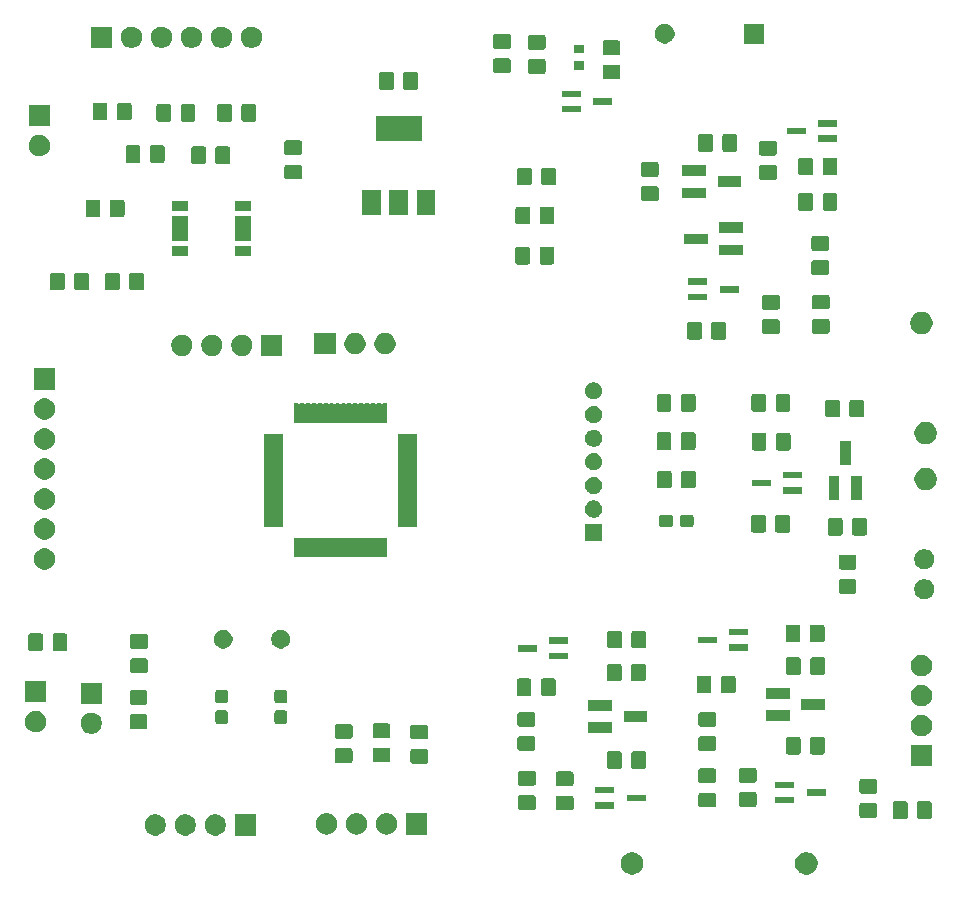
<source format=gbr>
%TF.GenerationSoftware,KiCad,Pcbnew,(5.1.5)-3*%
%TF.CreationDate,2020-07-28T11:43:05+08:00*%
%TF.ProjectId,2in1kicad,32696e31-6b69-4636-9164-2e6b69636164,rev?*%
%TF.SameCoordinates,Original*%
%TF.FileFunction,Soldermask,Top*%
%TF.FilePolarity,Negative*%
%FSLAX46Y46*%
G04 Gerber Fmt 4.6, Leading zero omitted, Abs format (unit mm)*
G04 Created by KiCad (PCBNEW (5.1.5)-3) date 2020-07-28 11:43:05*
%MOMM*%
%LPD*%
G04 APERTURE LIST*
%ADD10C,0.350000*%
G04 APERTURE END LIST*
D10*
G36*
X107027395Y-115335546D02*
G01*
X107200466Y-115407234D01*
X107200467Y-115407235D01*
X107356227Y-115511310D01*
X107488690Y-115643773D01*
X107488691Y-115643775D01*
X107592766Y-115799534D01*
X107664454Y-115972605D01*
X107701000Y-116156333D01*
X107701000Y-116343667D01*
X107664454Y-116527395D01*
X107592766Y-116700466D01*
X107592765Y-116700467D01*
X107488690Y-116856227D01*
X107356227Y-116988690D01*
X107277818Y-117041081D01*
X107200466Y-117092766D01*
X107027395Y-117164454D01*
X106843667Y-117201000D01*
X106656333Y-117201000D01*
X106472605Y-117164454D01*
X106299534Y-117092766D01*
X106222182Y-117041081D01*
X106143773Y-116988690D01*
X106011310Y-116856227D01*
X105907235Y-116700467D01*
X105907234Y-116700466D01*
X105835546Y-116527395D01*
X105799000Y-116343667D01*
X105799000Y-116156333D01*
X105835546Y-115972605D01*
X105907234Y-115799534D01*
X106011309Y-115643775D01*
X106011310Y-115643773D01*
X106143773Y-115511310D01*
X106299533Y-115407235D01*
X106299534Y-115407234D01*
X106472605Y-115335546D01*
X106656333Y-115299000D01*
X106843667Y-115299000D01*
X107027395Y-115335546D01*
G37*
G36*
X92277395Y-115335546D02*
G01*
X92450466Y-115407234D01*
X92450467Y-115407235D01*
X92606227Y-115511310D01*
X92738690Y-115643773D01*
X92738691Y-115643775D01*
X92842766Y-115799534D01*
X92914454Y-115972605D01*
X92951000Y-116156333D01*
X92951000Y-116343667D01*
X92914454Y-116527395D01*
X92842766Y-116700466D01*
X92842765Y-116700467D01*
X92738690Y-116856227D01*
X92606227Y-116988690D01*
X92527818Y-117041081D01*
X92450466Y-117092766D01*
X92277395Y-117164454D01*
X92093667Y-117201000D01*
X91906333Y-117201000D01*
X91722605Y-117164454D01*
X91549534Y-117092766D01*
X91472182Y-117041081D01*
X91393773Y-116988690D01*
X91261310Y-116856227D01*
X91157235Y-116700467D01*
X91157234Y-116700466D01*
X91085546Y-116527395D01*
X91049000Y-116343667D01*
X91049000Y-116156333D01*
X91085546Y-115972605D01*
X91157234Y-115799534D01*
X91261309Y-115643775D01*
X91261310Y-115643773D01*
X91393773Y-115511310D01*
X91549533Y-115407235D01*
X91549534Y-115407234D01*
X91722605Y-115335546D01*
X91906333Y-115299000D01*
X92093667Y-115299000D01*
X92277395Y-115335546D01*
G37*
G36*
X60151000Y-113901000D02*
G01*
X58349000Y-113901000D01*
X58349000Y-112099000D01*
X60151000Y-112099000D01*
X60151000Y-113901000D01*
G37*
G36*
X51743512Y-112103927D02*
G01*
X51892812Y-112133624D01*
X52056784Y-112201544D01*
X52204354Y-112300147D01*
X52329853Y-112425646D01*
X52428456Y-112573216D01*
X52496376Y-112737188D01*
X52531000Y-112911259D01*
X52531000Y-113088741D01*
X52496376Y-113262812D01*
X52428456Y-113426784D01*
X52329853Y-113574354D01*
X52204354Y-113699853D01*
X52056784Y-113798456D01*
X51892812Y-113866376D01*
X51743512Y-113896073D01*
X51718742Y-113901000D01*
X51541258Y-113901000D01*
X51516488Y-113896073D01*
X51367188Y-113866376D01*
X51203216Y-113798456D01*
X51055646Y-113699853D01*
X50930147Y-113574354D01*
X50831544Y-113426784D01*
X50763624Y-113262812D01*
X50729000Y-113088741D01*
X50729000Y-112911259D01*
X50763624Y-112737188D01*
X50831544Y-112573216D01*
X50930147Y-112425646D01*
X51055646Y-112300147D01*
X51203216Y-112201544D01*
X51367188Y-112133624D01*
X51516488Y-112103927D01*
X51541258Y-112099000D01*
X51718742Y-112099000D01*
X51743512Y-112103927D01*
G37*
G36*
X54283512Y-112103927D02*
G01*
X54432812Y-112133624D01*
X54596784Y-112201544D01*
X54744354Y-112300147D01*
X54869853Y-112425646D01*
X54968456Y-112573216D01*
X55036376Y-112737188D01*
X55071000Y-112911259D01*
X55071000Y-113088741D01*
X55036376Y-113262812D01*
X54968456Y-113426784D01*
X54869853Y-113574354D01*
X54744354Y-113699853D01*
X54596784Y-113798456D01*
X54432812Y-113866376D01*
X54283512Y-113896073D01*
X54258742Y-113901000D01*
X54081258Y-113901000D01*
X54056488Y-113896073D01*
X53907188Y-113866376D01*
X53743216Y-113798456D01*
X53595646Y-113699853D01*
X53470147Y-113574354D01*
X53371544Y-113426784D01*
X53303624Y-113262812D01*
X53269000Y-113088741D01*
X53269000Y-112911259D01*
X53303624Y-112737188D01*
X53371544Y-112573216D01*
X53470147Y-112425646D01*
X53595646Y-112300147D01*
X53743216Y-112201544D01*
X53907188Y-112133624D01*
X54056488Y-112103927D01*
X54081258Y-112099000D01*
X54258742Y-112099000D01*
X54283512Y-112103927D01*
G37*
G36*
X56823512Y-112103927D02*
G01*
X56972812Y-112133624D01*
X57136784Y-112201544D01*
X57284354Y-112300147D01*
X57409853Y-112425646D01*
X57508456Y-112573216D01*
X57576376Y-112737188D01*
X57611000Y-112911259D01*
X57611000Y-113088741D01*
X57576376Y-113262812D01*
X57508456Y-113426784D01*
X57409853Y-113574354D01*
X57284354Y-113699853D01*
X57136784Y-113798456D01*
X56972812Y-113866376D01*
X56823512Y-113896073D01*
X56798742Y-113901000D01*
X56621258Y-113901000D01*
X56596488Y-113896073D01*
X56447188Y-113866376D01*
X56283216Y-113798456D01*
X56135646Y-113699853D01*
X56010147Y-113574354D01*
X55911544Y-113426784D01*
X55843624Y-113262812D01*
X55809000Y-113088741D01*
X55809000Y-112911259D01*
X55843624Y-112737188D01*
X55911544Y-112573216D01*
X56010147Y-112425646D01*
X56135646Y-112300147D01*
X56283216Y-112201544D01*
X56447188Y-112133624D01*
X56596488Y-112103927D01*
X56621258Y-112099000D01*
X56798742Y-112099000D01*
X56823512Y-112103927D01*
G37*
G36*
X66243512Y-112013927D02*
G01*
X66392812Y-112043624D01*
X66556784Y-112111544D01*
X66704354Y-112210147D01*
X66829853Y-112335646D01*
X66928456Y-112483216D01*
X66996376Y-112647188D01*
X67031000Y-112821259D01*
X67031000Y-112998741D01*
X66996376Y-113172812D01*
X66928456Y-113336784D01*
X66829853Y-113484354D01*
X66704354Y-113609853D01*
X66556784Y-113708456D01*
X66392812Y-113776376D01*
X66243512Y-113806073D01*
X66218742Y-113811000D01*
X66041258Y-113811000D01*
X66016488Y-113806073D01*
X65867188Y-113776376D01*
X65703216Y-113708456D01*
X65555646Y-113609853D01*
X65430147Y-113484354D01*
X65331544Y-113336784D01*
X65263624Y-113172812D01*
X65229000Y-112998741D01*
X65229000Y-112821259D01*
X65263624Y-112647188D01*
X65331544Y-112483216D01*
X65430147Y-112335646D01*
X65555646Y-112210147D01*
X65703216Y-112111544D01*
X65867188Y-112043624D01*
X66016488Y-112013927D01*
X66041258Y-112009000D01*
X66218742Y-112009000D01*
X66243512Y-112013927D01*
G37*
G36*
X74651000Y-113811000D02*
G01*
X72849000Y-113811000D01*
X72849000Y-112009000D01*
X74651000Y-112009000D01*
X74651000Y-113811000D01*
G37*
G36*
X68783512Y-112013927D02*
G01*
X68932812Y-112043624D01*
X69096784Y-112111544D01*
X69244354Y-112210147D01*
X69369853Y-112335646D01*
X69468456Y-112483216D01*
X69536376Y-112647188D01*
X69571000Y-112821259D01*
X69571000Y-112998741D01*
X69536376Y-113172812D01*
X69468456Y-113336784D01*
X69369853Y-113484354D01*
X69244354Y-113609853D01*
X69096784Y-113708456D01*
X68932812Y-113776376D01*
X68783512Y-113806073D01*
X68758742Y-113811000D01*
X68581258Y-113811000D01*
X68556488Y-113806073D01*
X68407188Y-113776376D01*
X68243216Y-113708456D01*
X68095646Y-113609853D01*
X67970147Y-113484354D01*
X67871544Y-113336784D01*
X67803624Y-113172812D01*
X67769000Y-112998741D01*
X67769000Y-112821259D01*
X67803624Y-112647188D01*
X67871544Y-112483216D01*
X67970147Y-112335646D01*
X68095646Y-112210147D01*
X68243216Y-112111544D01*
X68407188Y-112043624D01*
X68556488Y-112013927D01*
X68581258Y-112009000D01*
X68758742Y-112009000D01*
X68783512Y-112013927D01*
G37*
G36*
X71323512Y-112013927D02*
G01*
X71472812Y-112043624D01*
X71636784Y-112111544D01*
X71784354Y-112210147D01*
X71909853Y-112335646D01*
X72008456Y-112483216D01*
X72076376Y-112647188D01*
X72111000Y-112821259D01*
X72111000Y-112998741D01*
X72076376Y-113172812D01*
X72008456Y-113336784D01*
X71909853Y-113484354D01*
X71784354Y-113609853D01*
X71636784Y-113708456D01*
X71472812Y-113776376D01*
X71323512Y-113806073D01*
X71298742Y-113811000D01*
X71121258Y-113811000D01*
X71096488Y-113806073D01*
X70947188Y-113776376D01*
X70783216Y-113708456D01*
X70635646Y-113609853D01*
X70510147Y-113484354D01*
X70411544Y-113336784D01*
X70343624Y-113172812D01*
X70309000Y-112998741D01*
X70309000Y-112821259D01*
X70343624Y-112647188D01*
X70411544Y-112483216D01*
X70510147Y-112335646D01*
X70635646Y-112210147D01*
X70783216Y-112111544D01*
X70947188Y-112043624D01*
X71096488Y-112013927D01*
X71121258Y-112009000D01*
X71298742Y-112009000D01*
X71323512Y-112013927D01*
G37*
G36*
X115163674Y-111003465D02*
G01*
X115201367Y-111014899D01*
X115236103Y-111033466D01*
X115266548Y-111058452D01*
X115291534Y-111088897D01*
X115310101Y-111123633D01*
X115321535Y-111161326D01*
X115326000Y-111206661D01*
X115326000Y-112293339D01*
X115321535Y-112338674D01*
X115310101Y-112376367D01*
X115291534Y-112411103D01*
X115266548Y-112441548D01*
X115236103Y-112466534D01*
X115201367Y-112485101D01*
X115163674Y-112496535D01*
X115118339Y-112501000D01*
X114281661Y-112501000D01*
X114236326Y-112496535D01*
X114198633Y-112485101D01*
X114163897Y-112466534D01*
X114133452Y-112441548D01*
X114108466Y-112411103D01*
X114089899Y-112376367D01*
X114078465Y-112338674D01*
X114074000Y-112293339D01*
X114074000Y-111206661D01*
X114078465Y-111161326D01*
X114089899Y-111123633D01*
X114108466Y-111088897D01*
X114133452Y-111058452D01*
X114163897Y-111033466D01*
X114198633Y-111014899D01*
X114236326Y-111003465D01*
X114281661Y-110999000D01*
X115118339Y-110999000D01*
X115163674Y-111003465D01*
G37*
G36*
X117213674Y-111003465D02*
G01*
X117251367Y-111014899D01*
X117286103Y-111033466D01*
X117316548Y-111058452D01*
X117341534Y-111088897D01*
X117360101Y-111123633D01*
X117371535Y-111161326D01*
X117376000Y-111206661D01*
X117376000Y-112293339D01*
X117371535Y-112338674D01*
X117360101Y-112376367D01*
X117341534Y-112411103D01*
X117316548Y-112441548D01*
X117286103Y-112466534D01*
X117251367Y-112485101D01*
X117213674Y-112496535D01*
X117168339Y-112501000D01*
X116331661Y-112501000D01*
X116286326Y-112496535D01*
X116248633Y-112485101D01*
X116213897Y-112466534D01*
X116183452Y-112441548D01*
X116158466Y-112411103D01*
X116139899Y-112376367D01*
X116128465Y-112338674D01*
X116124000Y-112293339D01*
X116124000Y-111206661D01*
X116128465Y-111161326D01*
X116139899Y-111123633D01*
X116158466Y-111088897D01*
X116183452Y-111058452D01*
X116213897Y-111033466D01*
X116248633Y-111014899D01*
X116286326Y-111003465D01*
X116331661Y-110999000D01*
X117168339Y-110999000D01*
X117213674Y-111003465D01*
G37*
G36*
X112588674Y-111153465D02*
G01*
X112626367Y-111164899D01*
X112661103Y-111183466D01*
X112691548Y-111208452D01*
X112716534Y-111238897D01*
X112735101Y-111273633D01*
X112746535Y-111311326D01*
X112751000Y-111356661D01*
X112751000Y-112193339D01*
X112746535Y-112238674D01*
X112735101Y-112276367D01*
X112716534Y-112311103D01*
X112691548Y-112341548D01*
X112661103Y-112366534D01*
X112626367Y-112385101D01*
X112588674Y-112396535D01*
X112543339Y-112401000D01*
X111456661Y-112401000D01*
X111411326Y-112396535D01*
X111373633Y-112385101D01*
X111338897Y-112366534D01*
X111308452Y-112341548D01*
X111283466Y-112311103D01*
X111264899Y-112276367D01*
X111253465Y-112238674D01*
X111249000Y-112193339D01*
X111249000Y-111356661D01*
X111253465Y-111311326D01*
X111264899Y-111273633D01*
X111283466Y-111238897D01*
X111308452Y-111208452D01*
X111338897Y-111183466D01*
X111373633Y-111164899D01*
X111411326Y-111153465D01*
X111456661Y-111149000D01*
X112543339Y-111149000D01*
X112588674Y-111153465D01*
G37*
G36*
X86878674Y-110528465D02*
G01*
X86916367Y-110539899D01*
X86951103Y-110558466D01*
X86981548Y-110583452D01*
X87006534Y-110613897D01*
X87025101Y-110648633D01*
X87036535Y-110686326D01*
X87041000Y-110731661D01*
X87041000Y-111568339D01*
X87036535Y-111613674D01*
X87025101Y-111651367D01*
X87006534Y-111686103D01*
X86981548Y-111716548D01*
X86951103Y-111741534D01*
X86916367Y-111760101D01*
X86878674Y-111771535D01*
X86833339Y-111776000D01*
X85746661Y-111776000D01*
X85701326Y-111771535D01*
X85663633Y-111760101D01*
X85628897Y-111741534D01*
X85598452Y-111716548D01*
X85573466Y-111686103D01*
X85554899Y-111651367D01*
X85543465Y-111613674D01*
X85539000Y-111568339D01*
X85539000Y-110731661D01*
X85543465Y-110686326D01*
X85554899Y-110648633D01*
X85573466Y-110613897D01*
X85598452Y-110583452D01*
X85628897Y-110558466D01*
X85663633Y-110539899D01*
X85701326Y-110528465D01*
X85746661Y-110524000D01*
X86833339Y-110524000D01*
X86878674Y-110528465D01*
G37*
G36*
X83678674Y-110478465D02*
G01*
X83716367Y-110489899D01*
X83751103Y-110508466D01*
X83781548Y-110533452D01*
X83806534Y-110563897D01*
X83825101Y-110598633D01*
X83836535Y-110636326D01*
X83841000Y-110681661D01*
X83841000Y-111518339D01*
X83836535Y-111563674D01*
X83825101Y-111601367D01*
X83806534Y-111636103D01*
X83781548Y-111666548D01*
X83751103Y-111691534D01*
X83716367Y-111710101D01*
X83678674Y-111721535D01*
X83633339Y-111726000D01*
X82546661Y-111726000D01*
X82501326Y-111721535D01*
X82463633Y-111710101D01*
X82428897Y-111691534D01*
X82398452Y-111666548D01*
X82373466Y-111636103D01*
X82354899Y-111601367D01*
X82343465Y-111563674D01*
X82339000Y-111518339D01*
X82339000Y-110681661D01*
X82343465Y-110636326D01*
X82354899Y-110598633D01*
X82373466Y-110563897D01*
X82398452Y-110533452D01*
X82428897Y-110508466D01*
X82463633Y-110489899D01*
X82501326Y-110478465D01*
X82546661Y-110474000D01*
X83633339Y-110474000D01*
X83678674Y-110478465D01*
G37*
G36*
X90491000Y-111626000D02*
G01*
X88889000Y-111626000D01*
X88889000Y-111074000D01*
X90491000Y-111074000D01*
X90491000Y-111626000D01*
G37*
G36*
X98948674Y-110268465D02*
G01*
X98986367Y-110279899D01*
X99021103Y-110298466D01*
X99051548Y-110323452D01*
X99076534Y-110353897D01*
X99095101Y-110388633D01*
X99106535Y-110426326D01*
X99111000Y-110471661D01*
X99111000Y-111308339D01*
X99106535Y-111353674D01*
X99095101Y-111391367D01*
X99076534Y-111426103D01*
X99051548Y-111456548D01*
X99021103Y-111481534D01*
X98986367Y-111500101D01*
X98948674Y-111511535D01*
X98903339Y-111516000D01*
X97816661Y-111516000D01*
X97771326Y-111511535D01*
X97733633Y-111500101D01*
X97698897Y-111481534D01*
X97668452Y-111456548D01*
X97643466Y-111426103D01*
X97624899Y-111391367D01*
X97613465Y-111353674D01*
X97609000Y-111308339D01*
X97609000Y-110471661D01*
X97613465Y-110426326D01*
X97624899Y-110388633D01*
X97643466Y-110353897D01*
X97668452Y-110323452D01*
X97698897Y-110298466D01*
X97733633Y-110279899D01*
X97771326Y-110268465D01*
X97816661Y-110264000D01*
X98903339Y-110264000D01*
X98948674Y-110268465D01*
G37*
G36*
X102378674Y-110218465D02*
G01*
X102416367Y-110229899D01*
X102451103Y-110248466D01*
X102481548Y-110273452D01*
X102506534Y-110303897D01*
X102525101Y-110338633D01*
X102536535Y-110376326D01*
X102541000Y-110421661D01*
X102541000Y-111258339D01*
X102536535Y-111303674D01*
X102525101Y-111341367D01*
X102506534Y-111376103D01*
X102481548Y-111406548D01*
X102451103Y-111431534D01*
X102416367Y-111450101D01*
X102378674Y-111461535D01*
X102333339Y-111466000D01*
X101246661Y-111466000D01*
X101201326Y-111461535D01*
X101163633Y-111450101D01*
X101128897Y-111431534D01*
X101098452Y-111406548D01*
X101073466Y-111376103D01*
X101054899Y-111341367D01*
X101043465Y-111303674D01*
X101039000Y-111258339D01*
X101039000Y-110421661D01*
X101043465Y-110376326D01*
X101054899Y-110338633D01*
X101073466Y-110303897D01*
X101098452Y-110273452D01*
X101128897Y-110248466D01*
X101163633Y-110229899D01*
X101201326Y-110218465D01*
X101246661Y-110214000D01*
X102333339Y-110214000D01*
X102378674Y-110218465D01*
G37*
G36*
X105721000Y-111176000D02*
G01*
X104119000Y-111176000D01*
X104119000Y-110624000D01*
X105721000Y-110624000D01*
X105721000Y-111176000D01*
G37*
G36*
X93151000Y-110976000D02*
G01*
X91549000Y-110976000D01*
X91549000Y-110424000D01*
X93151000Y-110424000D01*
X93151000Y-110976000D01*
G37*
G36*
X108381000Y-110526000D02*
G01*
X106779000Y-110526000D01*
X106779000Y-109974000D01*
X108381000Y-109974000D01*
X108381000Y-110526000D01*
G37*
G36*
X112588674Y-109103465D02*
G01*
X112626367Y-109114899D01*
X112661103Y-109133466D01*
X112691548Y-109158452D01*
X112716534Y-109188897D01*
X112735101Y-109223633D01*
X112746535Y-109261326D01*
X112751000Y-109306661D01*
X112751000Y-110143339D01*
X112746535Y-110188674D01*
X112735101Y-110226367D01*
X112716534Y-110261103D01*
X112691548Y-110291548D01*
X112661103Y-110316534D01*
X112626367Y-110335101D01*
X112588674Y-110346535D01*
X112543339Y-110351000D01*
X111456661Y-110351000D01*
X111411326Y-110346535D01*
X111373633Y-110335101D01*
X111338897Y-110316534D01*
X111308452Y-110291548D01*
X111283466Y-110261103D01*
X111264899Y-110226367D01*
X111253465Y-110188674D01*
X111249000Y-110143339D01*
X111249000Y-109306661D01*
X111253465Y-109261326D01*
X111264899Y-109223633D01*
X111283466Y-109188897D01*
X111308452Y-109158452D01*
X111338897Y-109133466D01*
X111373633Y-109114899D01*
X111411326Y-109103465D01*
X111456661Y-109099000D01*
X112543339Y-109099000D01*
X112588674Y-109103465D01*
G37*
G36*
X90491000Y-110326000D02*
G01*
X88889000Y-110326000D01*
X88889000Y-109774000D01*
X90491000Y-109774000D01*
X90491000Y-110326000D01*
G37*
G36*
X105721000Y-109876000D02*
G01*
X104119000Y-109876000D01*
X104119000Y-109324000D01*
X105721000Y-109324000D01*
X105721000Y-109876000D01*
G37*
G36*
X86878674Y-108478465D02*
G01*
X86916367Y-108489899D01*
X86951103Y-108508466D01*
X86981548Y-108533452D01*
X87006534Y-108563897D01*
X87025101Y-108598633D01*
X87036535Y-108636326D01*
X87041000Y-108681661D01*
X87041000Y-109518339D01*
X87036535Y-109563674D01*
X87025101Y-109601367D01*
X87006534Y-109636103D01*
X86981548Y-109666548D01*
X86951103Y-109691534D01*
X86916367Y-109710101D01*
X86878674Y-109721535D01*
X86833339Y-109726000D01*
X85746661Y-109726000D01*
X85701326Y-109721535D01*
X85663633Y-109710101D01*
X85628897Y-109691534D01*
X85598452Y-109666548D01*
X85573466Y-109636103D01*
X85554899Y-109601367D01*
X85543465Y-109563674D01*
X85539000Y-109518339D01*
X85539000Y-108681661D01*
X85543465Y-108636326D01*
X85554899Y-108598633D01*
X85573466Y-108563897D01*
X85598452Y-108533452D01*
X85628897Y-108508466D01*
X85663633Y-108489899D01*
X85701326Y-108478465D01*
X85746661Y-108474000D01*
X86833339Y-108474000D01*
X86878674Y-108478465D01*
G37*
G36*
X83678674Y-108428465D02*
G01*
X83716367Y-108439899D01*
X83751103Y-108458466D01*
X83781548Y-108483452D01*
X83806534Y-108513897D01*
X83825101Y-108548633D01*
X83836535Y-108586326D01*
X83841000Y-108631661D01*
X83841000Y-109468339D01*
X83836535Y-109513674D01*
X83825101Y-109551367D01*
X83806534Y-109586103D01*
X83781548Y-109616548D01*
X83751103Y-109641534D01*
X83716367Y-109660101D01*
X83678674Y-109671535D01*
X83633339Y-109676000D01*
X82546661Y-109676000D01*
X82501326Y-109671535D01*
X82463633Y-109660101D01*
X82428897Y-109641534D01*
X82398452Y-109616548D01*
X82373466Y-109586103D01*
X82354899Y-109551367D01*
X82343465Y-109513674D01*
X82339000Y-109468339D01*
X82339000Y-108631661D01*
X82343465Y-108586326D01*
X82354899Y-108548633D01*
X82373466Y-108513897D01*
X82398452Y-108483452D01*
X82428897Y-108458466D01*
X82463633Y-108439899D01*
X82501326Y-108428465D01*
X82546661Y-108424000D01*
X83633339Y-108424000D01*
X83678674Y-108428465D01*
G37*
G36*
X98948674Y-108218465D02*
G01*
X98986367Y-108229899D01*
X99021103Y-108248466D01*
X99051548Y-108273452D01*
X99076534Y-108303897D01*
X99095101Y-108338633D01*
X99106535Y-108376326D01*
X99111000Y-108421661D01*
X99111000Y-109258339D01*
X99106535Y-109303674D01*
X99095101Y-109341367D01*
X99076534Y-109376103D01*
X99051548Y-109406548D01*
X99021103Y-109431534D01*
X98986367Y-109450101D01*
X98948674Y-109461535D01*
X98903339Y-109466000D01*
X97816661Y-109466000D01*
X97771326Y-109461535D01*
X97733633Y-109450101D01*
X97698897Y-109431534D01*
X97668452Y-109406548D01*
X97643466Y-109376103D01*
X97624899Y-109341367D01*
X97613465Y-109303674D01*
X97609000Y-109258339D01*
X97609000Y-108421661D01*
X97613465Y-108376326D01*
X97624899Y-108338633D01*
X97643466Y-108303897D01*
X97668452Y-108273452D01*
X97698897Y-108248466D01*
X97733633Y-108229899D01*
X97771326Y-108218465D01*
X97816661Y-108214000D01*
X98903339Y-108214000D01*
X98948674Y-108218465D01*
G37*
G36*
X102378674Y-108168465D02*
G01*
X102416367Y-108179899D01*
X102451103Y-108198466D01*
X102481548Y-108223452D01*
X102506534Y-108253897D01*
X102525101Y-108288633D01*
X102536535Y-108326326D01*
X102541000Y-108371661D01*
X102541000Y-109208339D01*
X102536535Y-109253674D01*
X102525101Y-109291367D01*
X102506534Y-109326103D01*
X102481548Y-109356548D01*
X102451103Y-109381534D01*
X102416367Y-109400101D01*
X102378674Y-109411535D01*
X102333339Y-109416000D01*
X101246661Y-109416000D01*
X101201326Y-109411535D01*
X101163633Y-109400101D01*
X101128897Y-109381534D01*
X101098452Y-109356548D01*
X101073466Y-109326103D01*
X101054899Y-109291367D01*
X101043465Y-109253674D01*
X101039000Y-109208339D01*
X101039000Y-108371661D01*
X101043465Y-108326326D01*
X101054899Y-108288633D01*
X101073466Y-108253897D01*
X101098452Y-108223452D01*
X101128897Y-108198466D01*
X101163633Y-108179899D01*
X101201326Y-108168465D01*
X101246661Y-108164000D01*
X102333339Y-108164000D01*
X102378674Y-108168465D01*
G37*
G36*
X90968674Y-106753465D02*
G01*
X91006367Y-106764899D01*
X91041103Y-106783466D01*
X91071548Y-106808452D01*
X91096534Y-106838897D01*
X91115101Y-106873633D01*
X91126535Y-106911326D01*
X91131000Y-106956661D01*
X91131000Y-108043339D01*
X91126535Y-108088674D01*
X91115101Y-108126367D01*
X91096534Y-108161103D01*
X91071548Y-108191548D01*
X91041103Y-108216534D01*
X91006367Y-108235101D01*
X90968674Y-108246535D01*
X90923339Y-108251000D01*
X90086661Y-108251000D01*
X90041326Y-108246535D01*
X90003633Y-108235101D01*
X89968897Y-108216534D01*
X89938452Y-108191548D01*
X89913466Y-108161103D01*
X89894899Y-108126367D01*
X89883465Y-108088674D01*
X89879000Y-108043339D01*
X89879000Y-106956661D01*
X89883465Y-106911326D01*
X89894899Y-106873633D01*
X89913466Y-106838897D01*
X89938452Y-106808452D01*
X89968897Y-106783466D01*
X90003633Y-106764899D01*
X90041326Y-106753465D01*
X90086661Y-106749000D01*
X90923339Y-106749000D01*
X90968674Y-106753465D01*
G37*
G36*
X93018674Y-106753465D02*
G01*
X93056367Y-106764899D01*
X93091103Y-106783466D01*
X93121548Y-106808452D01*
X93146534Y-106838897D01*
X93165101Y-106873633D01*
X93176535Y-106911326D01*
X93181000Y-106956661D01*
X93181000Y-108043339D01*
X93176535Y-108088674D01*
X93165101Y-108126367D01*
X93146534Y-108161103D01*
X93121548Y-108191548D01*
X93091103Y-108216534D01*
X93056367Y-108235101D01*
X93018674Y-108246535D01*
X92973339Y-108251000D01*
X92136661Y-108251000D01*
X92091326Y-108246535D01*
X92053633Y-108235101D01*
X92018897Y-108216534D01*
X91988452Y-108191548D01*
X91963466Y-108161103D01*
X91944899Y-108126367D01*
X91933465Y-108088674D01*
X91929000Y-108043339D01*
X91929000Y-106956661D01*
X91933465Y-106911326D01*
X91944899Y-106873633D01*
X91963466Y-106838897D01*
X91988452Y-106808452D01*
X92018897Y-106783466D01*
X92053633Y-106764899D01*
X92091326Y-106753465D01*
X92136661Y-106749000D01*
X92973339Y-106749000D01*
X93018674Y-106753465D01*
G37*
G36*
X117401000Y-108021000D02*
G01*
X115599000Y-108021000D01*
X115599000Y-106219000D01*
X117401000Y-106219000D01*
X117401000Y-108021000D01*
G37*
G36*
X74568674Y-106558465D02*
G01*
X74606367Y-106569899D01*
X74641103Y-106588466D01*
X74671548Y-106613452D01*
X74696534Y-106643897D01*
X74715101Y-106678633D01*
X74726535Y-106716326D01*
X74731000Y-106761661D01*
X74731000Y-107598339D01*
X74726535Y-107643674D01*
X74715101Y-107681367D01*
X74696534Y-107716103D01*
X74671548Y-107746548D01*
X74641103Y-107771534D01*
X74606367Y-107790101D01*
X74568674Y-107801535D01*
X74523339Y-107806000D01*
X73436661Y-107806000D01*
X73391326Y-107801535D01*
X73353633Y-107790101D01*
X73318897Y-107771534D01*
X73288452Y-107746548D01*
X73263466Y-107716103D01*
X73244899Y-107681367D01*
X73233465Y-107643674D01*
X73229000Y-107598339D01*
X73229000Y-106761661D01*
X73233465Y-106716326D01*
X73244899Y-106678633D01*
X73263466Y-106643897D01*
X73288452Y-106613452D01*
X73318897Y-106588466D01*
X73353633Y-106569899D01*
X73391326Y-106558465D01*
X73436661Y-106554000D01*
X74523339Y-106554000D01*
X74568674Y-106558465D01*
G37*
G36*
X68168674Y-106508465D02*
G01*
X68206367Y-106519899D01*
X68241103Y-106538466D01*
X68271548Y-106563452D01*
X68296534Y-106593897D01*
X68315101Y-106628633D01*
X68326535Y-106666326D01*
X68331000Y-106711661D01*
X68331000Y-107548339D01*
X68326535Y-107593674D01*
X68315101Y-107631367D01*
X68296534Y-107666103D01*
X68271548Y-107696548D01*
X68241103Y-107721534D01*
X68206367Y-107740101D01*
X68168674Y-107751535D01*
X68123339Y-107756000D01*
X67036661Y-107756000D01*
X66991326Y-107751535D01*
X66953633Y-107740101D01*
X66918897Y-107721534D01*
X66888452Y-107696548D01*
X66863466Y-107666103D01*
X66844899Y-107631367D01*
X66833465Y-107593674D01*
X66829000Y-107548339D01*
X66829000Y-106711661D01*
X66833465Y-106666326D01*
X66844899Y-106628633D01*
X66863466Y-106593897D01*
X66888452Y-106563452D01*
X66918897Y-106538466D01*
X66953633Y-106519899D01*
X66991326Y-106508465D01*
X67036661Y-106504000D01*
X68123339Y-106504000D01*
X68168674Y-106508465D01*
G37*
G36*
X71368674Y-106458465D02*
G01*
X71406367Y-106469899D01*
X71441103Y-106488466D01*
X71471548Y-106513452D01*
X71496534Y-106543897D01*
X71515101Y-106578633D01*
X71526535Y-106616326D01*
X71531000Y-106661661D01*
X71531000Y-107498339D01*
X71526535Y-107543674D01*
X71515101Y-107581367D01*
X71496534Y-107616103D01*
X71471548Y-107646548D01*
X71441103Y-107671534D01*
X71406367Y-107690101D01*
X71368674Y-107701535D01*
X71323339Y-107706000D01*
X70236661Y-107706000D01*
X70191326Y-107701535D01*
X70153633Y-107690101D01*
X70118897Y-107671534D01*
X70088452Y-107646548D01*
X70063466Y-107616103D01*
X70044899Y-107581367D01*
X70033465Y-107543674D01*
X70029000Y-107498339D01*
X70029000Y-106661661D01*
X70033465Y-106616326D01*
X70044899Y-106578633D01*
X70063466Y-106543897D01*
X70088452Y-106513452D01*
X70118897Y-106488466D01*
X70153633Y-106469899D01*
X70191326Y-106458465D01*
X70236661Y-106454000D01*
X71323339Y-106454000D01*
X71368674Y-106458465D01*
G37*
G36*
X108153674Y-105543465D02*
G01*
X108191367Y-105554899D01*
X108226103Y-105573466D01*
X108256548Y-105598452D01*
X108281534Y-105628897D01*
X108300101Y-105663633D01*
X108311535Y-105701326D01*
X108316000Y-105746661D01*
X108316000Y-106833339D01*
X108311535Y-106878674D01*
X108300101Y-106916367D01*
X108281534Y-106951103D01*
X108256548Y-106981548D01*
X108226103Y-107006534D01*
X108191367Y-107025101D01*
X108153674Y-107036535D01*
X108108339Y-107041000D01*
X107271661Y-107041000D01*
X107226326Y-107036535D01*
X107188633Y-107025101D01*
X107153897Y-107006534D01*
X107123452Y-106981548D01*
X107098466Y-106951103D01*
X107079899Y-106916367D01*
X107068465Y-106878674D01*
X107064000Y-106833339D01*
X107064000Y-105746661D01*
X107068465Y-105701326D01*
X107079899Y-105663633D01*
X107098466Y-105628897D01*
X107123452Y-105598452D01*
X107153897Y-105573466D01*
X107188633Y-105554899D01*
X107226326Y-105543465D01*
X107271661Y-105539000D01*
X108108339Y-105539000D01*
X108153674Y-105543465D01*
G37*
G36*
X106103674Y-105543465D02*
G01*
X106141367Y-105554899D01*
X106176103Y-105573466D01*
X106206548Y-105598452D01*
X106231534Y-105628897D01*
X106250101Y-105663633D01*
X106261535Y-105701326D01*
X106266000Y-105746661D01*
X106266000Y-106833339D01*
X106261535Y-106878674D01*
X106250101Y-106916367D01*
X106231534Y-106951103D01*
X106206548Y-106981548D01*
X106176103Y-107006534D01*
X106141367Y-107025101D01*
X106103674Y-107036535D01*
X106058339Y-107041000D01*
X105221661Y-107041000D01*
X105176326Y-107036535D01*
X105138633Y-107025101D01*
X105103897Y-107006534D01*
X105073452Y-106981548D01*
X105048466Y-106951103D01*
X105029899Y-106916367D01*
X105018465Y-106878674D01*
X105014000Y-106833339D01*
X105014000Y-105746661D01*
X105018465Y-105701326D01*
X105029899Y-105663633D01*
X105048466Y-105628897D01*
X105073452Y-105598452D01*
X105103897Y-105573466D01*
X105138633Y-105554899D01*
X105176326Y-105543465D01*
X105221661Y-105539000D01*
X106058339Y-105539000D01*
X106103674Y-105543465D01*
G37*
G36*
X98958674Y-105498465D02*
G01*
X98996367Y-105509899D01*
X99031103Y-105528466D01*
X99061548Y-105553452D01*
X99086534Y-105583897D01*
X99105101Y-105618633D01*
X99116535Y-105656326D01*
X99121000Y-105701661D01*
X99121000Y-106538339D01*
X99116535Y-106583674D01*
X99105101Y-106621367D01*
X99086534Y-106656103D01*
X99061548Y-106686548D01*
X99031103Y-106711534D01*
X98996367Y-106730101D01*
X98958674Y-106741535D01*
X98913339Y-106746000D01*
X97826661Y-106746000D01*
X97781326Y-106741535D01*
X97743633Y-106730101D01*
X97708897Y-106711534D01*
X97678452Y-106686548D01*
X97653466Y-106656103D01*
X97634899Y-106621367D01*
X97623465Y-106583674D01*
X97619000Y-106538339D01*
X97619000Y-105701661D01*
X97623465Y-105656326D01*
X97634899Y-105618633D01*
X97653466Y-105583897D01*
X97678452Y-105553452D01*
X97708897Y-105528466D01*
X97743633Y-105509899D01*
X97781326Y-105498465D01*
X97826661Y-105494000D01*
X98913339Y-105494000D01*
X98958674Y-105498465D01*
G37*
G36*
X83638674Y-105478465D02*
G01*
X83676367Y-105489899D01*
X83711103Y-105508466D01*
X83741548Y-105533452D01*
X83766534Y-105563897D01*
X83785101Y-105598633D01*
X83796535Y-105636326D01*
X83801000Y-105681661D01*
X83801000Y-106518339D01*
X83796535Y-106563674D01*
X83785101Y-106601367D01*
X83766534Y-106636103D01*
X83741548Y-106666548D01*
X83711103Y-106691534D01*
X83676367Y-106710101D01*
X83638674Y-106721535D01*
X83593339Y-106726000D01*
X82506661Y-106726000D01*
X82461326Y-106721535D01*
X82423633Y-106710101D01*
X82388897Y-106691534D01*
X82358452Y-106666548D01*
X82333466Y-106636103D01*
X82314899Y-106601367D01*
X82303465Y-106563674D01*
X82299000Y-106518339D01*
X82299000Y-105681661D01*
X82303465Y-105636326D01*
X82314899Y-105598633D01*
X82333466Y-105563897D01*
X82358452Y-105533452D01*
X82388897Y-105508466D01*
X82423633Y-105489899D01*
X82461326Y-105478465D01*
X82506661Y-105474000D01*
X83593339Y-105474000D01*
X83638674Y-105478465D01*
G37*
G36*
X74568674Y-104508465D02*
G01*
X74606367Y-104519899D01*
X74641103Y-104538466D01*
X74671548Y-104563452D01*
X74696534Y-104593897D01*
X74715101Y-104628633D01*
X74726535Y-104666326D01*
X74731000Y-104711661D01*
X74731000Y-105548339D01*
X74726535Y-105593674D01*
X74715101Y-105631367D01*
X74696534Y-105666103D01*
X74671548Y-105696548D01*
X74641103Y-105721534D01*
X74606367Y-105740101D01*
X74568674Y-105751535D01*
X74523339Y-105756000D01*
X73436661Y-105756000D01*
X73391326Y-105751535D01*
X73353633Y-105740101D01*
X73318897Y-105721534D01*
X73288452Y-105696548D01*
X73263466Y-105666103D01*
X73244899Y-105631367D01*
X73233465Y-105593674D01*
X73229000Y-105548339D01*
X73229000Y-104711661D01*
X73233465Y-104666326D01*
X73244899Y-104628633D01*
X73263466Y-104593897D01*
X73288452Y-104563452D01*
X73318897Y-104538466D01*
X73353633Y-104519899D01*
X73391326Y-104508465D01*
X73436661Y-104504000D01*
X74523339Y-104504000D01*
X74568674Y-104508465D01*
G37*
G36*
X68168674Y-104458465D02*
G01*
X68206367Y-104469899D01*
X68241103Y-104488466D01*
X68271548Y-104513452D01*
X68296534Y-104543897D01*
X68315101Y-104578633D01*
X68326535Y-104616326D01*
X68331000Y-104661661D01*
X68331000Y-105498339D01*
X68326535Y-105543674D01*
X68315101Y-105581367D01*
X68296534Y-105616103D01*
X68271548Y-105646548D01*
X68241103Y-105671534D01*
X68206367Y-105690101D01*
X68168674Y-105701535D01*
X68123339Y-105706000D01*
X67036661Y-105706000D01*
X66991326Y-105701535D01*
X66953633Y-105690101D01*
X66918897Y-105671534D01*
X66888452Y-105646548D01*
X66863466Y-105616103D01*
X66844899Y-105581367D01*
X66833465Y-105543674D01*
X66829000Y-105498339D01*
X66829000Y-104661661D01*
X66833465Y-104616326D01*
X66844899Y-104578633D01*
X66863466Y-104543897D01*
X66888452Y-104513452D01*
X66918897Y-104488466D01*
X66953633Y-104469899D01*
X66991326Y-104458465D01*
X67036661Y-104454000D01*
X68123339Y-104454000D01*
X68168674Y-104458465D01*
G37*
G36*
X71368674Y-104408465D02*
G01*
X71406367Y-104419899D01*
X71441103Y-104438466D01*
X71471548Y-104463452D01*
X71496534Y-104493897D01*
X71515101Y-104528633D01*
X71526535Y-104566326D01*
X71531000Y-104611661D01*
X71531000Y-105448339D01*
X71526535Y-105493674D01*
X71515101Y-105531367D01*
X71496534Y-105566103D01*
X71471548Y-105596548D01*
X71441103Y-105621534D01*
X71406367Y-105640101D01*
X71368674Y-105651535D01*
X71323339Y-105656000D01*
X70236661Y-105656000D01*
X70191326Y-105651535D01*
X70153633Y-105640101D01*
X70118897Y-105621534D01*
X70088452Y-105596548D01*
X70063466Y-105566103D01*
X70044899Y-105531367D01*
X70033465Y-105493674D01*
X70029000Y-105448339D01*
X70029000Y-104611661D01*
X70033465Y-104566326D01*
X70044899Y-104528633D01*
X70063466Y-104493897D01*
X70088452Y-104463452D01*
X70118897Y-104438466D01*
X70153633Y-104419899D01*
X70191326Y-104408465D01*
X70236661Y-104404000D01*
X71323339Y-104404000D01*
X71368674Y-104408465D01*
G37*
G36*
X116611123Y-103683452D02*
G01*
X116762812Y-103713624D01*
X116926784Y-103781544D01*
X117074354Y-103880147D01*
X117199853Y-104005646D01*
X117298456Y-104153216D01*
X117366376Y-104317188D01*
X117389010Y-104430980D01*
X117401000Y-104491258D01*
X117401000Y-104668742D01*
X117397412Y-104686782D01*
X117366376Y-104842812D01*
X117298456Y-105006784D01*
X117199853Y-105154354D01*
X117074354Y-105279853D01*
X116926784Y-105378456D01*
X116762812Y-105446376D01*
X116623933Y-105474000D01*
X116588742Y-105481000D01*
X116411258Y-105481000D01*
X116376067Y-105474000D01*
X116237188Y-105446376D01*
X116073216Y-105378456D01*
X115925646Y-105279853D01*
X115800147Y-105154354D01*
X115701544Y-105006784D01*
X115633624Y-104842812D01*
X115602588Y-104686782D01*
X115599000Y-104668742D01*
X115599000Y-104491258D01*
X115610990Y-104430980D01*
X115633624Y-104317188D01*
X115701544Y-104153216D01*
X115800147Y-104005646D01*
X115925646Y-103880147D01*
X116073216Y-103781544D01*
X116237188Y-103713624D01*
X116388877Y-103683452D01*
X116411258Y-103679000D01*
X116588742Y-103679000D01*
X116611123Y-103683452D01*
G37*
G36*
X46323512Y-103488927D02*
G01*
X46472812Y-103518624D01*
X46636784Y-103586544D01*
X46784354Y-103685147D01*
X46909853Y-103810646D01*
X47008456Y-103958216D01*
X47076376Y-104122188D01*
X47089466Y-104188000D01*
X47109656Y-104289499D01*
X47111000Y-104296259D01*
X47111000Y-104473741D01*
X47076376Y-104647812D01*
X47008456Y-104811784D01*
X46909853Y-104959354D01*
X46784354Y-105084853D01*
X46636784Y-105183456D01*
X46472812Y-105251376D01*
X46329650Y-105279852D01*
X46298742Y-105286000D01*
X46121258Y-105286000D01*
X46090350Y-105279852D01*
X45947188Y-105251376D01*
X45783216Y-105183456D01*
X45635646Y-105084853D01*
X45510147Y-104959354D01*
X45411544Y-104811784D01*
X45343624Y-104647812D01*
X45309000Y-104473741D01*
X45309000Y-104296259D01*
X45310345Y-104289499D01*
X45330534Y-104188000D01*
X45343624Y-104122188D01*
X45411544Y-103958216D01*
X45510147Y-103810646D01*
X45635646Y-103685147D01*
X45783216Y-103586544D01*
X45947188Y-103518624D01*
X46096488Y-103488927D01*
X46121258Y-103484000D01*
X46298742Y-103484000D01*
X46323512Y-103488927D01*
G37*
G36*
X90281000Y-105221000D02*
G01*
X88279000Y-105221000D01*
X88279000Y-104319000D01*
X90281000Y-104319000D01*
X90281000Y-105221000D01*
G37*
G36*
X41613512Y-103363927D02*
G01*
X41762812Y-103393624D01*
X41926784Y-103461544D01*
X42074354Y-103560147D01*
X42199853Y-103685646D01*
X42298456Y-103833216D01*
X42366376Y-103997188D01*
X42401000Y-104171259D01*
X42401000Y-104348741D01*
X42366376Y-104522812D01*
X42298456Y-104686784D01*
X42199853Y-104834354D01*
X42074354Y-104959853D01*
X41926784Y-105058456D01*
X41762812Y-105126376D01*
X41613512Y-105156073D01*
X41588742Y-105161000D01*
X41411258Y-105161000D01*
X41386488Y-105156073D01*
X41237188Y-105126376D01*
X41073216Y-105058456D01*
X40925646Y-104959853D01*
X40800147Y-104834354D01*
X40701544Y-104686784D01*
X40633624Y-104522812D01*
X40599000Y-104348741D01*
X40599000Y-104171259D01*
X40633624Y-103997188D01*
X40701544Y-103833216D01*
X40800147Y-103685646D01*
X40925646Y-103560147D01*
X41073216Y-103461544D01*
X41237188Y-103393624D01*
X41386488Y-103363927D01*
X41411258Y-103359000D01*
X41588742Y-103359000D01*
X41613512Y-103363927D01*
G37*
G36*
X50808674Y-103628465D02*
G01*
X50846367Y-103639899D01*
X50881103Y-103658466D01*
X50911548Y-103683452D01*
X50936534Y-103713897D01*
X50955101Y-103748633D01*
X50966535Y-103786326D01*
X50971000Y-103831661D01*
X50971000Y-104668339D01*
X50966535Y-104713674D01*
X50955101Y-104751367D01*
X50936534Y-104786103D01*
X50911548Y-104816548D01*
X50881103Y-104841534D01*
X50846367Y-104860101D01*
X50808674Y-104871535D01*
X50763339Y-104876000D01*
X49676661Y-104876000D01*
X49631326Y-104871535D01*
X49593633Y-104860101D01*
X49558897Y-104841534D01*
X49528452Y-104816548D01*
X49503466Y-104786103D01*
X49484899Y-104751367D01*
X49473465Y-104713674D01*
X49469000Y-104668339D01*
X49469000Y-103831661D01*
X49473465Y-103786326D01*
X49484899Y-103748633D01*
X49503466Y-103713897D01*
X49528452Y-103683452D01*
X49558897Y-103658466D01*
X49593633Y-103639899D01*
X49631326Y-103628465D01*
X49676661Y-103624000D01*
X50763339Y-103624000D01*
X50808674Y-103628465D01*
G37*
G36*
X98958674Y-103448465D02*
G01*
X98996367Y-103459899D01*
X99031103Y-103478466D01*
X99061548Y-103503452D01*
X99086534Y-103533897D01*
X99105101Y-103568633D01*
X99116535Y-103606326D01*
X99121000Y-103651661D01*
X99121000Y-104488339D01*
X99116535Y-104533674D01*
X99105101Y-104571367D01*
X99086534Y-104606103D01*
X99061548Y-104636548D01*
X99031103Y-104661534D01*
X98996367Y-104680101D01*
X98958674Y-104691535D01*
X98913339Y-104696000D01*
X97826661Y-104696000D01*
X97781326Y-104691535D01*
X97743633Y-104680101D01*
X97708897Y-104661534D01*
X97678452Y-104636548D01*
X97653466Y-104606103D01*
X97634899Y-104571367D01*
X97623465Y-104533674D01*
X97619000Y-104488339D01*
X97619000Y-103651661D01*
X97623465Y-103606326D01*
X97634899Y-103568633D01*
X97653466Y-103533897D01*
X97678452Y-103503452D01*
X97708897Y-103478466D01*
X97743633Y-103459899D01*
X97781326Y-103448465D01*
X97826661Y-103444000D01*
X98913339Y-103444000D01*
X98958674Y-103448465D01*
G37*
G36*
X83638674Y-103428465D02*
G01*
X83676367Y-103439899D01*
X83711103Y-103458466D01*
X83741548Y-103483452D01*
X83766534Y-103513897D01*
X83785101Y-103548633D01*
X83796535Y-103586326D01*
X83801000Y-103631661D01*
X83801000Y-104468339D01*
X83796535Y-104513674D01*
X83785101Y-104551367D01*
X83766534Y-104586103D01*
X83741548Y-104616548D01*
X83711103Y-104641534D01*
X83676367Y-104660101D01*
X83638674Y-104671535D01*
X83593339Y-104676000D01*
X82506661Y-104676000D01*
X82461326Y-104671535D01*
X82423633Y-104660101D01*
X82388897Y-104641534D01*
X82358452Y-104616548D01*
X82333466Y-104586103D01*
X82314899Y-104551367D01*
X82303465Y-104513674D01*
X82299000Y-104468339D01*
X82299000Y-103631661D01*
X82303465Y-103586326D01*
X82314899Y-103548633D01*
X82333466Y-103513897D01*
X82358452Y-103483452D01*
X82388897Y-103458466D01*
X82423633Y-103439899D01*
X82461326Y-103428465D01*
X82506661Y-103424000D01*
X83593339Y-103424000D01*
X83638674Y-103428465D01*
G37*
G36*
X57614499Y-103303445D02*
G01*
X57651995Y-103314820D01*
X57686554Y-103333292D01*
X57716847Y-103358153D01*
X57741708Y-103388446D01*
X57760180Y-103423005D01*
X57771555Y-103460501D01*
X57776000Y-103505638D01*
X57776000Y-104244362D01*
X57771555Y-104289499D01*
X57760180Y-104326995D01*
X57741708Y-104361554D01*
X57716847Y-104391847D01*
X57686554Y-104416708D01*
X57651995Y-104435180D01*
X57614499Y-104446555D01*
X57569362Y-104451000D01*
X56930638Y-104451000D01*
X56885501Y-104446555D01*
X56848005Y-104435180D01*
X56813446Y-104416708D01*
X56783153Y-104391847D01*
X56758292Y-104361554D01*
X56739820Y-104326995D01*
X56728445Y-104289499D01*
X56724000Y-104244362D01*
X56724000Y-103505638D01*
X56728445Y-103460501D01*
X56739820Y-103423005D01*
X56758292Y-103388446D01*
X56783153Y-103358153D01*
X56813446Y-103333292D01*
X56848005Y-103314820D01*
X56885501Y-103303445D01*
X56930638Y-103299000D01*
X57569362Y-103299000D01*
X57614499Y-103303445D01*
G37*
G36*
X62614499Y-103303445D02*
G01*
X62651995Y-103314820D01*
X62686554Y-103333292D01*
X62716847Y-103358153D01*
X62741708Y-103388446D01*
X62760180Y-103423005D01*
X62771555Y-103460501D01*
X62776000Y-103505638D01*
X62776000Y-104244362D01*
X62771555Y-104289499D01*
X62760180Y-104326995D01*
X62741708Y-104361554D01*
X62716847Y-104391847D01*
X62686554Y-104416708D01*
X62651995Y-104435180D01*
X62614499Y-104446555D01*
X62569362Y-104451000D01*
X61930638Y-104451000D01*
X61885501Y-104446555D01*
X61848005Y-104435180D01*
X61813446Y-104416708D01*
X61783153Y-104391847D01*
X61758292Y-104361554D01*
X61739820Y-104326995D01*
X61728445Y-104289499D01*
X61724000Y-104244362D01*
X61724000Y-103505638D01*
X61728445Y-103460501D01*
X61739820Y-103423005D01*
X61758292Y-103388446D01*
X61783153Y-103358153D01*
X61813446Y-103333292D01*
X61848005Y-103314820D01*
X61885501Y-103303445D01*
X61930638Y-103299000D01*
X62569362Y-103299000D01*
X62614499Y-103303445D01*
G37*
G36*
X93281000Y-104271000D02*
G01*
X91279000Y-104271000D01*
X91279000Y-103369000D01*
X93281000Y-103369000D01*
X93281000Y-104271000D01*
G37*
G36*
X105341000Y-104211000D02*
G01*
X103339000Y-104211000D01*
X103339000Y-103309000D01*
X105341000Y-103309000D01*
X105341000Y-104211000D01*
G37*
G36*
X90281000Y-103321000D02*
G01*
X88279000Y-103321000D01*
X88279000Y-102419000D01*
X90281000Y-102419000D01*
X90281000Y-103321000D01*
G37*
G36*
X108341000Y-103261000D02*
G01*
X106339000Y-103261000D01*
X106339000Y-102359000D01*
X108341000Y-102359000D01*
X108341000Y-103261000D01*
G37*
G36*
X116613512Y-101143927D02*
G01*
X116762812Y-101173624D01*
X116926784Y-101241544D01*
X117074354Y-101340147D01*
X117199853Y-101465646D01*
X117298456Y-101613216D01*
X117366376Y-101777188D01*
X117401000Y-101951259D01*
X117401000Y-102128741D01*
X117366376Y-102302812D01*
X117298456Y-102466784D01*
X117199853Y-102614354D01*
X117074354Y-102739853D01*
X116926784Y-102838456D01*
X116762812Y-102906376D01*
X116613512Y-102936073D01*
X116588742Y-102941000D01*
X116411258Y-102941000D01*
X116386488Y-102936073D01*
X116237188Y-102906376D01*
X116073216Y-102838456D01*
X115925646Y-102739853D01*
X115800147Y-102614354D01*
X115701544Y-102466784D01*
X115633624Y-102302812D01*
X115599000Y-102128741D01*
X115599000Y-101951259D01*
X115633624Y-101777188D01*
X115701544Y-101613216D01*
X115800147Y-101465646D01*
X115925646Y-101340147D01*
X116073216Y-101241544D01*
X116237188Y-101173624D01*
X116386488Y-101143927D01*
X116411258Y-101139000D01*
X116588742Y-101139000D01*
X116613512Y-101143927D01*
G37*
G36*
X50808674Y-101578465D02*
G01*
X50846367Y-101589899D01*
X50881103Y-101608466D01*
X50911548Y-101633452D01*
X50936534Y-101663897D01*
X50955101Y-101698633D01*
X50966535Y-101736326D01*
X50971000Y-101781661D01*
X50971000Y-102618339D01*
X50966535Y-102663674D01*
X50955101Y-102701367D01*
X50936534Y-102736103D01*
X50911548Y-102766548D01*
X50881103Y-102791534D01*
X50846367Y-102810101D01*
X50808674Y-102821535D01*
X50763339Y-102826000D01*
X49676661Y-102826000D01*
X49631326Y-102821535D01*
X49593633Y-102810101D01*
X49558897Y-102791534D01*
X49528452Y-102766548D01*
X49503466Y-102736103D01*
X49484899Y-102701367D01*
X49473465Y-102663674D01*
X49469000Y-102618339D01*
X49469000Y-101781661D01*
X49473465Y-101736326D01*
X49484899Y-101698633D01*
X49503466Y-101663897D01*
X49528452Y-101633452D01*
X49558897Y-101608466D01*
X49593633Y-101589899D01*
X49631326Y-101578465D01*
X49676661Y-101574000D01*
X50763339Y-101574000D01*
X50808674Y-101578465D01*
G37*
G36*
X47111000Y-102746000D02*
G01*
X45309000Y-102746000D01*
X45309000Y-100944000D01*
X47111000Y-100944000D01*
X47111000Y-102746000D01*
G37*
G36*
X62614499Y-101553445D02*
G01*
X62651995Y-101564820D01*
X62686554Y-101583292D01*
X62716847Y-101608153D01*
X62741708Y-101638446D01*
X62760180Y-101673005D01*
X62771555Y-101710501D01*
X62776000Y-101755638D01*
X62776000Y-102494362D01*
X62771555Y-102539499D01*
X62760180Y-102576995D01*
X62741708Y-102611554D01*
X62716847Y-102641847D01*
X62686554Y-102666708D01*
X62651995Y-102685180D01*
X62614499Y-102696555D01*
X62569362Y-102701000D01*
X61930638Y-102701000D01*
X61885501Y-102696555D01*
X61848005Y-102685180D01*
X61813446Y-102666708D01*
X61783153Y-102641847D01*
X61758292Y-102611554D01*
X61739820Y-102576995D01*
X61728445Y-102539499D01*
X61724000Y-102494362D01*
X61724000Y-101755638D01*
X61728445Y-101710501D01*
X61739820Y-101673005D01*
X61758292Y-101638446D01*
X61783153Y-101608153D01*
X61813446Y-101583292D01*
X61848005Y-101564820D01*
X61885501Y-101553445D01*
X61930638Y-101549000D01*
X62569362Y-101549000D01*
X62614499Y-101553445D01*
G37*
G36*
X57614499Y-101553445D02*
G01*
X57651995Y-101564820D01*
X57686554Y-101583292D01*
X57716847Y-101608153D01*
X57741708Y-101638446D01*
X57760180Y-101673005D01*
X57771555Y-101710501D01*
X57776000Y-101755638D01*
X57776000Y-102494362D01*
X57771555Y-102539499D01*
X57760180Y-102576995D01*
X57741708Y-102611554D01*
X57716847Y-102641847D01*
X57686554Y-102666708D01*
X57651995Y-102685180D01*
X57614499Y-102696555D01*
X57569362Y-102701000D01*
X56930638Y-102701000D01*
X56885501Y-102696555D01*
X56848005Y-102685180D01*
X56813446Y-102666708D01*
X56783153Y-102641847D01*
X56758292Y-102611554D01*
X56739820Y-102576995D01*
X56728445Y-102539499D01*
X56724000Y-102494362D01*
X56724000Y-101755638D01*
X56728445Y-101710501D01*
X56739820Y-101673005D01*
X56758292Y-101638446D01*
X56783153Y-101608153D01*
X56813446Y-101583292D01*
X56848005Y-101564820D01*
X56885501Y-101553445D01*
X56930638Y-101549000D01*
X57569362Y-101549000D01*
X57614499Y-101553445D01*
G37*
G36*
X42401000Y-102621000D02*
G01*
X40599000Y-102621000D01*
X40599000Y-100819000D01*
X42401000Y-100819000D01*
X42401000Y-102621000D01*
G37*
G36*
X105341000Y-102311000D02*
G01*
X103339000Y-102311000D01*
X103339000Y-101409000D01*
X105341000Y-101409000D01*
X105341000Y-102311000D01*
G37*
G36*
X85363674Y-100593465D02*
G01*
X85401367Y-100604899D01*
X85436103Y-100623466D01*
X85466548Y-100648452D01*
X85491534Y-100678897D01*
X85510101Y-100713633D01*
X85521535Y-100751326D01*
X85526000Y-100796661D01*
X85526000Y-101883339D01*
X85521535Y-101928674D01*
X85510101Y-101966367D01*
X85491534Y-102001103D01*
X85466548Y-102031548D01*
X85436103Y-102056534D01*
X85401367Y-102075101D01*
X85363674Y-102086535D01*
X85318339Y-102091000D01*
X84481661Y-102091000D01*
X84436326Y-102086535D01*
X84398633Y-102075101D01*
X84363897Y-102056534D01*
X84333452Y-102031548D01*
X84308466Y-102001103D01*
X84289899Y-101966367D01*
X84278465Y-101928674D01*
X84274000Y-101883339D01*
X84274000Y-100796661D01*
X84278465Y-100751326D01*
X84289899Y-100713633D01*
X84308466Y-100678897D01*
X84333452Y-100648452D01*
X84363897Y-100623466D01*
X84398633Y-100604899D01*
X84436326Y-100593465D01*
X84481661Y-100589000D01*
X85318339Y-100589000D01*
X85363674Y-100593465D01*
G37*
G36*
X83313674Y-100593465D02*
G01*
X83351367Y-100604899D01*
X83386103Y-100623466D01*
X83416548Y-100648452D01*
X83441534Y-100678897D01*
X83460101Y-100713633D01*
X83471535Y-100751326D01*
X83476000Y-100796661D01*
X83476000Y-101883339D01*
X83471535Y-101928674D01*
X83460101Y-101966367D01*
X83441534Y-102001103D01*
X83416548Y-102031548D01*
X83386103Y-102056534D01*
X83351367Y-102075101D01*
X83313674Y-102086535D01*
X83268339Y-102091000D01*
X82431661Y-102091000D01*
X82386326Y-102086535D01*
X82348633Y-102075101D01*
X82313897Y-102056534D01*
X82283452Y-102031548D01*
X82258466Y-102001103D01*
X82239899Y-101966367D01*
X82228465Y-101928674D01*
X82224000Y-101883339D01*
X82224000Y-100796661D01*
X82228465Y-100751326D01*
X82239899Y-100713633D01*
X82258466Y-100678897D01*
X82283452Y-100648452D01*
X82313897Y-100623466D01*
X82348633Y-100604899D01*
X82386326Y-100593465D01*
X82431661Y-100589000D01*
X83268339Y-100589000D01*
X83313674Y-100593465D01*
G37*
G36*
X100603674Y-100373465D02*
G01*
X100641367Y-100384899D01*
X100676103Y-100403466D01*
X100706548Y-100428452D01*
X100731534Y-100458897D01*
X100750101Y-100493633D01*
X100761535Y-100531326D01*
X100766000Y-100576661D01*
X100766000Y-101663339D01*
X100761535Y-101708674D01*
X100750101Y-101746367D01*
X100731534Y-101781103D01*
X100706548Y-101811548D01*
X100676103Y-101836534D01*
X100641367Y-101855101D01*
X100603674Y-101866535D01*
X100558339Y-101871000D01*
X99721661Y-101871000D01*
X99676326Y-101866535D01*
X99638633Y-101855101D01*
X99603897Y-101836534D01*
X99573452Y-101811548D01*
X99548466Y-101781103D01*
X99529899Y-101746367D01*
X99518465Y-101708674D01*
X99514000Y-101663339D01*
X99514000Y-100576661D01*
X99518465Y-100531326D01*
X99529899Y-100493633D01*
X99548466Y-100458897D01*
X99573452Y-100428452D01*
X99603897Y-100403466D01*
X99638633Y-100384899D01*
X99676326Y-100373465D01*
X99721661Y-100369000D01*
X100558339Y-100369000D01*
X100603674Y-100373465D01*
G37*
G36*
X98553674Y-100373465D02*
G01*
X98591367Y-100384899D01*
X98626103Y-100403466D01*
X98656548Y-100428452D01*
X98681534Y-100458897D01*
X98700101Y-100493633D01*
X98711535Y-100531326D01*
X98716000Y-100576661D01*
X98716000Y-101663339D01*
X98711535Y-101708674D01*
X98700101Y-101746367D01*
X98681534Y-101781103D01*
X98656548Y-101811548D01*
X98626103Y-101836534D01*
X98591367Y-101855101D01*
X98553674Y-101866535D01*
X98508339Y-101871000D01*
X97671661Y-101871000D01*
X97626326Y-101866535D01*
X97588633Y-101855101D01*
X97553897Y-101836534D01*
X97523452Y-101811548D01*
X97498466Y-101781103D01*
X97479899Y-101746367D01*
X97468465Y-101708674D01*
X97464000Y-101663339D01*
X97464000Y-100576661D01*
X97468465Y-100531326D01*
X97479899Y-100493633D01*
X97498466Y-100458897D01*
X97523452Y-100428452D01*
X97553897Y-100403466D01*
X97588633Y-100384899D01*
X97626326Y-100373465D01*
X97671661Y-100369000D01*
X98508339Y-100369000D01*
X98553674Y-100373465D01*
G37*
G36*
X90953674Y-99353465D02*
G01*
X90991367Y-99364899D01*
X91026103Y-99383466D01*
X91056548Y-99408452D01*
X91081534Y-99438897D01*
X91100101Y-99473633D01*
X91111535Y-99511326D01*
X91116000Y-99556661D01*
X91116000Y-100643339D01*
X91111535Y-100688674D01*
X91100101Y-100726367D01*
X91081534Y-100761103D01*
X91056548Y-100791548D01*
X91026103Y-100816534D01*
X90991367Y-100835101D01*
X90953674Y-100846535D01*
X90908339Y-100851000D01*
X90071661Y-100851000D01*
X90026326Y-100846535D01*
X89988633Y-100835101D01*
X89953897Y-100816534D01*
X89923452Y-100791548D01*
X89898466Y-100761103D01*
X89879899Y-100726367D01*
X89868465Y-100688674D01*
X89864000Y-100643339D01*
X89864000Y-99556661D01*
X89868465Y-99511326D01*
X89879899Y-99473633D01*
X89898466Y-99438897D01*
X89923452Y-99408452D01*
X89953897Y-99383466D01*
X89988633Y-99364899D01*
X90026326Y-99353465D01*
X90071661Y-99349000D01*
X90908339Y-99349000D01*
X90953674Y-99353465D01*
G37*
G36*
X93003674Y-99353465D02*
G01*
X93041367Y-99364899D01*
X93076103Y-99383466D01*
X93106548Y-99408452D01*
X93131534Y-99438897D01*
X93150101Y-99473633D01*
X93161535Y-99511326D01*
X93166000Y-99556661D01*
X93166000Y-100643339D01*
X93161535Y-100688674D01*
X93150101Y-100726367D01*
X93131534Y-100761103D01*
X93106548Y-100791548D01*
X93076103Y-100816534D01*
X93041367Y-100835101D01*
X93003674Y-100846535D01*
X92958339Y-100851000D01*
X92121661Y-100851000D01*
X92076326Y-100846535D01*
X92038633Y-100835101D01*
X92003897Y-100816534D01*
X91973452Y-100791548D01*
X91948466Y-100761103D01*
X91929899Y-100726367D01*
X91918465Y-100688674D01*
X91914000Y-100643339D01*
X91914000Y-99556661D01*
X91918465Y-99511326D01*
X91929899Y-99473633D01*
X91948466Y-99438897D01*
X91973452Y-99408452D01*
X92003897Y-99383466D01*
X92038633Y-99364899D01*
X92076326Y-99353465D01*
X92121661Y-99349000D01*
X92958339Y-99349000D01*
X93003674Y-99353465D01*
G37*
G36*
X116613512Y-98603927D02*
G01*
X116762812Y-98633624D01*
X116926784Y-98701544D01*
X117074354Y-98800147D01*
X117199853Y-98925646D01*
X117298456Y-99073216D01*
X117366376Y-99237188D01*
X117401000Y-99411259D01*
X117401000Y-99588741D01*
X117366376Y-99762812D01*
X117298456Y-99926784D01*
X117199853Y-100074354D01*
X117074354Y-100199853D01*
X116926784Y-100298456D01*
X116762812Y-100366376D01*
X116613512Y-100396073D01*
X116588742Y-100401000D01*
X116411258Y-100401000D01*
X116386488Y-100396073D01*
X116237188Y-100366376D01*
X116073216Y-100298456D01*
X115925646Y-100199853D01*
X115800147Y-100074354D01*
X115701544Y-99926784D01*
X115633624Y-99762812D01*
X115599000Y-99588741D01*
X115599000Y-99411259D01*
X115633624Y-99237188D01*
X115701544Y-99073216D01*
X115800147Y-98925646D01*
X115925646Y-98800147D01*
X116073216Y-98701544D01*
X116237188Y-98633624D01*
X116386488Y-98603927D01*
X116411258Y-98599000D01*
X116588742Y-98599000D01*
X116613512Y-98603927D01*
G37*
G36*
X108173674Y-98803465D02*
G01*
X108211367Y-98814899D01*
X108246103Y-98833466D01*
X108276548Y-98858452D01*
X108301534Y-98888897D01*
X108320101Y-98923633D01*
X108331535Y-98961326D01*
X108336000Y-99006661D01*
X108336000Y-100093339D01*
X108331535Y-100138674D01*
X108320101Y-100176367D01*
X108301534Y-100211103D01*
X108276548Y-100241548D01*
X108246103Y-100266534D01*
X108211367Y-100285101D01*
X108173674Y-100296535D01*
X108128339Y-100301000D01*
X107291661Y-100301000D01*
X107246326Y-100296535D01*
X107208633Y-100285101D01*
X107173897Y-100266534D01*
X107143452Y-100241548D01*
X107118466Y-100211103D01*
X107099899Y-100176367D01*
X107088465Y-100138674D01*
X107084000Y-100093339D01*
X107084000Y-99006661D01*
X107088465Y-98961326D01*
X107099899Y-98923633D01*
X107118466Y-98888897D01*
X107143452Y-98858452D01*
X107173897Y-98833466D01*
X107208633Y-98814899D01*
X107246326Y-98803465D01*
X107291661Y-98799000D01*
X108128339Y-98799000D01*
X108173674Y-98803465D01*
G37*
G36*
X106123674Y-98803465D02*
G01*
X106161367Y-98814899D01*
X106196103Y-98833466D01*
X106226548Y-98858452D01*
X106251534Y-98888897D01*
X106270101Y-98923633D01*
X106281535Y-98961326D01*
X106286000Y-99006661D01*
X106286000Y-100093339D01*
X106281535Y-100138674D01*
X106270101Y-100176367D01*
X106251534Y-100211103D01*
X106226548Y-100241548D01*
X106196103Y-100266534D01*
X106161367Y-100285101D01*
X106123674Y-100296535D01*
X106078339Y-100301000D01*
X105241661Y-100301000D01*
X105196326Y-100296535D01*
X105158633Y-100285101D01*
X105123897Y-100266534D01*
X105093452Y-100241548D01*
X105068466Y-100211103D01*
X105049899Y-100176367D01*
X105038465Y-100138674D01*
X105034000Y-100093339D01*
X105034000Y-99006661D01*
X105038465Y-98961326D01*
X105049899Y-98923633D01*
X105068466Y-98888897D01*
X105093452Y-98858452D01*
X105123897Y-98833466D01*
X105158633Y-98814899D01*
X105196326Y-98803465D01*
X105241661Y-98799000D01*
X106078339Y-98799000D01*
X106123674Y-98803465D01*
G37*
G36*
X50838674Y-98888465D02*
G01*
X50876367Y-98899899D01*
X50911103Y-98918466D01*
X50941548Y-98943452D01*
X50966534Y-98973897D01*
X50985101Y-99008633D01*
X50996535Y-99046326D01*
X51001000Y-99091661D01*
X51001000Y-99928339D01*
X50996535Y-99973674D01*
X50985101Y-100011367D01*
X50966534Y-100046103D01*
X50941548Y-100076548D01*
X50911103Y-100101534D01*
X50876367Y-100120101D01*
X50838674Y-100131535D01*
X50793339Y-100136000D01*
X49706661Y-100136000D01*
X49661326Y-100131535D01*
X49623633Y-100120101D01*
X49588897Y-100101534D01*
X49558452Y-100076548D01*
X49533466Y-100046103D01*
X49514899Y-100011367D01*
X49503465Y-99973674D01*
X49499000Y-99928339D01*
X49499000Y-99091661D01*
X49503465Y-99046326D01*
X49514899Y-99008633D01*
X49533466Y-98973897D01*
X49558452Y-98943452D01*
X49588897Y-98918466D01*
X49623633Y-98899899D01*
X49661326Y-98888465D01*
X49706661Y-98884000D01*
X50793339Y-98884000D01*
X50838674Y-98888465D01*
G37*
G36*
X86571000Y-98976000D02*
G01*
X84969000Y-98976000D01*
X84969000Y-98424000D01*
X86571000Y-98424000D01*
X86571000Y-98976000D01*
G37*
G36*
X83911000Y-98326000D02*
G01*
X82309000Y-98326000D01*
X82309000Y-97774000D01*
X83911000Y-97774000D01*
X83911000Y-98326000D01*
G37*
G36*
X44023674Y-96783465D02*
G01*
X44061367Y-96794899D01*
X44096103Y-96813466D01*
X44126548Y-96838452D01*
X44151534Y-96868897D01*
X44170101Y-96903633D01*
X44181535Y-96941326D01*
X44186000Y-96986661D01*
X44186000Y-98073339D01*
X44181535Y-98118674D01*
X44170101Y-98156367D01*
X44151534Y-98191103D01*
X44126548Y-98221548D01*
X44096103Y-98246534D01*
X44061367Y-98265101D01*
X44023674Y-98276535D01*
X43978339Y-98281000D01*
X43141661Y-98281000D01*
X43096326Y-98276535D01*
X43058633Y-98265101D01*
X43023897Y-98246534D01*
X42993452Y-98221548D01*
X42968466Y-98191103D01*
X42949899Y-98156367D01*
X42938465Y-98118674D01*
X42934000Y-98073339D01*
X42934000Y-96986661D01*
X42938465Y-96941326D01*
X42949899Y-96903633D01*
X42968466Y-96868897D01*
X42993452Y-96838452D01*
X43023897Y-96813466D01*
X43058633Y-96794899D01*
X43096326Y-96783465D01*
X43141661Y-96779000D01*
X43978339Y-96779000D01*
X44023674Y-96783465D01*
G37*
G36*
X41973674Y-96783465D02*
G01*
X42011367Y-96794899D01*
X42046103Y-96813466D01*
X42076548Y-96838452D01*
X42101534Y-96868897D01*
X42120101Y-96903633D01*
X42131535Y-96941326D01*
X42136000Y-96986661D01*
X42136000Y-98073339D01*
X42131535Y-98118674D01*
X42120101Y-98156367D01*
X42101534Y-98191103D01*
X42076548Y-98221548D01*
X42046103Y-98246534D01*
X42011367Y-98265101D01*
X41973674Y-98276535D01*
X41928339Y-98281000D01*
X41091661Y-98281000D01*
X41046326Y-98276535D01*
X41008633Y-98265101D01*
X40973897Y-98246534D01*
X40943452Y-98221548D01*
X40918466Y-98191103D01*
X40899899Y-98156367D01*
X40888465Y-98118674D01*
X40884000Y-98073339D01*
X40884000Y-96986661D01*
X40888465Y-96941326D01*
X40899899Y-96903633D01*
X40918466Y-96868897D01*
X40943452Y-96838452D01*
X40973897Y-96813466D01*
X41008633Y-96794899D01*
X41046326Y-96783465D01*
X41091661Y-96779000D01*
X41928339Y-96779000D01*
X41973674Y-96783465D01*
G37*
G36*
X101831000Y-98256000D02*
G01*
X100229000Y-98256000D01*
X100229000Y-97704000D01*
X101831000Y-97704000D01*
X101831000Y-98256000D01*
G37*
G36*
X50838674Y-96838465D02*
G01*
X50876367Y-96849899D01*
X50911103Y-96868466D01*
X50941548Y-96893452D01*
X50966534Y-96923897D01*
X50985101Y-96958633D01*
X50996535Y-96996326D01*
X51001000Y-97041661D01*
X51001000Y-97878339D01*
X50996535Y-97923674D01*
X50985101Y-97961367D01*
X50966534Y-97996103D01*
X50941548Y-98026548D01*
X50911103Y-98051534D01*
X50876367Y-98070101D01*
X50838674Y-98081535D01*
X50793339Y-98086000D01*
X49706661Y-98086000D01*
X49661326Y-98081535D01*
X49623633Y-98070101D01*
X49588897Y-98051534D01*
X49558452Y-98026548D01*
X49533466Y-97996103D01*
X49514899Y-97961367D01*
X49503465Y-97923674D01*
X49499000Y-97878339D01*
X49499000Y-97041661D01*
X49503465Y-96996326D01*
X49514899Y-96958633D01*
X49533466Y-96923897D01*
X49558452Y-96893452D01*
X49588897Y-96868466D01*
X49623633Y-96849899D01*
X49661326Y-96838465D01*
X49706661Y-96834000D01*
X50793339Y-96834000D01*
X50838674Y-96838465D01*
G37*
G36*
X62483642Y-96494781D02*
G01*
X62629414Y-96555162D01*
X62629416Y-96555163D01*
X62760608Y-96642822D01*
X62872178Y-96754392D01*
X62948399Y-96868466D01*
X62959838Y-96885586D01*
X63020219Y-97031358D01*
X63051000Y-97186107D01*
X63051000Y-97343893D01*
X63020219Y-97498642D01*
X62959838Y-97644414D01*
X62959837Y-97644416D01*
X62872178Y-97775608D01*
X62760608Y-97887178D01*
X62629416Y-97974837D01*
X62629415Y-97974838D01*
X62629414Y-97974838D01*
X62483642Y-98035219D01*
X62328893Y-98066000D01*
X62171107Y-98066000D01*
X62016358Y-98035219D01*
X61870586Y-97974838D01*
X61870585Y-97974838D01*
X61870584Y-97974837D01*
X61739392Y-97887178D01*
X61627822Y-97775608D01*
X61540163Y-97644416D01*
X61540162Y-97644414D01*
X61479781Y-97498642D01*
X61449000Y-97343893D01*
X61449000Y-97186107D01*
X61479781Y-97031358D01*
X61540162Y-96885586D01*
X61551601Y-96868466D01*
X61627822Y-96754392D01*
X61739392Y-96642822D01*
X61870584Y-96555163D01*
X61870586Y-96555162D01*
X62016358Y-96494781D01*
X62171107Y-96464000D01*
X62328893Y-96464000D01*
X62483642Y-96494781D01*
G37*
G36*
X57603642Y-96494781D02*
G01*
X57749414Y-96555162D01*
X57749416Y-96555163D01*
X57880608Y-96642822D01*
X57992178Y-96754392D01*
X58068399Y-96868466D01*
X58079838Y-96885586D01*
X58140219Y-97031358D01*
X58171000Y-97186107D01*
X58171000Y-97343893D01*
X58140219Y-97498642D01*
X58079838Y-97644414D01*
X58079837Y-97644416D01*
X57992178Y-97775608D01*
X57880608Y-97887178D01*
X57749416Y-97974837D01*
X57749415Y-97974838D01*
X57749414Y-97974838D01*
X57603642Y-98035219D01*
X57448893Y-98066000D01*
X57291107Y-98066000D01*
X57136358Y-98035219D01*
X56990586Y-97974838D01*
X56990585Y-97974838D01*
X56990584Y-97974837D01*
X56859392Y-97887178D01*
X56747822Y-97775608D01*
X56660163Y-97644416D01*
X56660162Y-97644414D01*
X56599781Y-97498642D01*
X56569000Y-97343893D01*
X56569000Y-97186107D01*
X56599781Y-97031358D01*
X56660162Y-96885586D01*
X56671601Y-96868466D01*
X56747822Y-96754392D01*
X56859392Y-96642822D01*
X56990584Y-96555163D01*
X56990586Y-96555162D01*
X57136358Y-96494781D01*
X57291107Y-96464000D01*
X57448893Y-96464000D01*
X57603642Y-96494781D01*
G37*
G36*
X90978674Y-96563465D02*
G01*
X91016367Y-96574899D01*
X91051103Y-96593466D01*
X91081548Y-96618452D01*
X91106534Y-96648897D01*
X91125101Y-96683633D01*
X91136535Y-96721326D01*
X91141000Y-96766661D01*
X91141000Y-97853339D01*
X91136535Y-97898674D01*
X91125101Y-97936367D01*
X91106534Y-97971103D01*
X91081548Y-98001548D01*
X91051103Y-98026534D01*
X91016367Y-98045101D01*
X90978674Y-98056535D01*
X90933339Y-98061000D01*
X90096661Y-98061000D01*
X90051326Y-98056535D01*
X90013633Y-98045101D01*
X89978897Y-98026534D01*
X89948452Y-98001548D01*
X89923466Y-97971103D01*
X89904899Y-97936367D01*
X89893465Y-97898674D01*
X89889000Y-97853339D01*
X89889000Y-96766661D01*
X89893465Y-96721326D01*
X89904899Y-96683633D01*
X89923466Y-96648897D01*
X89948452Y-96618452D01*
X89978897Y-96593466D01*
X90013633Y-96574899D01*
X90051326Y-96563465D01*
X90096661Y-96559000D01*
X90933339Y-96559000D01*
X90978674Y-96563465D01*
G37*
G36*
X93028674Y-96563465D02*
G01*
X93066367Y-96574899D01*
X93101103Y-96593466D01*
X93131548Y-96618452D01*
X93156534Y-96648897D01*
X93175101Y-96683633D01*
X93186535Y-96721326D01*
X93191000Y-96766661D01*
X93191000Y-97853339D01*
X93186535Y-97898674D01*
X93175101Y-97936367D01*
X93156534Y-97971103D01*
X93131548Y-98001548D01*
X93101103Y-98026534D01*
X93066367Y-98045101D01*
X93028674Y-98056535D01*
X92983339Y-98061000D01*
X92146661Y-98061000D01*
X92101326Y-98056535D01*
X92063633Y-98045101D01*
X92028897Y-98026534D01*
X91998452Y-98001548D01*
X91973466Y-97971103D01*
X91954899Y-97936367D01*
X91943465Y-97898674D01*
X91939000Y-97853339D01*
X91939000Y-96766661D01*
X91943465Y-96721326D01*
X91954899Y-96683633D01*
X91973466Y-96648897D01*
X91998452Y-96618452D01*
X92028897Y-96593466D01*
X92063633Y-96574899D01*
X92101326Y-96563465D01*
X92146661Y-96559000D01*
X92983339Y-96559000D01*
X93028674Y-96563465D01*
G37*
G36*
X86571000Y-97676000D02*
G01*
X84969000Y-97676000D01*
X84969000Y-97124000D01*
X86571000Y-97124000D01*
X86571000Y-97676000D01*
G37*
G36*
X99171000Y-97606000D02*
G01*
X97569000Y-97606000D01*
X97569000Y-97054000D01*
X99171000Y-97054000D01*
X99171000Y-97606000D01*
G37*
G36*
X108133674Y-96053465D02*
G01*
X108171367Y-96064899D01*
X108206103Y-96083466D01*
X108236548Y-96108452D01*
X108261534Y-96138897D01*
X108280101Y-96173633D01*
X108291535Y-96211326D01*
X108296000Y-96256661D01*
X108296000Y-97343339D01*
X108291535Y-97388674D01*
X108280101Y-97426367D01*
X108261534Y-97461103D01*
X108236548Y-97491548D01*
X108206103Y-97516534D01*
X108171367Y-97535101D01*
X108133674Y-97546535D01*
X108088339Y-97551000D01*
X107251661Y-97551000D01*
X107206326Y-97546535D01*
X107168633Y-97535101D01*
X107133897Y-97516534D01*
X107103452Y-97491548D01*
X107078466Y-97461103D01*
X107059899Y-97426367D01*
X107048465Y-97388674D01*
X107044000Y-97343339D01*
X107044000Y-96256661D01*
X107048465Y-96211326D01*
X107059899Y-96173633D01*
X107078466Y-96138897D01*
X107103452Y-96108452D01*
X107133897Y-96083466D01*
X107168633Y-96064899D01*
X107206326Y-96053465D01*
X107251661Y-96049000D01*
X108088339Y-96049000D01*
X108133674Y-96053465D01*
G37*
G36*
X106083674Y-96053465D02*
G01*
X106121367Y-96064899D01*
X106156103Y-96083466D01*
X106186548Y-96108452D01*
X106211534Y-96138897D01*
X106230101Y-96173633D01*
X106241535Y-96211326D01*
X106246000Y-96256661D01*
X106246000Y-97343339D01*
X106241535Y-97388674D01*
X106230101Y-97426367D01*
X106211534Y-97461103D01*
X106186548Y-97491548D01*
X106156103Y-97516534D01*
X106121367Y-97535101D01*
X106083674Y-97546535D01*
X106038339Y-97551000D01*
X105201661Y-97551000D01*
X105156326Y-97546535D01*
X105118633Y-97535101D01*
X105083897Y-97516534D01*
X105053452Y-97491548D01*
X105028466Y-97461103D01*
X105009899Y-97426367D01*
X104998465Y-97388674D01*
X104994000Y-97343339D01*
X104994000Y-96256661D01*
X104998465Y-96211326D01*
X105009899Y-96173633D01*
X105028466Y-96138897D01*
X105053452Y-96108452D01*
X105083897Y-96083466D01*
X105118633Y-96064899D01*
X105156326Y-96053465D01*
X105201661Y-96049000D01*
X106038339Y-96049000D01*
X106083674Y-96053465D01*
G37*
G36*
X101831000Y-96956000D02*
G01*
X100229000Y-96956000D01*
X100229000Y-96404000D01*
X101831000Y-96404000D01*
X101831000Y-96956000D01*
G37*
G36*
X116998228Y-92221703D02*
G01*
X117153100Y-92285853D01*
X117292481Y-92378985D01*
X117411015Y-92497519D01*
X117504147Y-92636900D01*
X117568297Y-92791772D01*
X117601000Y-92956184D01*
X117601000Y-93123816D01*
X117568297Y-93288228D01*
X117504147Y-93443100D01*
X117411015Y-93582481D01*
X117292481Y-93701015D01*
X117153100Y-93794147D01*
X116998228Y-93858297D01*
X116833816Y-93891000D01*
X116666184Y-93891000D01*
X116501772Y-93858297D01*
X116346900Y-93794147D01*
X116207519Y-93701015D01*
X116088985Y-93582481D01*
X115995853Y-93443100D01*
X115931703Y-93288228D01*
X115899000Y-93123816D01*
X115899000Y-92956184D01*
X115931703Y-92791772D01*
X115995853Y-92636900D01*
X116088985Y-92497519D01*
X116207519Y-92378985D01*
X116346900Y-92285853D01*
X116501772Y-92221703D01*
X116666184Y-92189000D01*
X116833816Y-92189000D01*
X116998228Y-92221703D01*
G37*
G36*
X110838674Y-92178465D02*
G01*
X110876367Y-92189899D01*
X110911103Y-92208466D01*
X110941548Y-92233452D01*
X110966534Y-92263897D01*
X110985101Y-92298633D01*
X110996535Y-92336326D01*
X111001000Y-92381661D01*
X111001000Y-93218339D01*
X110996535Y-93263674D01*
X110985101Y-93301367D01*
X110966534Y-93336103D01*
X110941548Y-93366548D01*
X110911103Y-93391534D01*
X110876367Y-93410101D01*
X110838674Y-93421535D01*
X110793339Y-93426000D01*
X109706661Y-93426000D01*
X109661326Y-93421535D01*
X109623633Y-93410101D01*
X109588897Y-93391534D01*
X109558452Y-93366548D01*
X109533466Y-93336103D01*
X109514899Y-93301367D01*
X109503465Y-93263674D01*
X109499000Y-93218339D01*
X109499000Y-92381661D01*
X109503465Y-92336326D01*
X109514899Y-92298633D01*
X109533466Y-92263897D01*
X109558452Y-92233452D01*
X109588897Y-92208466D01*
X109623633Y-92189899D01*
X109661326Y-92178465D01*
X109706661Y-92174000D01*
X110793339Y-92174000D01*
X110838674Y-92178465D01*
G37*
G36*
X42363512Y-89593927D02*
G01*
X42512812Y-89623624D01*
X42676784Y-89691544D01*
X42824354Y-89790147D01*
X42949853Y-89915646D01*
X43048456Y-90063216D01*
X43116376Y-90227188D01*
X43137156Y-90331661D01*
X43149989Y-90396173D01*
X43151000Y-90401259D01*
X43151000Y-90578741D01*
X43116376Y-90752812D01*
X43048456Y-90916784D01*
X42949853Y-91064354D01*
X42824354Y-91189853D01*
X42676784Y-91288456D01*
X42512812Y-91356376D01*
X42363512Y-91386073D01*
X42338742Y-91391000D01*
X42161258Y-91391000D01*
X42136488Y-91386073D01*
X41987188Y-91356376D01*
X41823216Y-91288456D01*
X41675646Y-91189853D01*
X41550147Y-91064354D01*
X41451544Y-90916784D01*
X41383624Y-90752812D01*
X41349000Y-90578741D01*
X41349000Y-90401259D01*
X41350012Y-90396173D01*
X41362844Y-90331661D01*
X41383624Y-90227188D01*
X41451544Y-90063216D01*
X41550147Y-89915646D01*
X41675646Y-89790147D01*
X41823216Y-89691544D01*
X41987188Y-89623624D01*
X42136488Y-89593927D01*
X42161258Y-89589000D01*
X42338742Y-89589000D01*
X42363512Y-89593927D01*
G37*
G36*
X110838674Y-90128465D02*
G01*
X110876367Y-90139899D01*
X110911103Y-90158466D01*
X110941548Y-90183452D01*
X110966534Y-90213897D01*
X110985101Y-90248633D01*
X110996535Y-90286326D01*
X111001000Y-90331661D01*
X111001000Y-91168339D01*
X110996535Y-91213674D01*
X110985101Y-91251367D01*
X110966534Y-91286103D01*
X110941548Y-91316548D01*
X110911103Y-91341534D01*
X110876367Y-91360101D01*
X110838674Y-91371535D01*
X110793339Y-91376000D01*
X109706661Y-91376000D01*
X109661326Y-91371535D01*
X109623633Y-91360101D01*
X109588897Y-91341534D01*
X109558452Y-91316548D01*
X109533466Y-91286103D01*
X109514899Y-91251367D01*
X109503465Y-91213674D01*
X109499000Y-91168339D01*
X109499000Y-90331661D01*
X109503465Y-90286326D01*
X109514899Y-90248633D01*
X109533466Y-90213897D01*
X109558452Y-90183452D01*
X109588897Y-90158466D01*
X109623633Y-90139899D01*
X109661326Y-90128465D01*
X109706661Y-90124000D01*
X110793339Y-90124000D01*
X110838674Y-90128465D01*
G37*
G36*
X116998228Y-89681703D02*
G01*
X117153100Y-89745853D01*
X117292481Y-89838985D01*
X117411015Y-89957519D01*
X117504147Y-90096900D01*
X117568297Y-90251772D01*
X117601000Y-90416184D01*
X117601000Y-90583816D01*
X117568297Y-90748228D01*
X117504147Y-90903100D01*
X117411015Y-91042481D01*
X117292481Y-91161015D01*
X117153100Y-91254147D01*
X116998228Y-91318297D01*
X116833816Y-91351000D01*
X116666184Y-91351000D01*
X116501772Y-91318297D01*
X116346900Y-91254147D01*
X116207519Y-91161015D01*
X116088985Y-91042481D01*
X115995853Y-90903100D01*
X115931703Y-90748228D01*
X115899000Y-90583816D01*
X115899000Y-90416184D01*
X115931703Y-90251772D01*
X115995853Y-90096900D01*
X116088985Y-89957519D01*
X116207519Y-89838985D01*
X116346900Y-89745853D01*
X116501772Y-89681703D01*
X116666184Y-89649000D01*
X116833816Y-89649000D01*
X116998228Y-89681703D01*
G37*
G36*
X63730295Y-88670323D02*
G01*
X63737309Y-88672451D01*
X63751077Y-88679810D01*
X63773716Y-88689187D01*
X63797749Y-88693967D01*
X63822253Y-88693967D01*
X63846286Y-88689186D01*
X63868923Y-88679810D01*
X63882691Y-88672451D01*
X63889705Y-88670323D01*
X63903140Y-88669000D01*
X64216860Y-88669000D01*
X64230295Y-88670323D01*
X64237309Y-88672451D01*
X64251077Y-88679810D01*
X64273716Y-88689187D01*
X64297749Y-88693967D01*
X64322253Y-88693967D01*
X64346286Y-88689186D01*
X64368923Y-88679810D01*
X64382691Y-88672451D01*
X64389705Y-88670323D01*
X64403140Y-88669000D01*
X64716860Y-88669000D01*
X64730295Y-88670323D01*
X64737309Y-88672451D01*
X64751077Y-88679810D01*
X64773716Y-88689187D01*
X64797749Y-88693967D01*
X64822253Y-88693967D01*
X64846286Y-88689186D01*
X64868923Y-88679810D01*
X64882691Y-88672451D01*
X64889705Y-88670323D01*
X64903140Y-88669000D01*
X65216860Y-88669000D01*
X65230295Y-88670323D01*
X65237309Y-88672451D01*
X65251077Y-88679810D01*
X65273716Y-88689187D01*
X65297749Y-88693967D01*
X65322253Y-88693967D01*
X65346286Y-88689186D01*
X65368923Y-88679810D01*
X65382691Y-88672451D01*
X65389705Y-88670323D01*
X65403140Y-88669000D01*
X65716860Y-88669000D01*
X65730295Y-88670323D01*
X65737309Y-88672451D01*
X65751077Y-88679810D01*
X65773716Y-88689187D01*
X65797749Y-88693967D01*
X65822253Y-88693967D01*
X65846286Y-88689186D01*
X65868923Y-88679810D01*
X65882691Y-88672451D01*
X65889705Y-88670323D01*
X65903140Y-88669000D01*
X66216860Y-88669000D01*
X66230295Y-88670323D01*
X66237309Y-88672451D01*
X66251077Y-88679810D01*
X66273716Y-88689187D01*
X66297749Y-88693967D01*
X66322253Y-88693967D01*
X66346286Y-88689186D01*
X66368923Y-88679810D01*
X66382691Y-88672451D01*
X66389705Y-88670323D01*
X66403140Y-88669000D01*
X66716860Y-88669000D01*
X66730295Y-88670323D01*
X66737309Y-88672451D01*
X66751077Y-88679810D01*
X66773716Y-88689187D01*
X66797749Y-88693967D01*
X66822253Y-88693967D01*
X66846286Y-88689186D01*
X66868923Y-88679810D01*
X66882691Y-88672451D01*
X66889705Y-88670323D01*
X66903140Y-88669000D01*
X67216860Y-88669000D01*
X67230295Y-88670323D01*
X67237309Y-88672451D01*
X67251077Y-88679810D01*
X67273716Y-88689187D01*
X67297749Y-88693967D01*
X67322253Y-88693967D01*
X67346286Y-88689186D01*
X67368923Y-88679810D01*
X67382691Y-88672451D01*
X67389705Y-88670323D01*
X67403140Y-88669000D01*
X67716860Y-88669000D01*
X67730295Y-88670323D01*
X67737309Y-88672451D01*
X67751077Y-88679810D01*
X67773716Y-88689187D01*
X67797749Y-88693967D01*
X67822253Y-88693967D01*
X67846286Y-88689186D01*
X67868923Y-88679810D01*
X67882691Y-88672451D01*
X67889705Y-88670323D01*
X67903140Y-88669000D01*
X68216860Y-88669000D01*
X68230295Y-88670323D01*
X68237309Y-88672451D01*
X68251077Y-88679810D01*
X68273716Y-88689187D01*
X68297749Y-88693967D01*
X68322253Y-88693967D01*
X68346286Y-88689186D01*
X68368923Y-88679810D01*
X68382691Y-88672451D01*
X68389705Y-88670323D01*
X68403140Y-88669000D01*
X68716860Y-88669000D01*
X68730295Y-88670323D01*
X68737309Y-88672451D01*
X68751077Y-88679810D01*
X68773716Y-88689187D01*
X68797749Y-88693967D01*
X68822253Y-88693967D01*
X68846286Y-88689186D01*
X68868923Y-88679810D01*
X68882691Y-88672451D01*
X68889705Y-88670323D01*
X68903140Y-88669000D01*
X69216860Y-88669000D01*
X69230295Y-88670323D01*
X69237309Y-88672451D01*
X69251077Y-88679810D01*
X69273716Y-88689187D01*
X69297749Y-88693967D01*
X69322253Y-88693967D01*
X69346286Y-88689186D01*
X69368923Y-88679810D01*
X69382691Y-88672451D01*
X69389705Y-88670323D01*
X69403140Y-88669000D01*
X69716860Y-88669000D01*
X69730295Y-88670323D01*
X69737309Y-88672451D01*
X69751077Y-88679810D01*
X69773716Y-88689187D01*
X69797749Y-88693967D01*
X69822253Y-88693967D01*
X69846286Y-88689186D01*
X69868923Y-88679810D01*
X69882691Y-88672451D01*
X69889705Y-88670323D01*
X69903140Y-88669000D01*
X70216860Y-88669000D01*
X70230295Y-88670323D01*
X70237309Y-88672451D01*
X70251077Y-88679810D01*
X70273716Y-88689187D01*
X70297749Y-88693967D01*
X70322253Y-88693967D01*
X70346286Y-88689186D01*
X70368923Y-88679810D01*
X70382691Y-88672451D01*
X70389705Y-88670323D01*
X70403140Y-88669000D01*
X70716860Y-88669000D01*
X70730295Y-88670323D01*
X70737309Y-88672451D01*
X70751077Y-88679810D01*
X70773716Y-88689187D01*
X70797749Y-88693967D01*
X70822253Y-88693967D01*
X70846286Y-88689186D01*
X70868923Y-88679810D01*
X70882691Y-88672451D01*
X70889705Y-88670323D01*
X70903140Y-88669000D01*
X71216860Y-88669000D01*
X71230295Y-88670323D01*
X71237310Y-88672451D01*
X71243776Y-88675908D01*
X71249442Y-88680558D01*
X71254092Y-88686224D01*
X71257549Y-88692690D01*
X71259677Y-88699705D01*
X71261000Y-88713140D01*
X71261000Y-90276860D01*
X71259677Y-90290295D01*
X71257549Y-90297310D01*
X71254092Y-90303776D01*
X71249442Y-90309442D01*
X71243776Y-90314092D01*
X71237310Y-90317549D01*
X71230295Y-90319677D01*
X71216860Y-90321000D01*
X70903140Y-90321000D01*
X70889705Y-90319677D01*
X70882691Y-90317549D01*
X70868923Y-90310190D01*
X70846284Y-90300813D01*
X70822251Y-90296033D01*
X70797747Y-90296033D01*
X70773714Y-90300814D01*
X70751077Y-90310190D01*
X70737309Y-90317549D01*
X70730295Y-90319677D01*
X70716860Y-90321000D01*
X70403140Y-90321000D01*
X70389705Y-90319677D01*
X70382691Y-90317549D01*
X70368923Y-90310190D01*
X70346284Y-90300813D01*
X70322251Y-90296033D01*
X70297747Y-90296033D01*
X70273714Y-90300814D01*
X70251077Y-90310190D01*
X70237309Y-90317549D01*
X70230295Y-90319677D01*
X70216860Y-90321000D01*
X69903140Y-90321000D01*
X69889705Y-90319677D01*
X69882691Y-90317549D01*
X69868923Y-90310190D01*
X69846284Y-90300813D01*
X69822251Y-90296033D01*
X69797747Y-90296033D01*
X69773714Y-90300814D01*
X69751077Y-90310190D01*
X69737309Y-90317549D01*
X69730295Y-90319677D01*
X69716860Y-90321000D01*
X69403140Y-90321000D01*
X69389705Y-90319677D01*
X69382691Y-90317549D01*
X69368923Y-90310190D01*
X69346284Y-90300813D01*
X69322251Y-90296033D01*
X69297747Y-90296033D01*
X69273714Y-90300814D01*
X69251077Y-90310190D01*
X69237309Y-90317549D01*
X69230295Y-90319677D01*
X69216860Y-90321000D01*
X68903140Y-90321000D01*
X68889705Y-90319677D01*
X68882691Y-90317549D01*
X68868923Y-90310190D01*
X68846284Y-90300813D01*
X68822251Y-90296033D01*
X68797747Y-90296033D01*
X68773714Y-90300814D01*
X68751077Y-90310190D01*
X68737309Y-90317549D01*
X68730295Y-90319677D01*
X68716860Y-90321000D01*
X68403140Y-90321000D01*
X68389705Y-90319677D01*
X68382691Y-90317549D01*
X68368923Y-90310190D01*
X68346284Y-90300813D01*
X68322251Y-90296033D01*
X68297747Y-90296033D01*
X68273714Y-90300814D01*
X68251077Y-90310190D01*
X68237309Y-90317549D01*
X68230295Y-90319677D01*
X68216860Y-90321000D01*
X67903140Y-90321000D01*
X67889705Y-90319677D01*
X67882691Y-90317549D01*
X67868923Y-90310190D01*
X67846284Y-90300813D01*
X67822251Y-90296033D01*
X67797747Y-90296033D01*
X67773714Y-90300814D01*
X67751077Y-90310190D01*
X67737309Y-90317549D01*
X67730295Y-90319677D01*
X67716860Y-90321000D01*
X67403140Y-90321000D01*
X67389705Y-90319677D01*
X67382691Y-90317549D01*
X67368923Y-90310190D01*
X67346284Y-90300813D01*
X67322251Y-90296033D01*
X67297747Y-90296033D01*
X67273714Y-90300814D01*
X67251077Y-90310190D01*
X67237309Y-90317549D01*
X67230295Y-90319677D01*
X67216860Y-90321000D01*
X66903140Y-90321000D01*
X66889705Y-90319677D01*
X66882691Y-90317549D01*
X66868923Y-90310190D01*
X66846284Y-90300813D01*
X66822251Y-90296033D01*
X66797747Y-90296033D01*
X66773714Y-90300814D01*
X66751077Y-90310190D01*
X66737309Y-90317549D01*
X66730295Y-90319677D01*
X66716860Y-90321000D01*
X66403140Y-90321000D01*
X66389705Y-90319677D01*
X66382691Y-90317549D01*
X66368923Y-90310190D01*
X66346284Y-90300813D01*
X66322251Y-90296033D01*
X66297747Y-90296033D01*
X66273714Y-90300814D01*
X66251077Y-90310190D01*
X66237309Y-90317549D01*
X66230295Y-90319677D01*
X66216860Y-90321000D01*
X65903140Y-90321000D01*
X65889705Y-90319677D01*
X65882691Y-90317549D01*
X65868923Y-90310190D01*
X65846284Y-90300813D01*
X65822251Y-90296033D01*
X65797747Y-90296033D01*
X65773714Y-90300814D01*
X65751077Y-90310190D01*
X65737309Y-90317549D01*
X65730295Y-90319677D01*
X65716860Y-90321000D01*
X65403140Y-90321000D01*
X65389705Y-90319677D01*
X65382691Y-90317549D01*
X65368923Y-90310190D01*
X65346284Y-90300813D01*
X65322251Y-90296033D01*
X65297747Y-90296033D01*
X65273714Y-90300814D01*
X65251077Y-90310190D01*
X65237309Y-90317549D01*
X65230295Y-90319677D01*
X65216860Y-90321000D01*
X64903140Y-90321000D01*
X64889705Y-90319677D01*
X64882691Y-90317549D01*
X64868923Y-90310190D01*
X64846284Y-90300813D01*
X64822251Y-90296033D01*
X64797747Y-90296033D01*
X64773714Y-90300814D01*
X64751077Y-90310190D01*
X64737309Y-90317549D01*
X64730295Y-90319677D01*
X64716860Y-90321000D01*
X64403140Y-90321000D01*
X64389705Y-90319677D01*
X64382691Y-90317549D01*
X64368923Y-90310190D01*
X64346284Y-90300813D01*
X64322251Y-90296033D01*
X64297747Y-90296033D01*
X64273714Y-90300814D01*
X64251077Y-90310190D01*
X64237309Y-90317549D01*
X64230295Y-90319677D01*
X64216860Y-90321000D01*
X63903140Y-90321000D01*
X63889705Y-90319677D01*
X63882691Y-90317549D01*
X63868923Y-90310190D01*
X63846284Y-90300813D01*
X63822251Y-90296033D01*
X63797747Y-90296033D01*
X63773714Y-90300814D01*
X63751077Y-90310190D01*
X63737309Y-90317549D01*
X63730295Y-90319677D01*
X63716860Y-90321000D01*
X63403140Y-90321000D01*
X63389705Y-90319677D01*
X63382690Y-90317549D01*
X63376224Y-90314092D01*
X63370558Y-90309442D01*
X63365908Y-90303776D01*
X63362451Y-90297310D01*
X63360323Y-90290295D01*
X63359000Y-90276860D01*
X63359000Y-88713140D01*
X63360323Y-88699705D01*
X63362451Y-88692690D01*
X63365908Y-88686224D01*
X63370558Y-88680558D01*
X63376224Y-88675908D01*
X63382690Y-88672451D01*
X63389705Y-88670323D01*
X63403140Y-88669000D01*
X63716860Y-88669000D01*
X63730295Y-88670323D01*
G37*
G36*
X89476000Y-88976000D02*
G01*
X88024000Y-88976000D01*
X88024000Y-87524000D01*
X89476000Y-87524000D01*
X89476000Y-88976000D01*
G37*
G36*
X42363512Y-87053927D02*
G01*
X42512812Y-87083624D01*
X42676784Y-87151544D01*
X42824354Y-87250147D01*
X42949853Y-87375646D01*
X43048456Y-87523216D01*
X43116376Y-87687188D01*
X43133157Y-87771555D01*
X43151000Y-87861258D01*
X43151000Y-88038742D01*
X43146073Y-88063512D01*
X43116376Y-88212812D01*
X43048456Y-88376784D01*
X42949853Y-88524354D01*
X42824354Y-88649853D01*
X42676784Y-88748456D01*
X42512812Y-88816376D01*
X42363512Y-88846073D01*
X42338742Y-88851000D01*
X42161258Y-88851000D01*
X42136488Y-88846073D01*
X41987188Y-88816376D01*
X41823216Y-88748456D01*
X41675646Y-88649853D01*
X41550147Y-88524354D01*
X41451544Y-88376784D01*
X41383624Y-88212812D01*
X41353927Y-88063512D01*
X41349000Y-88038742D01*
X41349000Y-87861258D01*
X41366843Y-87771555D01*
X41383624Y-87687188D01*
X41451544Y-87523216D01*
X41550147Y-87375646D01*
X41675646Y-87250147D01*
X41823216Y-87151544D01*
X41987188Y-87083624D01*
X42136488Y-87053927D01*
X42161258Y-87049000D01*
X42338742Y-87049000D01*
X42363512Y-87053927D01*
G37*
G36*
X109663674Y-87003465D02*
G01*
X109701367Y-87014899D01*
X109736103Y-87033466D01*
X109766548Y-87058452D01*
X109791534Y-87088897D01*
X109810101Y-87123633D01*
X109821535Y-87161326D01*
X109826000Y-87206661D01*
X109826000Y-88293339D01*
X109821535Y-88338674D01*
X109810101Y-88376367D01*
X109791534Y-88411103D01*
X109766548Y-88441548D01*
X109736103Y-88466534D01*
X109701367Y-88485101D01*
X109663674Y-88496535D01*
X109618339Y-88501000D01*
X108781661Y-88501000D01*
X108736326Y-88496535D01*
X108698633Y-88485101D01*
X108663897Y-88466534D01*
X108633452Y-88441548D01*
X108608466Y-88411103D01*
X108589899Y-88376367D01*
X108578465Y-88338674D01*
X108574000Y-88293339D01*
X108574000Y-87206661D01*
X108578465Y-87161326D01*
X108589899Y-87123633D01*
X108608466Y-87088897D01*
X108633452Y-87058452D01*
X108663897Y-87033466D01*
X108698633Y-87014899D01*
X108736326Y-87003465D01*
X108781661Y-86999000D01*
X109618339Y-86999000D01*
X109663674Y-87003465D01*
G37*
G36*
X111713674Y-87003465D02*
G01*
X111751367Y-87014899D01*
X111786103Y-87033466D01*
X111816548Y-87058452D01*
X111841534Y-87088897D01*
X111860101Y-87123633D01*
X111871535Y-87161326D01*
X111876000Y-87206661D01*
X111876000Y-88293339D01*
X111871535Y-88338674D01*
X111860101Y-88376367D01*
X111841534Y-88411103D01*
X111816548Y-88441548D01*
X111786103Y-88466534D01*
X111751367Y-88485101D01*
X111713674Y-88496535D01*
X111668339Y-88501000D01*
X110831661Y-88501000D01*
X110786326Y-88496535D01*
X110748633Y-88485101D01*
X110713897Y-88466534D01*
X110683452Y-88441548D01*
X110658466Y-88411103D01*
X110639899Y-88376367D01*
X110628465Y-88338674D01*
X110624000Y-88293339D01*
X110624000Y-87206661D01*
X110628465Y-87161326D01*
X110639899Y-87123633D01*
X110658466Y-87088897D01*
X110683452Y-87058452D01*
X110713897Y-87033466D01*
X110748633Y-87014899D01*
X110786326Y-87003465D01*
X110831661Y-86999000D01*
X111668339Y-86999000D01*
X111713674Y-87003465D01*
G37*
G36*
X105213674Y-86753465D02*
G01*
X105251367Y-86764899D01*
X105286103Y-86783466D01*
X105316548Y-86808452D01*
X105341534Y-86838897D01*
X105360101Y-86873633D01*
X105371535Y-86911326D01*
X105376000Y-86956661D01*
X105376000Y-88043339D01*
X105371535Y-88088674D01*
X105360101Y-88126367D01*
X105341534Y-88161103D01*
X105316548Y-88191548D01*
X105286103Y-88216534D01*
X105251367Y-88235101D01*
X105213674Y-88246535D01*
X105168339Y-88251000D01*
X104331661Y-88251000D01*
X104286326Y-88246535D01*
X104248633Y-88235101D01*
X104213897Y-88216534D01*
X104183452Y-88191548D01*
X104158466Y-88161103D01*
X104139899Y-88126367D01*
X104128465Y-88088674D01*
X104124000Y-88043339D01*
X104124000Y-86956661D01*
X104128465Y-86911326D01*
X104139899Y-86873633D01*
X104158466Y-86838897D01*
X104183452Y-86808452D01*
X104213897Y-86783466D01*
X104248633Y-86764899D01*
X104286326Y-86753465D01*
X104331661Y-86749000D01*
X105168339Y-86749000D01*
X105213674Y-86753465D01*
G37*
G36*
X103163674Y-86753465D02*
G01*
X103201367Y-86764899D01*
X103236103Y-86783466D01*
X103266548Y-86808452D01*
X103291534Y-86838897D01*
X103310101Y-86873633D01*
X103321535Y-86911326D01*
X103326000Y-86956661D01*
X103326000Y-88043339D01*
X103321535Y-88088674D01*
X103310101Y-88126367D01*
X103291534Y-88161103D01*
X103266548Y-88191548D01*
X103236103Y-88216534D01*
X103201367Y-88235101D01*
X103163674Y-88246535D01*
X103118339Y-88251000D01*
X102281661Y-88251000D01*
X102236326Y-88246535D01*
X102198633Y-88235101D01*
X102163897Y-88216534D01*
X102133452Y-88191548D01*
X102108466Y-88161103D01*
X102089899Y-88126367D01*
X102078465Y-88088674D01*
X102074000Y-88043339D01*
X102074000Y-86956661D01*
X102078465Y-86911326D01*
X102089899Y-86873633D01*
X102108466Y-86838897D01*
X102133452Y-86808452D01*
X102163897Y-86783466D01*
X102198633Y-86764899D01*
X102236326Y-86753465D01*
X102281661Y-86749000D01*
X103118339Y-86749000D01*
X103163674Y-86753465D01*
G37*
G36*
X95289499Y-86728445D02*
G01*
X95326995Y-86739820D01*
X95361554Y-86758292D01*
X95391847Y-86783153D01*
X95416708Y-86813446D01*
X95435180Y-86848005D01*
X95446555Y-86885501D01*
X95451000Y-86930638D01*
X95451000Y-87569362D01*
X95446555Y-87614499D01*
X95435180Y-87651995D01*
X95416708Y-87686554D01*
X95391847Y-87716847D01*
X95361554Y-87741708D01*
X95326995Y-87760180D01*
X95289499Y-87771555D01*
X95244362Y-87776000D01*
X94505638Y-87776000D01*
X94460501Y-87771555D01*
X94423005Y-87760180D01*
X94388446Y-87741708D01*
X94358153Y-87716847D01*
X94333292Y-87686554D01*
X94314820Y-87651995D01*
X94303445Y-87614499D01*
X94299000Y-87569362D01*
X94299000Y-86930638D01*
X94303445Y-86885501D01*
X94314820Y-86848005D01*
X94333292Y-86813446D01*
X94358153Y-86783153D01*
X94388446Y-86758292D01*
X94423005Y-86739820D01*
X94460501Y-86728445D01*
X94505638Y-86724000D01*
X95244362Y-86724000D01*
X95289499Y-86728445D01*
G37*
G36*
X97039499Y-86728445D02*
G01*
X97076995Y-86739820D01*
X97111554Y-86758292D01*
X97141847Y-86783153D01*
X97166708Y-86813446D01*
X97185180Y-86848005D01*
X97196555Y-86885501D01*
X97201000Y-86930638D01*
X97201000Y-87569362D01*
X97196555Y-87614499D01*
X97185180Y-87651995D01*
X97166708Y-87686554D01*
X97141847Y-87716847D01*
X97111554Y-87741708D01*
X97076995Y-87760180D01*
X97039499Y-87771555D01*
X96994362Y-87776000D01*
X96255638Y-87776000D01*
X96210501Y-87771555D01*
X96173005Y-87760180D01*
X96138446Y-87741708D01*
X96108153Y-87716847D01*
X96083292Y-87686554D01*
X96064820Y-87651995D01*
X96053445Y-87614499D01*
X96049000Y-87569362D01*
X96049000Y-86930638D01*
X96053445Y-86885501D01*
X96064820Y-86848005D01*
X96083292Y-86813446D01*
X96108153Y-86783153D01*
X96138446Y-86758292D01*
X96173005Y-86739820D01*
X96210501Y-86728445D01*
X96255638Y-86724000D01*
X96994362Y-86724000D01*
X97039499Y-86728445D01*
G37*
G36*
X73780295Y-79870323D02*
G01*
X73787310Y-79872451D01*
X73793776Y-79875908D01*
X73799442Y-79880558D01*
X73804092Y-79886224D01*
X73807549Y-79892690D01*
X73809677Y-79899705D01*
X73811000Y-79913140D01*
X73811000Y-80226860D01*
X73809677Y-80240295D01*
X73807549Y-80247309D01*
X73800190Y-80261077D01*
X73790813Y-80283716D01*
X73786033Y-80307749D01*
X73786033Y-80332253D01*
X73790814Y-80356286D01*
X73800190Y-80378923D01*
X73807549Y-80392691D01*
X73809677Y-80399705D01*
X73811000Y-80413140D01*
X73811000Y-80726860D01*
X73809677Y-80740295D01*
X73807549Y-80747309D01*
X73800190Y-80761077D01*
X73790813Y-80783716D01*
X73786033Y-80807749D01*
X73786033Y-80832253D01*
X73790814Y-80856286D01*
X73800190Y-80878923D01*
X73807549Y-80892691D01*
X73809677Y-80899705D01*
X73811000Y-80913140D01*
X73811000Y-81226860D01*
X73809677Y-81240295D01*
X73807549Y-81247309D01*
X73800190Y-81261077D01*
X73790813Y-81283716D01*
X73786033Y-81307749D01*
X73786033Y-81332253D01*
X73790814Y-81356286D01*
X73800190Y-81378923D01*
X73807549Y-81392691D01*
X73809677Y-81399705D01*
X73811000Y-81413140D01*
X73811000Y-81726860D01*
X73809677Y-81740295D01*
X73807549Y-81747309D01*
X73800190Y-81761077D01*
X73790813Y-81783716D01*
X73786033Y-81807749D01*
X73786033Y-81832253D01*
X73790814Y-81856286D01*
X73800190Y-81878923D01*
X73807549Y-81892691D01*
X73809677Y-81899705D01*
X73811000Y-81913140D01*
X73811000Y-82226860D01*
X73809677Y-82240295D01*
X73807549Y-82247309D01*
X73800190Y-82261077D01*
X73790813Y-82283716D01*
X73786033Y-82307749D01*
X73786033Y-82332253D01*
X73790814Y-82356286D01*
X73800190Y-82378923D01*
X73807549Y-82392691D01*
X73809677Y-82399705D01*
X73811000Y-82413140D01*
X73811000Y-82726860D01*
X73809677Y-82740295D01*
X73807549Y-82747309D01*
X73800190Y-82761077D01*
X73790813Y-82783716D01*
X73786033Y-82807749D01*
X73786033Y-82832253D01*
X73790814Y-82856286D01*
X73800190Y-82878923D01*
X73807549Y-82892691D01*
X73809677Y-82899705D01*
X73811000Y-82913140D01*
X73811000Y-83226860D01*
X73809677Y-83240295D01*
X73807549Y-83247309D01*
X73800190Y-83261077D01*
X73790813Y-83283716D01*
X73786033Y-83307749D01*
X73786033Y-83332253D01*
X73790814Y-83356286D01*
X73800190Y-83378923D01*
X73807549Y-83392691D01*
X73809677Y-83399705D01*
X73811000Y-83413140D01*
X73811000Y-83726860D01*
X73809677Y-83740295D01*
X73807549Y-83747309D01*
X73800190Y-83761077D01*
X73790813Y-83783716D01*
X73786033Y-83807749D01*
X73786033Y-83832253D01*
X73790814Y-83856286D01*
X73800190Y-83878923D01*
X73807549Y-83892691D01*
X73809677Y-83899705D01*
X73811000Y-83913140D01*
X73811000Y-84226860D01*
X73809677Y-84240295D01*
X73807549Y-84247309D01*
X73800190Y-84261077D01*
X73790813Y-84283716D01*
X73786033Y-84307749D01*
X73786033Y-84332253D01*
X73790814Y-84356286D01*
X73800190Y-84378923D01*
X73807549Y-84392691D01*
X73809677Y-84399705D01*
X73811000Y-84413140D01*
X73811000Y-84726860D01*
X73809677Y-84740295D01*
X73807549Y-84747309D01*
X73800190Y-84761077D01*
X73790813Y-84783716D01*
X73786033Y-84807749D01*
X73786033Y-84832253D01*
X73790814Y-84856286D01*
X73800190Y-84878923D01*
X73807549Y-84892691D01*
X73809677Y-84899705D01*
X73811000Y-84913140D01*
X73811000Y-85226860D01*
X73809677Y-85240295D01*
X73807549Y-85247309D01*
X73800190Y-85261077D01*
X73790813Y-85283716D01*
X73786033Y-85307749D01*
X73786033Y-85332253D01*
X73790814Y-85356286D01*
X73800190Y-85378923D01*
X73807549Y-85392691D01*
X73809677Y-85399705D01*
X73811000Y-85413140D01*
X73811000Y-85726860D01*
X73809677Y-85740295D01*
X73807549Y-85747309D01*
X73800190Y-85761077D01*
X73790813Y-85783716D01*
X73786033Y-85807749D01*
X73786033Y-85832253D01*
X73790814Y-85856286D01*
X73800190Y-85878923D01*
X73807549Y-85892691D01*
X73809677Y-85899705D01*
X73811000Y-85913140D01*
X73811000Y-86226860D01*
X73809677Y-86240295D01*
X73807549Y-86247309D01*
X73800190Y-86261077D01*
X73790813Y-86283716D01*
X73786033Y-86307749D01*
X73786033Y-86332253D01*
X73790814Y-86356286D01*
X73800190Y-86378923D01*
X73807549Y-86392691D01*
X73809677Y-86399705D01*
X73811000Y-86413140D01*
X73811000Y-86726860D01*
X73809677Y-86740295D01*
X73807549Y-86747309D01*
X73800190Y-86761077D01*
X73790813Y-86783716D01*
X73786033Y-86807749D01*
X73786033Y-86832253D01*
X73790814Y-86856286D01*
X73800190Y-86878923D01*
X73807549Y-86892691D01*
X73809677Y-86899705D01*
X73811000Y-86913140D01*
X73811000Y-87226860D01*
X73809677Y-87240295D01*
X73807549Y-87247309D01*
X73800190Y-87261077D01*
X73790813Y-87283716D01*
X73786033Y-87307749D01*
X73786033Y-87332253D01*
X73790814Y-87356286D01*
X73800190Y-87378923D01*
X73807549Y-87392691D01*
X73809677Y-87399705D01*
X73811000Y-87413140D01*
X73811000Y-87726860D01*
X73809677Y-87740295D01*
X73807549Y-87747310D01*
X73804092Y-87753776D01*
X73799442Y-87759442D01*
X73793776Y-87764092D01*
X73787310Y-87767549D01*
X73780295Y-87769677D01*
X73766860Y-87771000D01*
X72203140Y-87771000D01*
X72189705Y-87769677D01*
X72182690Y-87767549D01*
X72176224Y-87764092D01*
X72170558Y-87759442D01*
X72165908Y-87753776D01*
X72162451Y-87747310D01*
X72160323Y-87740295D01*
X72159000Y-87726860D01*
X72159000Y-87413140D01*
X72160323Y-87399705D01*
X72162451Y-87392691D01*
X72169810Y-87378923D01*
X72179187Y-87356284D01*
X72183967Y-87332251D01*
X72183967Y-87307747D01*
X72179186Y-87283714D01*
X72169810Y-87261077D01*
X72162451Y-87247309D01*
X72160323Y-87240295D01*
X72159000Y-87226860D01*
X72159000Y-86913140D01*
X72160323Y-86899705D01*
X72162451Y-86892691D01*
X72169810Y-86878923D01*
X72179187Y-86856284D01*
X72183967Y-86832251D01*
X72183967Y-86807747D01*
X72179186Y-86783714D01*
X72169810Y-86761077D01*
X72162451Y-86747309D01*
X72160323Y-86740295D01*
X72159000Y-86726860D01*
X72159000Y-86413140D01*
X72160323Y-86399705D01*
X72162451Y-86392691D01*
X72169810Y-86378923D01*
X72179187Y-86356284D01*
X72183967Y-86332251D01*
X72183967Y-86307747D01*
X72179186Y-86283714D01*
X72169810Y-86261077D01*
X72162451Y-86247309D01*
X72160323Y-86240295D01*
X72159000Y-86226860D01*
X72159000Y-85913140D01*
X72160323Y-85899705D01*
X72162451Y-85892691D01*
X72169810Y-85878923D01*
X72179187Y-85856284D01*
X72183967Y-85832251D01*
X72183967Y-85807747D01*
X72179186Y-85783714D01*
X72169810Y-85761077D01*
X72162451Y-85747309D01*
X72160323Y-85740295D01*
X72159000Y-85726860D01*
X72159000Y-85413140D01*
X72160323Y-85399705D01*
X72162451Y-85392691D01*
X72169810Y-85378923D01*
X72179187Y-85356284D01*
X72183967Y-85332251D01*
X72183967Y-85307747D01*
X72179186Y-85283714D01*
X72169810Y-85261077D01*
X72162451Y-85247309D01*
X72160323Y-85240295D01*
X72159000Y-85226860D01*
X72159000Y-84913140D01*
X72160323Y-84899705D01*
X72162451Y-84892691D01*
X72169810Y-84878923D01*
X72179187Y-84856284D01*
X72183967Y-84832251D01*
X72183967Y-84807747D01*
X72179186Y-84783714D01*
X72169810Y-84761077D01*
X72162451Y-84747309D01*
X72160323Y-84740295D01*
X72159000Y-84726860D01*
X72159000Y-84413140D01*
X72160323Y-84399705D01*
X72162451Y-84392691D01*
X72169810Y-84378923D01*
X72179187Y-84356284D01*
X72183967Y-84332251D01*
X72183967Y-84307747D01*
X72179186Y-84283714D01*
X72169810Y-84261077D01*
X72162451Y-84247309D01*
X72160323Y-84240295D01*
X72159000Y-84226860D01*
X72159000Y-83913140D01*
X72160323Y-83899705D01*
X72162451Y-83892691D01*
X72169810Y-83878923D01*
X72179187Y-83856284D01*
X72183967Y-83832251D01*
X72183967Y-83807747D01*
X72179186Y-83783714D01*
X72169810Y-83761077D01*
X72162451Y-83747309D01*
X72160323Y-83740295D01*
X72159000Y-83726860D01*
X72159000Y-83413140D01*
X72160323Y-83399705D01*
X72162451Y-83392691D01*
X72169810Y-83378923D01*
X72179187Y-83356284D01*
X72183967Y-83332251D01*
X72183967Y-83307747D01*
X72179186Y-83283714D01*
X72169810Y-83261077D01*
X72162451Y-83247309D01*
X72160323Y-83240295D01*
X72159000Y-83226860D01*
X72159000Y-82913140D01*
X72160323Y-82899705D01*
X72162451Y-82892691D01*
X72169810Y-82878923D01*
X72179187Y-82856284D01*
X72183967Y-82832251D01*
X72183967Y-82807747D01*
X72179186Y-82783714D01*
X72169810Y-82761077D01*
X72162451Y-82747309D01*
X72160323Y-82740295D01*
X72159000Y-82726860D01*
X72159000Y-82413140D01*
X72160323Y-82399705D01*
X72162451Y-82392691D01*
X72169810Y-82378923D01*
X72179187Y-82356284D01*
X72183967Y-82332251D01*
X72183967Y-82307747D01*
X72179186Y-82283714D01*
X72169810Y-82261077D01*
X72162451Y-82247309D01*
X72160323Y-82240295D01*
X72159000Y-82226860D01*
X72159000Y-81913140D01*
X72160323Y-81899705D01*
X72162451Y-81892691D01*
X72169810Y-81878923D01*
X72179187Y-81856284D01*
X72183967Y-81832251D01*
X72183967Y-81807747D01*
X72179186Y-81783714D01*
X72169810Y-81761077D01*
X72162451Y-81747309D01*
X72160323Y-81740295D01*
X72159000Y-81726860D01*
X72159000Y-81413140D01*
X72160323Y-81399705D01*
X72162451Y-81392691D01*
X72169810Y-81378923D01*
X72179187Y-81356284D01*
X72183967Y-81332251D01*
X72183967Y-81307747D01*
X72179186Y-81283714D01*
X72169810Y-81261077D01*
X72162451Y-81247309D01*
X72160323Y-81240295D01*
X72159000Y-81226860D01*
X72159000Y-80913140D01*
X72160323Y-80899705D01*
X72162451Y-80892691D01*
X72169810Y-80878923D01*
X72179187Y-80856284D01*
X72183967Y-80832251D01*
X72183967Y-80807747D01*
X72179186Y-80783714D01*
X72169810Y-80761077D01*
X72162451Y-80747309D01*
X72160323Y-80740295D01*
X72159000Y-80726860D01*
X72159000Y-80413140D01*
X72160323Y-80399705D01*
X72162451Y-80392691D01*
X72169810Y-80378923D01*
X72179187Y-80356284D01*
X72183967Y-80332251D01*
X72183967Y-80307747D01*
X72179186Y-80283714D01*
X72169810Y-80261077D01*
X72162451Y-80247309D01*
X72160323Y-80240295D01*
X72159000Y-80226860D01*
X72159000Y-79913140D01*
X72160323Y-79899705D01*
X72162451Y-79892690D01*
X72165908Y-79886224D01*
X72170558Y-79880558D01*
X72176224Y-79875908D01*
X72182690Y-79872451D01*
X72189705Y-79870323D01*
X72203140Y-79869000D01*
X73766860Y-79869000D01*
X73780295Y-79870323D01*
G37*
G36*
X62430295Y-79870323D02*
G01*
X62437310Y-79872451D01*
X62443776Y-79875908D01*
X62449442Y-79880558D01*
X62454092Y-79886224D01*
X62457549Y-79892690D01*
X62459677Y-79899705D01*
X62461000Y-79913140D01*
X62461000Y-80226860D01*
X62459677Y-80240295D01*
X62457549Y-80247309D01*
X62450190Y-80261077D01*
X62440813Y-80283716D01*
X62436033Y-80307749D01*
X62436033Y-80332253D01*
X62440814Y-80356286D01*
X62450190Y-80378923D01*
X62457549Y-80392691D01*
X62459677Y-80399705D01*
X62461000Y-80413140D01*
X62461000Y-80726860D01*
X62459677Y-80740295D01*
X62457549Y-80747309D01*
X62450190Y-80761077D01*
X62440813Y-80783716D01*
X62436033Y-80807749D01*
X62436033Y-80832253D01*
X62440814Y-80856286D01*
X62450190Y-80878923D01*
X62457549Y-80892691D01*
X62459677Y-80899705D01*
X62461000Y-80913140D01*
X62461000Y-81226860D01*
X62459677Y-81240295D01*
X62457549Y-81247309D01*
X62450190Y-81261077D01*
X62440813Y-81283716D01*
X62436033Y-81307749D01*
X62436033Y-81332253D01*
X62440814Y-81356286D01*
X62450190Y-81378923D01*
X62457549Y-81392691D01*
X62459677Y-81399705D01*
X62461000Y-81413140D01*
X62461000Y-81726860D01*
X62459677Y-81740295D01*
X62457549Y-81747309D01*
X62450190Y-81761077D01*
X62440813Y-81783716D01*
X62436033Y-81807749D01*
X62436033Y-81832253D01*
X62440814Y-81856286D01*
X62450190Y-81878923D01*
X62457549Y-81892691D01*
X62459677Y-81899705D01*
X62461000Y-81913140D01*
X62461000Y-82226860D01*
X62459677Y-82240295D01*
X62457549Y-82247309D01*
X62450190Y-82261077D01*
X62440813Y-82283716D01*
X62436033Y-82307749D01*
X62436033Y-82332253D01*
X62440814Y-82356286D01*
X62450190Y-82378923D01*
X62457549Y-82392691D01*
X62459677Y-82399705D01*
X62461000Y-82413140D01*
X62461000Y-82726860D01*
X62459677Y-82740295D01*
X62457549Y-82747309D01*
X62450190Y-82761077D01*
X62440813Y-82783716D01*
X62436033Y-82807749D01*
X62436033Y-82832253D01*
X62440814Y-82856286D01*
X62450190Y-82878923D01*
X62457549Y-82892691D01*
X62459677Y-82899705D01*
X62461000Y-82913140D01*
X62461000Y-83226860D01*
X62459677Y-83240295D01*
X62457549Y-83247309D01*
X62450190Y-83261077D01*
X62440813Y-83283716D01*
X62436033Y-83307749D01*
X62436033Y-83332253D01*
X62440814Y-83356286D01*
X62450190Y-83378923D01*
X62457549Y-83392691D01*
X62459677Y-83399705D01*
X62461000Y-83413140D01*
X62461000Y-83726860D01*
X62459677Y-83740295D01*
X62457549Y-83747309D01*
X62450190Y-83761077D01*
X62440813Y-83783716D01*
X62436033Y-83807749D01*
X62436033Y-83832253D01*
X62440814Y-83856286D01*
X62450190Y-83878923D01*
X62457549Y-83892691D01*
X62459677Y-83899705D01*
X62461000Y-83913140D01*
X62461000Y-84226860D01*
X62459677Y-84240295D01*
X62457549Y-84247309D01*
X62450190Y-84261077D01*
X62440813Y-84283716D01*
X62436033Y-84307749D01*
X62436033Y-84332253D01*
X62440814Y-84356286D01*
X62450190Y-84378923D01*
X62457549Y-84392691D01*
X62459677Y-84399705D01*
X62461000Y-84413140D01*
X62461000Y-84726860D01*
X62459677Y-84740295D01*
X62457549Y-84747309D01*
X62450190Y-84761077D01*
X62440813Y-84783716D01*
X62436033Y-84807749D01*
X62436033Y-84832253D01*
X62440814Y-84856286D01*
X62450190Y-84878923D01*
X62457549Y-84892691D01*
X62459677Y-84899705D01*
X62461000Y-84913140D01*
X62461000Y-85226860D01*
X62459677Y-85240295D01*
X62457549Y-85247309D01*
X62450190Y-85261077D01*
X62440813Y-85283716D01*
X62436033Y-85307749D01*
X62436033Y-85332253D01*
X62440814Y-85356286D01*
X62450190Y-85378923D01*
X62457549Y-85392691D01*
X62459677Y-85399705D01*
X62461000Y-85413140D01*
X62461000Y-85726860D01*
X62459677Y-85740295D01*
X62457549Y-85747309D01*
X62450190Y-85761077D01*
X62440813Y-85783716D01*
X62436033Y-85807749D01*
X62436033Y-85832253D01*
X62440814Y-85856286D01*
X62450190Y-85878923D01*
X62457549Y-85892691D01*
X62459677Y-85899705D01*
X62461000Y-85913140D01*
X62461000Y-86226860D01*
X62459677Y-86240295D01*
X62457549Y-86247309D01*
X62450190Y-86261077D01*
X62440813Y-86283716D01*
X62436033Y-86307749D01*
X62436033Y-86332253D01*
X62440814Y-86356286D01*
X62450190Y-86378923D01*
X62457549Y-86392691D01*
X62459677Y-86399705D01*
X62461000Y-86413140D01*
X62461000Y-86726860D01*
X62459677Y-86740295D01*
X62457549Y-86747309D01*
X62450190Y-86761077D01*
X62440813Y-86783716D01*
X62436033Y-86807749D01*
X62436033Y-86832253D01*
X62440814Y-86856286D01*
X62450190Y-86878923D01*
X62457549Y-86892691D01*
X62459677Y-86899705D01*
X62461000Y-86913140D01*
X62461000Y-87226860D01*
X62459677Y-87240295D01*
X62457549Y-87247309D01*
X62450190Y-87261077D01*
X62440813Y-87283716D01*
X62436033Y-87307749D01*
X62436033Y-87332253D01*
X62440814Y-87356286D01*
X62450190Y-87378923D01*
X62457549Y-87392691D01*
X62459677Y-87399705D01*
X62461000Y-87413140D01*
X62461000Y-87726860D01*
X62459677Y-87740295D01*
X62457549Y-87747310D01*
X62454092Y-87753776D01*
X62449442Y-87759442D01*
X62443776Y-87764092D01*
X62437310Y-87767549D01*
X62430295Y-87769677D01*
X62416860Y-87771000D01*
X60853140Y-87771000D01*
X60839705Y-87769677D01*
X60832690Y-87767549D01*
X60826224Y-87764092D01*
X60820558Y-87759442D01*
X60815908Y-87753776D01*
X60812451Y-87747310D01*
X60810323Y-87740295D01*
X60809000Y-87726860D01*
X60809000Y-87413140D01*
X60810323Y-87399705D01*
X60812451Y-87392691D01*
X60819810Y-87378923D01*
X60829187Y-87356284D01*
X60833967Y-87332251D01*
X60833967Y-87307747D01*
X60829186Y-87283714D01*
X60819810Y-87261077D01*
X60812451Y-87247309D01*
X60810323Y-87240295D01*
X60809000Y-87226860D01*
X60809000Y-86913140D01*
X60810323Y-86899705D01*
X60812451Y-86892691D01*
X60819810Y-86878923D01*
X60829187Y-86856284D01*
X60833967Y-86832251D01*
X60833967Y-86807747D01*
X60829186Y-86783714D01*
X60819810Y-86761077D01*
X60812451Y-86747309D01*
X60810323Y-86740295D01*
X60809000Y-86726860D01*
X60809000Y-86413140D01*
X60810323Y-86399705D01*
X60812451Y-86392691D01*
X60819810Y-86378923D01*
X60829187Y-86356284D01*
X60833967Y-86332251D01*
X60833967Y-86307747D01*
X60829186Y-86283714D01*
X60819810Y-86261077D01*
X60812451Y-86247309D01*
X60810323Y-86240295D01*
X60809000Y-86226860D01*
X60809000Y-85913140D01*
X60810323Y-85899705D01*
X60812451Y-85892691D01*
X60819810Y-85878923D01*
X60829187Y-85856284D01*
X60833967Y-85832251D01*
X60833967Y-85807747D01*
X60829186Y-85783714D01*
X60819810Y-85761077D01*
X60812451Y-85747309D01*
X60810323Y-85740295D01*
X60809000Y-85726860D01*
X60809000Y-85413140D01*
X60810323Y-85399705D01*
X60812451Y-85392691D01*
X60819810Y-85378923D01*
X60829187Y-85356284D01*
X60833967Y-85332251D01*
X60833967Y-85307747D01*
X60829186Y-85283714D01*
X60819810Y-85261077D01*
X60812451Y-85247309D01*
X60810323Y-85240295D01*
X60809000Y-85226860D01*
X60809000Y-84913140D01*
X60810323Y-84899705D01*
X60812451Y-84892691D01*
X60819810Y-84878923D01*
X60829187Y-84856284D01*
X60833967Y-84832251D01*
X60833967Y-84807747D01*
X60829186Y-84783714D01*
X60819810Y-84761077D01*
X60812451Y-84747309D01*
X60810323Y-84740295D01*
X60809000Y-84726860D01*
X60809000Y-84413140D01*
X60810323Y-84399705D01*
X60812451Y-84392691D01*
X60819810Y-84378923D01*
X60829187Y-84356284D01*
X60833967Y-84332251D01*
X60833967Y-84307747D01*
X60829186Y-84283714D01*
X60819810Y-84261077D01*
X60812451Y-84247309D01*
X60810323Y-84240295D01*
X60809000Y-84226860D01*
X60809000Y-83913140D01*
X60810323Y-83899705D01*
X60812451Y-83892691D01*
X60819810Y-83878923D01*
X60829187Y-83856284D01*
X60833967Y-83832251D01*
X60833967Y-83807747D01*
X60829186Y-83783714D01*
X60819810Y-83761077D01*
X60812451Y-83747309D01*
X60810323Y-83740295D01*
X60809000Y-83726860D01*
X60809000Y-83413140D01*
X60810323Y-83399705D01*
X60812451Y-83392691D01*
X60819810Y-83378923D01*
X60829187Y-83356284D01*
X60833967Y-83332251D01*
X60833967Y-83307747D01*
X60829186Y-83283714D01*
X60819810Y-83261077D01*
X60812451Y-83247309D01*
X60810323Y-83240295D01*
X60809000Y-83226860D01*
X60809000Y-82913140D01*
X60810323Y-82899705D01*
X60812451Y-82892691D01*
X60819810Y-82878923D01*
X60829187Y-82856284D01*
X60833967Y-82832251D01*
X60833967Y-82807747D01*
X60829186Y-82783714D01*
X60819810Y-82761077D01*
X60812451Y-82747309D01*
X60810323Y-82740295D01*
X60809000Y-82726860D01*
X60809000Y-82413140D01*
X60810323Y-82399705D01*
X60812451Y-82392691D01*
X60819810Y-82378923D01*
X60829187Y-82356284D01*
X60833967Y-82332251D01*
X60833967Y-82307747D01*
X60829186Y-82283714D01*
X60819810Y-82261077D01*
X60812451Y-82247309D01*
X60810323Y-82240295D01*
X60809000Y-82226860D01*
X60809000Y-81913140D01*
X60810323Y-81899705D01*
X60812451Y-81892691D01*
X60819810Y-81878923D01*
X60829187Y-81856284D01*
X60833967Y-81832251D01*
X60833967Y-81807747D01*
X60829186Y-81783714D01*
X60819810Y-81761077D01*
X60812451Y-81747309D01*
X60810323Y-81740295D01*
X60809000Y-81726860D01*
X60809000Y-81413140D01*
X60810323Y-81399705D01*
X60812451Y-81392691D01*
X60819810Y-81378923D01*
X60829187Y-81356284D01*
X60833967Y-81332251D01*
X60833967Y-81307747D01*
X60829186Y-81283714D01*
X60819810Y-81261077D01*
X60812451Y-81247309D01*
X60810323Y-81240295D01*
X60809000Y-81226860D01*
X60809000Y-80913140D01*
X60810323Y-80899705D01*
X60812451Y-80892691D01*
X60819810Y-80878923D01*
X60829187Y-80856284D01*
X60833967Y-80832251D01*
X60833967Y-80807747D01*
X60829186Y-80783714D01*
X60819810Y-80761077D01*
X60812451Y-80747309D01*
X60810323Y-80740295D01*
X60809000Y-80726860D01*
X60809000Y-80413140D01*
X60810323Y-80399705D01*
X60812451Y-80392691D01*
X60819810Y-80378923D01*
X60829187Y-80356284D01*
X60833967Y-80332251D01*
X60833967Y-80307747D01*
X60829186Y-80283714D01*
X60819810Y-80261077D01*
X60812451Y-80247309D01*
X60810323Y-80240295D01*
X60809000Y-80226860D01*
X60809000Y-79913140D01*
X60810323Y-79899705D01*
X60812451Y-79892690D01*
X60815908Y-79886224D01*
X60820558Y-79880558D01*
X60826224Y-79875908D01*
X60832690Y-79872451D01*
X60839705Y-79870323D01*
X60853140Y-79869000D01*
X62416860Y-79869000D01*
X62430295Y-79870323D01*
G37*
G36*
X88961766Y-85551899D02*
G01*
X89093888Y-85606626D01*
X89093890Y-85606627D01*
X89212798Y-85686079D01*
X89313921Y-85787202D01*
X89388245Y-85898436D01*
X89393374Y-85906112D01*
X89448101Y-86038234D01*
X89476000Y-86178494D01*
X89476000Y-86321506D01*
X89448101Y-86461766D01*
X89444897Y-86469500D01*
X89393373Y-86593890D01*
X89313921Y-86712798D01*
X89212798Y-86813921D01*
X89093890Y-86893373D01*
X89093889Y-86893374D01*
X89093888Y-86893374D01*
X88961766Y-86948101D01*
X88821506Y-86976000D01*
X88678494Y-86976000D01*
X88538234Y-86948101D01*
X88406112Y-86893374D01*
X88406111Y-86893374D01*
X88406110Y-86893373D01*
X88287202Y-86813921D01*
X88186079Y-86712798D01*
X88106627Y-86593890D01*
X88055103Y-86469500D01*
X88051899Y-86461766D01*
X88024000Y-86321506D01*
X88024000Y-86178494D01*
X88051899Y-86038234D01*
X88106626Y-85906112D01*
X88111755Y-85898436D01*
X88186079Y-85787202D01*
X88287202Y-85686079D01*
X88406110Y-85606627D01*
X88406112Y-85606626D01*
X88538234Y-85551899D01*
X88678494Y-85524000D01*
X88821506Y-85524000D01*
X88961766Y-85551899D01*
G37*
G36*
X42363512Y-84513927D02*
G01*
X42512812Y-84543624D01*
X42676784Y-84611544D01*
X42824354Y-84710147D01*
X42949853Y-84835646D01*
X43048456Y-84983216D01*
X43116376Y-85147188D01*
X43151000Y-85321259D01*
X43151000Y-85498741D01*
X43116376Y-85672812D01*
X43048456Y-85836784D01*
X42949853Y-85984354D01*
X42824354Y-86109853D01*
X42676784Y-86208456D01*
X42512812Y-86276376D01*
X42363512Y-86306073D01*
X42338742Y-86311000D01*
X42161258Y-86311000D01*
X42136488Y-86306073D01*
X41987188Y-86276376D01*
X41823216Y-86208456D01*
X41675646Y-86109853D01*
X41550147Y-85984354D01*
X41451544Y-85836784D01*
X41383624Y-85672812D01*
X41349000Y-85498741D01*
X41349000Y-85321259D01*
X41383624Y-85147188D01*
X41451544Y-84983216D01*
X41550147Y-84835646D01*
X41675646Y-84710147D01*
X41823216Y-84611544D01*
X41987188Y-84543624D01*
X42136488Y-84513927D01*
X42161258Y-84509000D01*
X42338742Y-84509000D01*
X42363512Y-84513927D01*
G37*
G36*
X111451000Y-85501000D02*
G01*
X110549000Y-85501000D01*
X110549000Y-83499000D01*
X111451000Y-83499000D01*
X111451000Y-85501000D01*
G37*
G36*
X109551000Y-85501000D02*
G01*
X108649000Y-85501000D01*
X108649000Y-83499000D01*
X109551000Y-83499000D01*
X109551000Y-85501000D01*
G37*
G36*
X88961766Y-83551899D02*
G01*
X89093888Y-83606626D01*
X89093890Y-83606627D01*
X89212798Y-83686079D01*
X89313921Y-83787202D01*
X89388245Y-83898436D01*
X89393374Y-83906112D01*
X89448101Y-84038234D01*
X89476000Y-84178494D01*
X89476000Y-84321506D01*
X89448101Y-84461766D01*
X89406265Y-84562766D01*
X89393373Y-84593890D01*
X89313921Y-84712798D01*
X89212798Y-84813921D01*
X89093890Y-84893373D01*
X89093889Y-84893374D01*
X89093888Y-84893374D01*
X88961766Y-84948101D01*
X88821506Y-84976000D01*
X88678494Y-84976000D01*
X88538234Y-84948101D01*
X88406112Y-84893374D01*
X88406111Y-84893374D01*
X88406110Y-84893373D01*
X88287202Y-84813921D01*
X88186079Y-84712798D01*
X88106627Y-84593890D01*
X88093735Y-84562766D01*
X88051899Y-84461766D01*
X88024000Y-84321506D01*
X88024000Y-84178494D01*
X88051899Y-84038234D01*
X88106626Y-83906112D01*
X88111755Y-83898436D01*
X88186079Y-83787202D01*
X88287202Y-83686079D01*
X88406110Y-83606627D01*
X88406112Y-83606626D01*
X88538234Y-83551899D01*
X88678494Y-83524000D01*
X88821506Y-83524000D01*
X88961766Y-83551899D01*
G37*
G36*
X106381000Y-84956000D02*
G01*
X104779000Y-84956000D01*
X104779000Y-84404000D01*
X106381000Y-84404000D01*
X106381000Y-84956000D01*
G37*
G36*
X117137395Y-82805546D02*
G01*
X117310466Y-82877234D01*
X117334621Y-82893374D01*
X117466227Y-82981310D01*
X117598690Y-83113773D01*
X117651081Y-83192182D01*
X117702766Y-83269534D01*
X117774454Y-83442605D01*
X117811000Y-83626333D01*
X117811000Y-83813667D01*
X117774454Y-83997395D01*
X117702766Y-84170466D01*
X117702765Y-84170467D01*
X117598690Y-84326227D01*
X117466227Y-84458690D01*
X117409588Y-84496535D01*
X117310466Y-84562766D01*
X117137395Y-84634454D01*
X116953667Y-84671000D01*
X116766333Y-84671000D01*
X116582605Y-84634454D01*
X116409534Y-84562766D01*
X116310412Y-84496535D01*
X116253773Y-84458690D01*
X116121310Y-84326227D01*
X116017235Y-84170467D01*
X116017234Y-84170466D01*
X115945546Y-83997395D01*
X115909000Y-83813667D01*
X115909000Y-83626333D01*
X115945546Y-83442605D01*
X116017234Y-83269534D01*
X116068919Y-83192182D01*
X116121310Y-83113773D01*
X116253773Y-82981310D01*
X116385379Y-82893374D01*
X116409534Y-82877234D01*
X116582605Y-82805546D01*
X116766333Y-82769000D01*
X116953667Y-82769000D01*
X117137395Y-82805546D01*
G37*
G36*
X97238674Y-83003465D02*
G01*
X97276367Y-83014899D01*
X97311103Y-83033466D01*
X97341548Y-83058452D01*
X97366534Y-83088897D01*
X97385101Y-83123633D01*
X97396535Y-83161326D01*
X97401000Y-83206661D01*
X97401000Y-84293339D01*
X97396535Y-84338674D01*
X97385101Y-84376367D01*
X97366534Y-84411103D01*
X97341548Y-84441548D01*
X97311103Y-84466534D01*
X97276367Y-84485101D01*
X97238674Y-84496535D01*
X97193339Y-84501000D01*
X96356661Y-84501000D01*
X96311326Y-84496535D01*
X96273633Y-84485101D01*
X96238897Y-84466534D01*
X96208452Y-84441548D01*
X96183466Y-84411103D01*
X96164899Y-84376367D01*
X96153465Y-84338674D01*
X96149000Y-84293339D01*
X96149000Y-83206661D01*
X96153465Y-83161326D01*
X96164899Y-83123633D01*
X96183466Y-83088897D01*
X96208452Y-83058452D01*
X96238897Y-83033466D01*
X96273633Y-83014899D01*
X96311326Y-83003465D01*
X96356661Y-82999000D01*
X97193339Y-82999000D01*
X97238674Y-83003465D01*
G37*
G36*
X95188674Y-83003465D02*
G01*
X95226367Y-83014899D01*
X95261103Y-83033466D01*
X95291548Y-83058452D01*
X95316534Y-83088897D01*
X95335101Y-83123633D01*
X95346535Y-83161326D01*
X95351000Y-83206661D01*
X95351000Y-84293339D01*
X95346535Y-84338674D01*
X95335101Y-84376367D01*
X95316534Y-84411103D01*
X95291548Y-84441548D01*
X95261103Y-84466534D01*
X95226367Y-84485101D01*
X95188674Y-84496535D01*
X95143339Y-84501000D01*
X94306661Y-84501000D01*
X94261326Y-84496535D01*
X94223633Y-84485101D01*
X94188897Y-84466534D01*
X94158452Y-84441548D01*
X94133466Y-84411103D01*
X94114899Y-84376367D01*
X94103465Y-84338674D01*
X94099000Y-84293339D01*
X94099000Y-83206661D01*
X94103465Y-83161326D01*
X94114899Y-83123633D01*
X94133466Y-83088897D01*
X94158452Y-83058452D01*
X94188897Y-83033466D01*
X94223633Y-83014899D01*
X94261326Y-83003465D01*
X94306661Y-82999000D01*
X95143339Y-82999000D01*
X95188674Y-83003465D01*
G37*
G36*
X103721000Y-84306000D02*
G01*
X102119000Y-84306000D01*
X102119000Y-83754000D01*
X103721000Y-83754000D01*
X103721000Y-84306000D01*
G37*
G36*
X42363512Y-81973927D02*
G01*
X42512812Y-82003624D01*
X42676784Y-82071544D01*
X42824354Y-82170147D01*
X42949853Y-82295646D01*
X43048456Y-82443216D01*
X43116376Y-82607188D01*
X43146073Y-82756488D01*
X43148960Y-82771000D01*
X43151000Y-82781259D01*
X43151000Y-82958741D01*
X43116376Y-83132812D01*
X43048456Y-83296784D01*
X42949853Y-83444354D01*
X42824354Y-83569853D01*
X42676784Y-83668456D01*
X42512812Y-83736376D01*
X42377201Y-83763350D01*
X42338742Y-83771000D01*
X42161258Y-83771000D01*
X42122799Y-83763350D01*
X41987188Y-83736376D01*
X41823216Y-83668456D01*
X41675646Y-83569853D01*
X41550147Y-83444354D01*
X41451544Y-83296784D01*
X41383624Y-83132812D01*
X41349000Y-82958741D01*
X41349000Y-82781259D01*
X41351041Y-82771000D01*
X41353927Y-82756488D01*
X41383624Y-82607188D01*
X41451544Y-82443216D01*
X41550147Y-82295646D01*
X41675646Y-82170147D01*
X41823216Y-82071544D01*
X41987188Y-82003624D01*
X42136488Y-81973927D01*
X42161258Y-81969000D01*
X42338742Y-81969000D01*
X42363512Y-81973927D01*
G37*
G36*
X106381000Y-83656000D02*
G01*
X104779000Y-83656000D01*
X104779000Y-83104000D01*
X106381000Y-83104000D01*
X106381000Y-83656000D01*
G37*
G36*
X88961766Y-81551899D02*
G01*
X89093888Y-81606626D01*
X89093890Y-81606627D01*
X89212798Y-81686079D01*
X89313921Y-81787202D01*
X89388245Y-81898436D01*
X89393374Y-81906112D01*
X89448101Y-82038234D01*
X89476000Y-82178494D01*
X89476000Y-82321506D01*
X89448101Y-82461766D01*
X89393374Y-82593888D01*
X89393373Y-82593890D01*
X89313921Y-82712798D01*
X89212798Y-82813921D01*
X89093890Y-82893373D01*
X89093889Y-82893374D01*
X89093888Y-82893374D01*
X88961766Y-82948101D01*
X88821506Y-82976000D01*
X88678494Y-82976000D01*
X88538234Y-82948101D01*
X88406112Y-82893374D01*
X88406111Y-82893374D01*
X88406110Y-82893373D01*
X88287202Y-82813921D01*
X88186079Y-82712798D01*
X88106627Y-82593890D01*
X88106626Y-82593888D01*
X88051899Y-82461766D01*
X88024000Y-82321506D01*
X88024000Y-82178494D01*
X88051899Y-82038234D01*
X88106626Y-81906112D01*
X88111755Y-81898436D01*
X88186079Y-81787202D01*
X88287202Y-81686079D01*
X88406110Y-81606627D01*
X88406112Y-81606626D01*
X88538234Y-81551899D01*
X88678494Y-81524000D01*
X88821506Y-81524000D01*
X88961766Y-81551899D01*
G37*
G36*
X110501000Y-82501000D02*
G01*
X109599000Y-82501000D01*
X109599000Y-80499000D01*
X110501000Y-80499000D01*
X110501000Y-82501000D01*
G37*
G36*
X103213674Y-79803465D02*
G01*
X103251367Y-79814899D01*
X103286103Y-79833466D01*
X103316548Y-79858452D01*
X103341534Y-79888897D01*
X103360101Y-79923633D01*
X103371535Y-79961326D01*
X103376000Y-80006661D01*
X103376000Y-81093339D01*
X103371535Y-81138674D01*
X103360101Y-81176367D01*
X103341534Y-81211103D01*
X103316548Y-81241548D01*
X103286103Y-81266534D01*
X103251367Y-81285101D01*
X103213674Y-81296535D01*
X103168339Y-81301000D01*
X102331661Y-81301000D01*
X102286326Y-81296535D01*
X102248633Y-81285101D01*
X102213897Y-81266534D01*
X102183452Y-81241548D01*
X102158466Y-81211103D01*
X102139899Y-81176367D01*
X102128465Y-81138674D01*
X102124000Y-81093339D01*
X102124000Y-80006661D01*
X102128465Y-79961326D01*
X102139899Y-79923633D01*
X102158466Y-79888897D01*
X102183452Y-79858452D01*
X102213897Y-79833466D01*
X102248633Y-79814899D01*
X102286326Y-79803465D01*
X102331661Y-79799000D01*
X103168339Y-79799000D01*
X103213674Y-79803465D01*
G37*
G36*
X105263674Y-79803465D02*
G01*
X105301367Y-79814899D01*
X105336103Y-79833466D01*
X105366548Y-79858452D01*
X105391534Y-79888897D01*
X105410101Y-79923633D01*
X105421535Y-79961326D01*
X105426000Y-80006661D01*
X105426000Y-81093339D01*
X105421535Y-81138674D01*
X105410101Y-81176367D01*
X105391534Y-81211103D01*
X105366548Y-81241548D01*
X105336103Y-81266534D01*
X105301367Y-81285101D01*
X105263674Y-81296535D01*
X105218339Y-81301000D01*
X104381661Y-81301000D01*
X104336326Y-81296535D01*
X104298633Y-81285101D01*
X104263897Y-81266534D01*
X104233452Y-81241548D01*
X104208466Y-81211103D01*
X104189899Y-81176367D01*
X104178465Y-81138674D01*
X104174000Y-81093339D01*
X104174000Y-80006661D01*
X104178465Y-79961326D01*
X104189899Y-79923633D01*
X104208466Y-79888897D01*
X104233452Y-79858452D01*
X104263897Y-79833466D01*
X104298633Y-79814899D01*
X104336326Y-79803465D01*
X104381661Y-79799000D01*
X105218339Y-79799000D01*
X105263674Y-79803465D01*
G37*
G36*
X95163674Y-79753465D02*
G01*
X95201367Y-79764899D01*
X95236103Y-79783466D01*
X95266548Y-79808452D01*
X95291534Y-79838897D01*
X95310101Y-79873633D01*
X95321535Y-79911326D01*
X95326000Y-79956661D01*
X95326000Y-81043339D01*
X95321535Y-81088674D01*
X95310101Y-81126367D01*
X95291534Y-81161103D01*
X95266548Y-81191548D01*
X95236103Y-81216534D01*
X95201367Y-81235101D01*
X95163674Y-81246535D01*
X95118339Y-81251000D01*
X94281661Y-81251000D01*
X94236326Y-81246535D01*
X94198633Y-81235101D01*
X94163897Y-81216534D01*
X94133452Y-81191548D01*
X94108466Y-81161103D01*
X94089899Y-81126367D01*
X94078465Y-81088674D01*
X94074000Y-81043339D01*
X94074000Y-79956661D01*
X94078465Y-79911326D01*
X94089899Y-79873633D01*
X94108466Y-79838897D01*
X94133452Y-79808452D01*
X94163897Y-79783466D01*
X94198633Y-79764899D01*
X94236326Y-79753465D01*
X94281661Y-79749000D01*
X95118339Y-79749000D01*
X95163674Y-79753465D01*
G37*
G36*
X97213674Y-79753465D02*
G01*
X97251367Y-79764899D01*
X97286103Y-79783466D01*
X97316548Y-79808452D01*
X97341534Y-79838897D01*
X97360101Y-79873633D01*
X97371535Y-79911326D01*
X97376000Y-79956661D01*
X97376000Y-81043339D01*
X97371535Y-81088674D01*
X97360101Y-81126367D01*
X97341534Y-81161103D01*
X97316548Y-81191548D01*
X97286103Y-81216534D01*
X97251367Y-81235101D01*
X97213674Y-81246535D01*
X97168339Y-81251000D01*
X96331661Y-81251000D01*
X96286326Y-81246535D01*
X96248633Y-81235101D01*
X96213897Y-81216534D01*
X96183452Y-81191548D01*
X96158466Y-81161103D01*
X96139899Y-81126367D01*
X96128465Y-81088674D01*
X96124000Y-81043339D01*
X96124000Y-79956661D01*
X96128465Y-79911326D01*
X96139899Y-79873633D01*
X96158466Y-79838897D01*
X96183452Y-79808452D01*
X96213897Y-79783466D01*
X96248633Y-79764899D01*
X96286326Y-79753465D01*
X96331661Y-79749000D01*
X97168339Y-79749000D01*
X97213674Y-79753465D01*
G37*
G36*
X42363512Y-79433927D02*
G01*
X42512812Y-79463624D01*
X42676784Y-79531544D01*
X42824354Y-79630147D01*
X42949853Y-79755646D01*
X43048456Y-79903216D01*
X43116376Y-80067188D01*
X43140825Y-80190107D01*
X43151000Y-80241258D01*
X43151000Y-80418742D01*
X43149511Y-80426227D01*
X43116376Y-80592812D01*
X43048456Y-80756784D01*
X42949853Y-80904354D01*
X42824354Y-81029853D01*
X42676784Y-81128456D01*
X42512812Y-81196376D01*
X42363512Y-81226073D01*
X42338742Y-81231000D01*
X42161258Y-81231000D01*
X42136488Y-81226073D01*
X41987188Y-81196376D01*
X41823216Y-81128456D01*
X41675646Y-81029853D01*
X41550147Y-80904354D01*
X41451544Y-80756784D01*
X41383624Y-80592812D01*
X41350489Y-80426227D01*
X41349000Y-80418742D01*
X41349000Y-80241258D01*
X41359175Y-80190107D01*
X41383624Y-80067188D01*
X41451544Y-79903216D01*
X41550147Y-79755646D01*
X41675646Y-79630147D01*
X41823216Y-79531544D01*
X41987188Y-79463624D01*
X42136488Y-79433927D01*
X42161258Y-79429000D01*
X42338742Y-79429000D01*
X42363512Y-79433927D01*
G37*
G36*
X88961766Y-79551899D02*
G01*
X89093888Y-79606626D01*
X89093890Y-79606627D01*
X89212798Y-79686079D01*
X89313921Y-79787202D01*
X89393373Y-79906110D01*
X89393374Y-79906112D01*
X89448101Y-80038234D01*
X89476000Y-80178494D01*
X89476000Y-80321506D01*
X89448101Y-80461766D01*
X89407953Y-80558691D01*
X89393373Y-80593890D01*
X89313921Y-80712798D01*
X89212798Y-80813921D01*
X89093890Y-80893373D01*
X89093889Y-80893374D01*
X89093888Y-80893374D01*
X88961766Y-80948101D01*
X88821506Y-80976000D01*
X88678494Y-80976000D01*
X88538234Y-80948101D01*
X88406112Y-80893374D01*
X88406111Y-80893374D01*
X88406110Y-80893373D01*
X88287202Y-80813921D01*
X88186079Y-80712798D01*
X88106627Y-80593890D01*
X88092047Y-80558691D01*
X88051899Y-80461766D01*
X88024000Y-80321506D01*
X88024000Y-80178494D01*
X88051899Y-80038234D01*
X88106626Y-79906112D01*
X88106627Y-79906110D01*
X88186079Y-79787202D01*
X88287202Y-79686079D01*
X88406110Y-79606627D01*
X88406112Y-79606626D01*
X88538234Y-79551899D01*
X88678494Y-79524000D01*
X88821506Y-79524000D01*
X88961766Y-79551899D01*
G37*
G36*
X117137395Y-78905546D02*
G01*
X117310466Y-78977234D01*
X117310467Y-78977235D01*
X117466227Y-79081310D01*
X117598690Y-79213773D01*
X117598691Y-79213775D01*
X117702766Y-79369534D01*
X117774454Y-79542605D01*
X117811000Y-79726333D01*
X117811000Y-79913667D01*
X117774454Y-80097395D01*
X117702766Y-80270466D01*
X117661481Y-80332253D01*
X117598690Y-80426227D01*
X117466227Y-80558690D01*
X117413549Y-80593888D01*
X117310466Y-80662766D01*
X117137395Y-80734454D01*
X116953667Y-80771000D01*
X116766333Y-80771000D01*
X116582605Y-80734454D01*
X116409534Y-80662766D01*
X116306451Y-80593888D01*
X116253773Y-80558690D01*
X116121310Y-80426227D01*
X116058519Y-80332253D01*
X116017234Y-80270466D01*
X115945546Y-80097395D01*
X115909000Y-79913667D01*
X115909000Y-79726333D01*
X115945546Y-79542605D01*
X116017234Y-79369534D01*
X116121309Y-79213775D01*
X116121310Y-79213773D01*
X116253773Y-79081310D01*
X116409533Y-78977235D01*
X116409534Y-78977234D01*
X116582605Y-78905546D01*
X116766333Y-78869000D01*
X116953667Y-78869000D01*
X117137395Y-78905546D01*
G37*
G36*
X88961766Y-77551899D02*
G01*
X89093888Y-77606626D01*
X89093890Y-77606627D01*
X89212798Y-77686079D01*
X89313921Y-77787202D01*
X89375086Y-77878742D01*
X89393374Y-77906112D01*
X89448101Y-78038234D01*
X89476000Y-78178494D01*
X89476000Y-78321506D01*
X89448101Y-78461766D01*
X89395624Y-78588456D01*
X89393373Y-78593890D01*
X89313921Y-78712798D01*
X89212798Y-78813921D01*
X89093890Y-78893373D01*
X89093889Y-78893374D01*
X89093888Y-78893374D01*
X88961766Y-78948101D01*
X88821506Y-78976000D01*
X88678494Y-78976000D01*
X88538234Y-78948101D01*
X88406112Y-78893374D01*
X88406111Y-78893374D01*
X88406110Y-78893373D01*
X88287202Y-78813921D01*
X88186079Y-78712798D01*
X88106627Y-78593890D01*
X88104376Y-78588456D01*
X88051899Y-78461766D01*
X88024000Y-78321506D01*
X88024000Y-78178494D01*
X88051899Y-78038234D01*
X88106626Y-77906112D01*
X88124914Y-77878742D01*
X88186079Y-77787202D01*
X88287202Y-77686079D01*
X88406110Y-77606627D01*
X88406112Y-77606626D01*
X88538234Y-77551899D01*
X88678494Y-77524000D01*
X88821506Y-77524000D01*
X88961766Y-77551899D01*
G37*
G36*
X63730295Y-77320323D02*
G01*
X63737309Y-77322451D01*
X63751077Y-77329810D01*
X63773716Y-77339187D01*
X63797749Y-77343967D01*
X63822253Y-77343967D01*
X63846286Y-77339186D01*
X63868923Y-77329810D01*
X63882691Y-77322451D01*
X63889705Y-77320323D01*
X63903140Y-77319000D01*
X64216860Y-77319000D01*
X64230295Y-77320323D01*
X64237309Y-77322451D01*
X64251077Y-77329810D01*
X64273716Y-77339187D01*
X64297749Y-77343967D01*
X64322253Y-77343967D01*
X64346286Y-77339186D01*
X64368923Y-77329810D01*
X64382691Y-77322451D01*
X64389705Y-77320323D01*
X64403140Y-77319000D01*
X64716860Y-77319000D01*
X64730295Y-77320323D01*
X64737309Y-77322451D01*
X64751077Y-77329810D01*
X64773716Y-77339187D01*
X64797749Y-77343967D01*
X64822253Y-77343967D01*
X64846286Y-77339186D01*
X64868923Y-77329810D01*
X64882691Y-77322451D01*
X64889705Y-77320323D01*
X64903140Y-77319000D01*
X65216860Y-77319000D01*
X65230295Y-77320323D01*
X65237309Y-77322451D01*
X65251077Y-77329810D01*
X65273716Y-77339187D01*
X65297749Y-77343967D01*
X65322253Y-77343967D01*
X65346286Y-77339186D01*
X65368923Y-77329810D01*
X65382691Y-77322451D01*
X65389705Y-77320323D01*
X65403140Y-77319000D01*
X65716860Y-77319000D01*
X65730295Y-77320323D01*
X65737309Y-77322451D01*
X65751077Y-77329810D01*
X65773716Y-77339187D01*
X65797749Y-77343967D01*
X65822253Y-77343967D01*
X65846286Y-77339186D01*
X65868923Y-77329810D01*
X65882691Y-77322451D01*
X65889705Y-77320323D01*
X65903140Y-77319000D01*
X66216860Y-77319000D01*
X66230295Y-77320323D01*
X66237309Y-77322451D01*
X66251077Y-77329810D01*
X66273716Y-77339187D01*
X66297749Y-77343967D01*
X66322253Y-77343967D01*
X66346286Y-77339186D01*
X66368923Y-77329810D01*
X66382691Y-77322451D01*
X66389705Y-77320323D01*
X66403140Y-77319000D01*
X66716860Y-77319000D01*
X66730295Y-77320323D01*
X66737309Y-77322451D01*
X66751077Y-77329810D01*
X66773716Y-77339187D01*
X66797749Y-77343967D01*
X66822253Y-77343967D01*
X66846286Y-77339186D01*
X66868923Y-77329810D01*
X66882691Y-77322451D01*
X66889705Y-77320323D01*
X66903140Y-77319000D01*
X67216860Y-77319000D01*
X67230295Y-77320323D01*
X67237309Y-77322451D01*
X67251077Y-77329810D01*
X67273716Y-77339187D01*
X67297749Y-77343967D01*
X67322253Y-77343967D01*
X67346286Y-77339186D01*
X67368923Y-77329810D01*
X67382691Y-77322451D01*
X67389705Y-77320323D01*
X67403140Y-77319000D01*
X67716860Y-77319000D01*
X67730295Y-77320323D01*
X67737309Y-77322451D01*
X67751077Y-77329810D01*
X67773716Y-77339187D01*
X67797749Y-77343967D01*
X67822253Y-77343967D01*
X67846286Y-77339186D01*
X67868923Y-77329810D01*
X67882691Y-77322451D01*
X67889705Y-77320323D01*
X67903140Y-77319000D01*
X68216860Y-77319000D01*
X68230295Y-77320323D01*
X68237309Y-77322451D01*
X68251077Y-77329810D01*
X68273716Y-77339187D01*
X68297749Y-77343967D01*
X68322253Y-77343967D01*
X68346286Y-77339186D01*
X68368923Y-77329810D01*
X68382691Y-77322451D01*
X68389705Y-77320323D01*
X68403140Y-77319000D01*
X68716860Y-77319000D01*
X68730295Y-77320323D01*
X68737309Y-77322451D01*
X68751077Y-77329810D01*
X68773716Y-77339187D01*
X68797749Y-77343967D01*
X68822253Y-77343967D01*
X68846286Y-77339186D01*
X68868923Y-77329810D01*
X68882691Y-77322451D01*
X68889705Y-77320323D01*
X68903140Y-77319000D01*
X69216860Y-77319000D01*
X69230295Y-77320323D01*
X69237309Y-77322451D01*
X69251077Y-77329810D01*
X69273716Y-77339187D01*
X69297749Y-77343967D01*
X69322253Y-77343967D01*
X69346286Y-77339186D01*
X69368923Y-77329810D01*
X69382691Y-77322451D01*
X69389705Y-77320323D01*
X69403140Y-77319000D01*
X69716860Y-77319000D01*
X69730295Y-77320323D01*
X69737309Y-77322451D01*
X69751077Y-77329810D01*
X69773716Y-77339187D01*
X69797749Y-77343967D01*
X69822253Y-77343967D01*
X69846286Y-77339186D01*
X69868923Y-77329810D01*
X69882691Y-77322451D01*
X69889705Y-77320323D01*
X69903140Y-77319000D01*
X70216860Y-77319000D01*
X70230295Y-77320323D01*
X70237309Y-77322451D01*
X70251077Y-77329810D01*
X70273716Y-77339187D01*
X70297749Y-77343967D01*
X70322253Y-77343967D01*
X70346286Y-77339186D01*
X70368923Y-77329810D01*
X70382691Y-77322451D01*
X70389705Y-77320323D01*
X70403140Y-77319000D01*
X70716860Y-77319000D01*
X70730295Y-77320323D01*
X70737309Y-77322451D01*
X70751077Y-77329810D01*
X70773716Y-77339187D01*
X70797749Y-77343967D01*
X70822253Y-77343967D01*
X70846286Y-77339186D01*
X70868923Y-77329810D01*
X70882691Y-77322451D01*
X70889705Y-77320323D01*
X70903140Y-77319000D01*
X71216860Y-77319000D01*
X71230295Y-77320323D01*
X71237310Y-77322451D01*
X71243776Y-77325908D01*
X71249442Y-77330558D01*
X71254092Y-77336224D01*
X71257549Y-77342690D01*
X71259677Y-77349705D01*
X71261000Y-77363140D01*
X71261000Y-78926860D01*
X71259677Y-78940295D01*
X71257549Y-78947310D01*
X71254092Y-78953776D01*
X71249442Y-78959442D01*
X71243776Y-78964092D01*
X71237310Y-78967549D01*
X71230295Y-78969677D01*
X71216860Y-78971000D01*
X70903140Y-78971000D01*
X70889705Y-78969677D01*
X70882691Y-78967549D01*
X70868923Y-78960190D01*
X70846284Y-78950813D01*
X70822251Y-78946033D01*
X70797747Y-78946033D01*
X70773714Y-78950814D01*
X70751077Y-78960190D01*
X70737309Y-78967549D01*
X70730295Y-78969677D01*
X70716860Y-78971000D01*
X70403140Y-78971000D01*
X70389705Y-78969677D01*
X70382691Y-78967549D01*
X70368923Y-78960190D01*
X70346284Y-78950813D01*
X70322251Y-78946033D01*
X70297747Y-78946033D01*
X70273714Y-78950814D01*
X70251077Y-78960190D01*
X70237309Y-78967549D01*
X70230295Y-78969677D01*
X70216860Y-78971000D01*
X69903140Y-78971000D01*
X69889705Y-78969677D01*
X69882691Y-78967549D01*
X69868923Y-78960190D01*
X69846284Y-78950813D01*
X69822251Y-78946033D01*
X69797747Y-78946033D01*
X69773714Y-78950814D01*
X69751077Y-78960190D01*
X69737309Y-78967549D01*
X69730295Y-78969677D01*
X69716860Y-78971000D01*
X69403140Y-78971000D01*
X69389705Y-78969677D01*
X69382691Y-78967549D01*
X69368923Y-78960190D01*
X69346284Y-78950813D01*
X69322251Y-78946033D01*
X69297747Y-78946033D01*
X69273714Y-78950814D01*
X69251077Y-78960190D01*
X69237309Y-78967549D01*
X69230295Y-78969677D01*
X69216860Y-78971000D01*
X68903140Y-78971000D01*
X68889705Y-78969677D01*
X68882691Y-78967549D01*
X68868923Y-78960190D01*
X68846284Y-78950813D01*
X68822251Y-78946033D01*
X68797747Y-78946033D01*
X68773714Y-78950814D01*
X68751077Y-78960190D01*
X68737309Y-78967549D01*
X68730295Y-78969677D01*
X68716860Y-78971000D01*
X68403140Y-78971000D01*
X68389705Y-78969677D01*
X68382691Y-78967549D01*
X68368923Y-78960190D01*
X68346284Y-78950813D01*
X68322251Y-78946033D01*
X68297747Y-78946033D01*
X68273714Y-78950814D01*
X68251077Y-78960190D01*
X68237309Y-78967549D01*
X68230295Y-78969677D01*
X68216860Y-78971000D01*
X67903140Y-78971000D01*
X67889705Y-78969677D01*
X67882691Y-78967549D01*
X67868923Y-78960190D01*
X67846284Y-78950813D01*
X67822251Y-78946033D01*
X67797747Y-78946033D01*
X67773714Y-78950814D01*
X67751077Y-78960190D01*
X67737309Y-78967549D01*
X67730295Y-78969677D01*
X67716860Y-78971000D01*
X67403140Y-78971000D01*
X67389705Y-78969677D01*
X67382691Y-78967549D01*
X67368923Y-78960190D01*
X67346284Y-78950813D01*
X67322251Y-78946033D01*
X67297747Y-78946033D01*
X67273714Y-78950814D01*
X67251077Y-78960190D01*
X67237309Y-78967549D01*
X67230295Y-78969677D01*
X67216860Y-78971000D01*
X66903140Y-78971000D01*
X66889705Y-78969677D01*
X66882691Y-78967549D01*
X66868923Y-78960190D01*
X66846284Y-78950813D01*
X66822251Y-78946033D01*
X66797747Y-78946033D01*
X66773714Y-78950814D01*
X66751077Y-78960190D01*
X66737309Y-78967549D01*
X66730295Y-78969677D01*
X66716860Y-78971000D01*
X66403140Y-78971000D01*
X66389705Y-78969677D01*
X66382691Y-78967549D01*
X66368923Y-78960190D01*
X66346284Y-78950813D01*
X66322251Y-78946033D01*
X66297747Y-78946033D01*
X66273714Y-78950814D01*
X66251077Y-78960190D01*
X66237309Y-78967549D01*
X66230295Y-78969677D01*
X66216860Y-78971000D01*
X65903140Y-78971000D01*
X65889705Y-78969677D01*
X65882691Y-78967549D01*
X65868923Y-78960190D01*
X65846284Y-78950813D01*
X65822251Y-78946033D01*
X65797747Y-78946033D01*
X65773714Y-78950814D01*
X65751077Y-78960190D01*
X65737309Y-78967549D01*
X65730295Y-78969677D01*
X65716860Y-78971000D01*
X65403140Y-78971000D01*
X65389705Y-78969677D01*
X65382691Y-78967549D01*
X65368923Y-78960190D01*
X65346284Y-78950813D01*
X65322251Y-78946033D01*
X65297747Y-78946033D01*
X65273714Y-78950814D01*
X65251077Y-78960190D01*
X65237309Y-78967549D01*
X65230295Y-78969677D01*
X65216860Y-78971000D01*
X64903140Y-78971000D01*
X64889705Y-78969677D01*
X64882691Y-78967549D01*
X64868923Y-78960190D01*
X64846284Y-78950813D01*
X64822251Y-78946033D01*
X64797747Y-78946033D01*
X64773714Y-78950814D01*
X64751077Y-78960190D01*
X64737309Y-78967549D01*
X64730295Y-78969677D01*
X64716860Y-78971000D01*
X64403140Y-78971000D01*
X64389705Y-78969677D01*
X64382691Y-78967549D01*
X64368923Y-78960190D01*
X64346284Y-78950813D01*
X64322251Y-78946033D01*
X64297747Y-78946033D01*
X64273714Y-78950814D01*
X64251077Y-78960190D01*
X64237309Y-78967549D01*
X64230295Y-78969677D01*
X64216860Y-78971000D01*
X63903140Y-78971000D01*
X63889705Y-78969677D01*
X63882691Y-78967549D01*
X63868923Y-78960190D01*
X63846284Y-78950813D01*
X63822251Y-78946033D01*
X63797747Y-78946033D01*
X63773714Y-78950814D01*
X63751077Y-78960190D01*
X63737309Y-78967549D01*
X63730295Y-78969677D01*
X63716860Y-78971000D01*
X63403140Y-78971000D01*
X63389705Y-78969677D01*
X63382690Y-78967549D01*
X63376224Y-78964092D01*
X63370558Y-78959442D01*
X63365908Y-78953776D01*
X63362451Y-78947310D01*
X63360323Y-78940295D01*
X63359000Y-78926860D01*
X63359000Y-77363140D01*
X63360323Y-77349705D01*
X63362451Y-77342690D01*
X63365908Y-77336224D01*
X63370558Y-77330558D01*
X63376224Y-77325908D01*
X63382690Y-77322451D01*
X63389705Y-77320323D01*
X63403140Y-77319000D01*
X63716860Y-77319000D01*
X63730295Y-77320323D01*
G37*
G36*
X42360726Y-76893373D02*
G01*
X42512812Y-76923624D01*
X42676784Y-76991544D01*
X42824354Y-77090147D01*
X42949853Y-77215646D01*
X43048456Y-77363216D01*
X43116376Y-77527188D01*
X43151000Y-77701259D01*
X43151000Y-77878741D01*
X43116376Y-78052812D01*
X43048456Y-78216784D01*
X42949853Y-78364354D01*
X42824354Y-78489853D01*
X42676784Y-78588456D01*
X42512812Y-78656376D01*
X42363512Y-78686073D01*
X42338742Y-78691000D01*
X42161258Y-78691000D01*
X42136488Y-78686073D01*
X41987188Y-78656376D01*
X41823216Y-78588456D01*
X41675646Y-78489853D01*
X41550147Y-78364354D01*
X41451544Y-78216784D01*
X41383624Y-78052812D01*
X41349000Y-77878741D01*
X41349000Y-77701259D01*
X41383624Y-77527188D01*
X41451544Y-77363216D01*
X41550147Y-77215646D01*
X41675646Y-77090147D01*
X41823216Y-76991544D01*
X41987188Y-76923624D01*
X42139274Y-76893373D01*
X42161258Y-76889000D01*
X42338742Y-76889000D01*
X42360726Y-76893373D01*
G37*
G36*
X109438674Y-77003465D02*
G01*
X109476367Y-77014899D01*
X109511103Y-77033466D01*
X109541548Y-77058452D01*
X109566534Y-77088897D01*
X109585101Y-77123633D01*
X109596535Y-77161326D01*
X109601000Y-77206661D01*
X109601000Y-78293339D01*
X109596535Y-78338674D01*
X109585101Y-78376367D01*
X109566534Y-78411103D01*
X109541548Y-78441548D01*
X109511103Y-78466534D01*
X109476367Y-78485101D01*
X109438674Y-78496535D01*
X109393339Y-78501000D01*
X108556661Y-78501000D01*
X108511326Y-78496535D01*
X108473633Y-78485101D01*
X108438897Y-78466534D01*
X108408452Y-78441548D01*
X108383466Y-78411103D01*
X108364899Y-78376367D01*
X108353465Y-78338674D01*
X108349000Y-78293339D01*
X108349000Y-77206661D01*
X108353465Y-77161326D01*
X108364899Y-77123633D01*
X108383466Y-77088897D01*
X108408452Y-77058452D01*
X108438897Y-77033466D01*
X108473633Y-77014899D01*
X108511326Y-77003465D01*
X108556661Y-76999000D01*
X109393339Y-76999000D01*
X109438674Y-77003465D01*
G37*
G36*
X111488674Y-77003465D02*
G01*
X111526367Y-77014899D01*
X111561103Y-77033466D01*
X111591548Y-77058452D01*
X111616534Y-77088897D01*
X111635101Y-77123633D01*
X111646535Y-77161326D01*
X111651000Y-77206661D01*
X111651000Y-78293339D01*
X111646535Y-78338674D01*
X111635101Y-78376367D01*
X111616534Y-78411103D01*
X111591548Y-78441548D01*
X111561103Y-78466534D01*
X111526367Y-78485101D01*
X111488674Y-78496535D01*
X111443339Y-78501000D01*
X110606661Y-78501000D01*
X110561326Y-78496535D01*
X110523633Y-78485101D01*
X110488897Y-78466534D01*
X110458452Y-78441548D01*
X110433466Y-78411103D01*
X110414899Y-78376367D01*
X110403465Y-78338674D01*
X110399000Y-78293339D01*
X110399000Y-77206661D01*
X110403465Y-77161326D01*
X110414899Y-77123633D01*
X110433466Y-77088897D01*
X110458452Y-77058452D01*
X110488897Y-77033466D01*
X110523633Y-77014899D01*
X110561326Y-77003465D01*
X110606661Y-76999000D01*
X111443339Y-76999000D01*
X111488674Y-77003465D01*
G37*
G36*
X95163674Y-76503465D02*
G01*
X95201367Y-76514899D01*
X95236103Y-76533466D01*
X95266548Y-76558452D01*
X95291534Y-76588897D01*
X95310101Y-76623633D01*
X95321535Y-76661326D01*
X95326000Y-76706661D01*
X95326000Y-77793339D01*
X95321535Y-77838674D01*
X95310101Y-77876367D01*
X95291534Y-77911103D01*
X95266548Y-77941548D01*
X95236103Y-77966534D01*
X95201367Y-77985101D01*
X95163674Y-77996535D01*
X95118339Y-78001000D01*
X94281661Y-78001000D01*
X94236326Y-77996535D01*
X94198633Y-77985101D01*
X94163897Y-77966534D01*
X94133452Y-77941548D01*
X94108466Y-77911103D01*
X94089899Y-77876367D01*
X94078465Y-77838674D01*
X94074000Y-77793339D01*
X94074000Y-76706661D01*
X94078465Y-76661326D01*
X94089899Y-76623633D01*
X94108466Y-76588897D01*
X94133452Y-76558452D01*
X94163897Y-76533466D01*
X94198633Y-76514899D01*
X94236326Y-76503465D01*
X94281661Y-76499000D01*
X95118339Y-76499000D01*
X95163674Y-76503465D01*
G37*
G36*
X97213674Y-76503465D02*
G01*
X97251367Y-76514899D01*
X97286103Y-76533466D01*
X97316548Y-76558452D01*
X97341534Y-76588897D01*
X97360101Y-76623633D01*
X97371535Y-76661326D01*
X97376000Y-76706661D01*
X97376000Y-77793339D01*
X97371535Y-77838674D01*
X97360101Y-77876367D01*
X97341534Y-77911103D01*
X97316548Y-77941548D01*
X97286103Y-77966534D01*
X97251367Y-77985101D01*
X97213674Y-77996535D01*
X97168339Y-78001000D01*
X96331661Y-78001000D01*
X96286326Y-77996535D01*
X96248633Y-77985101D01*
X96213897Y-77966534D01*
X96183452Y-77941548D01*
X96158466Y-77911103D01*
X96139899Y-77876367D01*
X96128465Y-77838674D01*
X96124000Y-77793339D01*
X96124000Y-76706661D01*
X96128465Y-76661326D01*
X96139899Y-76623633D01*
X96158466Y-76588897D01*
X96183452Y-76558452D01*
X96213897Y-76533466D01*
X96248633Y-76514899D01*
X96286326Y-76503465D01*
X96331661Y-76499000D01*
X97168339Y-76499000D01*
X97213674Y-76503465D01*
G37*
G36*
X103188674Y-76503465D02*
G01*
X103226367Y-76514899D01*
X103261103Y-76533466D01*
X103291548Y-76558452D01*
X103316534Y-76588897D01*
X103335101Y-76623633D01*
X103346535Y-76661326D01*
X103351000Y-76706661D01*
X103351000Y-77793339D01*
X103346535Y-77838674D01*
X103335101Y-77876367D01*
X103316534Y-77911103D01*
X103291548Y-77941548D01*
X103261103Y-77966534D01*
X103226367Y-77985101D01*
X103188674Y-77996535D01*
X103143339Y-78001000D01*
X102306661Y-78001000D01*
X102261326Y-77996535D01*
X102223633Y-77985101D01*
X102188897Y-77966534D01*
X102158452Y-77941548D01*
X102133466Y-77911103D01*
X102114899Y-77876367D01*
X102103465Y-77838674D01*
X102099000Y-77793339D01*
X102099000Y-76706661D01*
X102103465Y-76661326D01*
X102114899Y-76623633D01*
X102133466Y-76588897D01*
X102158452Y-76558452D01*
X102188897Y-76533466D01*
X102223633Y-76514899D01*
X102261326Y-76503465D01*
X102306661Y-76499000D01*
X103143339Y-76499000D01*
X103188674Y-76503465D01*
G37*
G36*
X105238674Y-76503465D02*
G01*
X105276367Y-76514899D01*
X105311103Y-76533466D01*
X105341548Y-76558452D01*
X105366534Y-76588897D01*
X105385101Y-76623633D01*
X105396535Y-76661326D01*
X105401000Y-76706661D01*
X105401000Y-77793339D01*
X105396535Y-77838674D01*
X105385101Y-77876367D01*
X105366534Y-77911103D01*
X105341548Y-77941548D01*
X105311103Y-77966534D01*
X105276367Y-77985101D01*
X105238674Y-77996535D01*
X105193339Y-78001000D01*
X104356661Y-78001000D01*
X104311326Y-77996535D01*
X104273633Y-77985101D01*
X104238897Y-77966534D01*
X104208452Y-77941548D01*
X104183466Y-77911103D01*
X104164899Y-77876367D01*
X104153465Y-77838674D01*
X104149000Y-77793339D01*
X104149000Y-76706661D01*
X104153465Y-76661326D01*
X104164899Y-76623633D01*
X104183466Y-76588897D01*
X104208452Y-76558452D01*
X104238897Y-76533466D01*
X104273633Y-76514899D01*
X104311326Y-76503465D01*
X104356661Y-76499000D01*
X105193339Y-76499000D01*
X105238674Y-76503465D01*
G37*
G36*
X88961766Y-75551899D02*
G01*
X89093888Y-75606626D01*
X89093890Y-75606627D01*
X89212798Y-75686079D01*
X89313921Y-75787202D01*
X89313922Y-75787204D01*
X89393374Y-75906112D01*
X89448101Y-76038234D01*
X89476000Y-76178494D01*
X89476000Y-76321506D01*
X89448101Y-76461766D01*
X89395441Y-76588897D01*
X89393373Y-76593890D01*
X89313921Y-76712798D01*
X89212798Y-76813921D01*
X89093890Y-76893373D01*
X89093889Y-76893374D01*
X89093888Y-76893374D01*
X88961766Y-76948101D01*
X88821506Y-76976000D01*
X88678494Y-76976000D01*
X88538234Y-76948101D01*
X88406112Y-76893374D01*
X88406111Y-76893374D01*
X88406110Y-76893373D01*
X88287202Y-76813921D01*
X88186079Y-76712798D01*
X88106627Y-76593890D01*
X88104559Y-76588897D01*
X88051899Y-76461766D01*
X88024000Y-76321506D01*
X88024000Y-76178494D01*
X88051899Y-76038234D01*
X88106626Y-75906112D01*
X88186078Y-75787204D01*
X88186079Y-75787202D01*
X88287202Y-75686079D01*
X88406110Y-75606627D01*
X88406112Y-75606626D01*
X88538234Y-75551899D01*
X88678494Y-75524000D01*
X88821506Y-75524000D01*
X88961766Y-75551899D01*
G37*
G36*
X43151000Y-76151000D02*
G01*
X41349000Y-76151000D01*
X41349000Y-74349000D01*
X43151000Y-74349000D01*
X43151000Y-76151000D01*
G37*
G36*
X62401000Y-73291000D02*
G01*
X60599000Y-73291000D01*
X60599000Y-71489000D01*
X62401000Y-71489000D01*
X62401000Y-73291000D01*
G37*
G36*
X59073512Y-71493927D02*
G01*
X59222812Y-71523624D01*
X59386784Y-71591544D01*
X59534354Y-71690147D01*
X59659853Y-71815646D01*
X59758456Y-71963216D01*
X59826376Y-72127188D01*
X59861000Y-72301259D01*
X59861000Y-72478741D01*
X59826376Y-72652812D01*
X59758456Y-72816784D01*
X59659853Y-72964354D01*
X59534354Y-73089853D01*
X59386784Y-73188456D01*
X59222812Y-73256376D01*
X59073512Y-73286073D01*
X59048742Y-73291000D01*
X58871258Y-73291000D01*
X58846488Y-73286073D01*
X58697188Y-73256376D01*
X58533216Y-73188456D01*
X58385646Y-73089853D01*
X58260147Y-72964354D01*
X58161544Y-72816784D01*
X58093624Y-72652812D01*
X58059000Y-72478741D01*
X58059000Y-72301259D01*
X58093624Y-72127188D01*
X58161544Y-71963216D01*
X58260147Y-71815646D01*
X58385646Y-71690147D01*
X58533216Y-71591544D01*
X58697188Y-71523624D01*
X58846488Y-71493927D01*
X58871258Y-71489000D01*
X59048742Y-71489000D01*
X59073512Y-71493927D01*
G37*
G36*
X56533512Y-71493927D02*
G01*
X56682812Y-71523624D01*
X56846784Y-71591544D01*
X56994354Y-71690147D01*
X57119853Y-71815646D01*
X57218456Y-71963216D01*
X57286376Y-72127188D01*
X57321000Y-72301259D01*
X57321000Y-72478741D01*
X57286376Y-72652812D01*
X57218456Y-72816784D01*
X57119853Y-72964354D01*
X56994354Y-73089853D01*
X56846784Y-73188456D01*
X56682812Y-73256376D01*
X56533512Y-73286073D01*
X56508742Y-73291000D01*
X56331258Y-73291000D01*
X56306488Y-73286073D01*
X56157188Y-73256376D01*
X55993216Y-73188456D01*
X55845646Y-73089853D01*
X55720147Y-72964354D01*
X55621544Y-72816784D01*
X55553624Y-72652812D01*
X55519000Y-72478741D01*
X55519000Y-72301259D01*
X55553624Y-72127188D01*
X55621544Y-71963216D01*
X55720147Y-71815646D01*
X55845646Y-71690147D01*
X55993216Y-71591544D01*
X56157188Y-71523624D01*
X56306488Y-71493927D01*
X56331258Y-71489000D01*
X56508742Y-71489000D01*
X56533512Y-71493927D01*
G37*
G36*
X53993512Y-71493927D02*
G01*
X54142812Y-71523624D01*
X54306784Y-71591544D01*
X54454354Y-71690147D01*
X54579853Y-71815646D01*
X54678456Y-71963216D01*
X54746376Y-72127188D01*
X54781000Y-72301259D01*
X54781000Y-72478741D01*
X54746376Y-72652812D01*
X54678456Y-72816784D01*
X54579853Y-72964354D01*
X54454354Y-73089853D01*
X54306784Y-73188456D01*
X54142812Y-73256376D01*
X53993512Y-73286073D01*
X53968742Y-73291000D01*
X53791258Y-73291000D01*
X53766488Y-73286073D01*
X53617188Y-73256376D01*
X53453216Y-73188456D01*
X53305646Y-73089853D01*
X53180147Y-72964354D01*
X53081544Y-72816784D01*
X53013624Y-72652812D01*
X52979000Y-72478741D01*
X52979000Y-72301259D01*
X53013624Y-72127188D01*
X53081544Y-71963216D01*
X53180147Y-71815646D01*
X53305646Y-71690147D01*
X53453216Y-71591544D01*
X53617188Y-71523624D01*
X53766488Y-71493927D01*
X53791258Y-71489000D01*
X53968742Y-71489000D01*
X53993512Y-71493927D01*
G37*
G36*
X71193512Y-71353927D02*
G01*
X71342812Y-71383624D01*
X71506784Y-71451544D01*
X71654354Y-71550147D01*
X71779853Y-71675646D01*
X71878456Y-71823216D01*
X71946376Y-71987188D01*
X71981000Y-72161259D01*
X71981000Y-72338741D01*
X71946376Y-72512812D01*
X71878456Y-72676784D01*
X71779853Y-72824354D01*
X71654354Y-72949853D01*
X71506784Y-73048456D01*
X71342812Y-73116376D01*
X71193512Y-73146073D01*
X71168742Y-73151000D01*
X70991258Y-73151000D01*
X70966488Y-73146073D01*
X70817188Y-73116376D01*
X70653216Y-73048456D01*
X70505646Y-72949853D01*
X70380147Y-72824354D01*
X70281544Y-72676784D01*
X70213624Y-72512812D01*
X70179000Y-72338741D01*
X70179000Y-72161259D01*
X70213624Y-71987188D01*
X70281544Y-71823216D01*
X70380147Y-71675646D01*
X70505646Y-71550147D01*
X70653216Y-71451544D01*
X70817188Y-71383624D01*
X70966488Y-71353927D01*
X70991258Y-71349000D01*
X71168742Y-71349000D01*
X71193512Y-71353927D01*
G37*
G36*
X66901000Y-73151000D02*
G01*
X65099000Y-73151000D01*
X65099000Y-71349000D01*
X66901000Y-71349000D01*
X66901000Y-73151000D01*
G37*
G36*
X68653512Y-71353927D02*
G01*
X68802812Y-71383624D01*
X68966784Y-71451544D01*
X69114354Y-71550147D01*
X69239853Y-71675646D01*
X69338456Y-71823216D01*
X69406376Y-71987188D01*
X69441000Y-72161259D01*
X69441000Y-72338741D01*
X69406376Y-72512812D01*
X69338456Y-72676784D01*
X69239853Y-72824354D01*
X69114354Y-72949853D01*
X68966784Y-73048456D01*
X68802812Y-73116376D01*
X68653512Y-73146073D01*
X68628742Y-73151000D01*
X68451258Y-73151000D01*
X68426488Y-73146073D01*
X68277188Y-73116376D01*
X68113216Y-73048456D01*
X67965646Y-72949853D01*
X67840147Y-72824354D01*
X67741544Y-72676784D01*
X67673624Y-72512812D01*
X67639000Y-72338741D01*
X67639000Y-72161259D01*
X67673624Y-71987188D01*
X67741544Y-71823216D01*
X67840147Y-71675646D01*
X67965646Y-71550147D01*
X68113216Y-71451544D01*
X68277188Y-71383624D01*
X68426488Y-71353927D01*
X68451258Y-71349000D01*
X68628742Y-71349000D01*
X68653512Y-71353927D01*
G37*
G36*
X99793674Y-70413465D02*
G01*
X99831367Y-70424899D01*
X99866103Y-70443466D01*
X99896548Y-70468452D01*
X99921534Y-70498897D01*
X99940101Y-70533633D01*
X99951535Y-70571326D01*
X99956000Y-70616661D01*
X99956000Y-71703339D01*
X99951535Y-71748674D01*
X99940101Y-71786367D01*
X99921534Y-71821103D01*
X99896548Y-71851548D01*
X99866103Y-71876534D01*
X99831367Y-71895101D01*
X99793674Y-71906535D01*
X99748339Y-71911000D01*
X98911661Y-71911000D01*
X98866326Y-71906535D01*
X98828633Y-71895101D01*
X98793897Y-71876534D01*
X98763452Y-71851548D01*
X98738466Y-71821103D01*
X98719899Y-71786367D01*
X98708465Y-71748674D01*
X98704000Y-71703339D01*
X98704000Y-70616661D01*
X98708465Y-70571326D01*
X98719899Y-70533633D01*
X98738466Y-70498897D01*
X98763452Y-70468452D01*
X98793897Y-70443466D01*
X98828633Y-70424899D01*
X98866326Y-70413465D01*
X98911661Y-70409000D01*
X99748339Y-70409000D01*
X99793674Y-70413465D01*
G37*
G36*
X97743674Y-70413465D02*
G01*
X97781367Y-70424899D01*
X97816103Y-70443466D01*
X97846548Y-70468452D01*
X97871534Y-70498897D01*
X97890101Y-70533633D01*
X97901535Y-70571326D01*
X97906000Y-70616661D01*
X97906000Y-71703339D01*
X97901535Y-71748674D01*
X97890101Y-71786367D01*
X97871534Y-71821103D01*
X97846548Y-71851548D01*
X97816103Y-71876534D01*
X97781367Y-71895101D01*
X97743674Y-71906535D01*
X97698339Y-71911000D01*
X96861661Y-71911000D01*
X96816326Y-71906535D01*
X96778633Y-71895101D01*
X96743897Y-71876534D01*
X96713452Y-71851548D01*
X96688466Y-71821103D01*
X96669899Y-71786367D01*
X96658465Y-71748674D01*
X96654000Y-71703339D01*
X96654000Y-70616661D01*
X96658465Y-70571326D01*
X96669899Y-70533633D01*
X96688466Y-70498897D01*
X96713452Y-70468452D01*
X96743897Y-70443466D01*
X96778633Y-70424899D01*
X96816326Y-70413465D01*
X96861661Y-70409000D01*
X97698339Y-70409000D01*
X97743674Y-70413465D01*
G37*
G36*
X116777395Y-69585546D02*
G01*
X116950466Y-69657234D01*
X116950467Y-69657235D01*
X117106227Y-69761310D01*
X117238690Y-69893773D01*
X117238691Y-69893775D01*
X117342766Y-70049534D01*
X117414454Y-70222605D01*
X117451000Y-70406333D01*
X117451000Y-70593667D01*
X117414454Y-70777395D01*
X117342766Y-70950466D01*
X117342765Y-70950467D01*
X117238690Y-71106227D01*
X117106227Y-71238690D01*
X117042356Y-71281367D01*
X116950466Y-71342766D01*
X116777395Y-71414454D01*
X116593667Y-71451000D01*
X116406333Y-71451000D01*
X116222605Y-71414454D01*
X116049534Y-71342766D01*
X115957644Y-71281367D01*
X115893773Y-71238690D01*
X115761310Y-71106227D01*
X115657235Y-70950467D01*
X115657234Y-70950466D01*
X115585546Y-70777395D01*
X115549000Y-70593667D01*
X115549000Y-70406333D01*
X115585546Y-70222605D01*
X115657234Y-70049534D01*
X115761309Y-69893775D01*
X115761310Y-69893773D01*
X115893773Y-69761310D01*
X116049533Y-69657235D01*
X116049534Y-69657234D01*
X116222605Y-69585546D01*
X116406333Y-69549000D01*
X116593667Y-69549000D01*
X116777395Y-69585546D01*
G37*
G36*
X104338674Y-70178465D02*
G01*
X104376367Y-70189899D01*
X104411103Y-70208466D01*
X104441548Y-70233452D01*
X104466534Y-70263897D01*
X104485101Y-70298633D01*
X104496535Y-70336326D01*
X104501000Y-70381661D01*
X104501000Y-71218339D01*
X104496535Y-71263674D01*
X104485101Y-71301367D01*
X104466534Y-71336103D01*
X104441548Y-71366548D01*
X104411103Y-71391534D01*
X104376367Y-71410101D01*
X104338674Y-71421535D01*
X104293339Y-71426000D01*
X103206661Y-71426000D01*
X103161326Y-71421535D01*
X103123633Y-71410101D01*
X103088897Y-71391534D01*
X103058452Y-71366548D01*
X103033466Y-71336103D01*
X103014899Y-71301367D01*
X103003465Y-71263674D01*
X102999000Y-71218339D01*
X102999000Y-70381661D01*
X103003465Y-70336326D01*
X103014899Y-70298633D01*
X103033466Y-70263897D01*
X103058452Y-70233452D01*
X103088897Y-70208466D01*
X103123633Y-70189899D01*
X103161326Y-70178465D01*
X103206661Y-70174000D01*
X104293339Y-70174000D01*
X104338674Y-70178465D01*
G37*
G36*
X108558674Y-70158465D02*
G01*
X108596367Y-70169899D01*
X108631103Y-70188466D01*
X108661548Y-70213452D01*
X108686534Y-70243897D01*
X108705101Y-70278633D01*
X108716535Y-70316326D01*
X108721000Y-70361661D01*
X108721000Y-71198339D01*
X108716535Y-71243674D01*
X108705101Y-71281367D01*
X108686534Y-71316103D01*
X108661548Y-71346548D01*
X108631103Y-71371534D01*
X108596367Y-71390101D01*
X108558674Y-71401535D01*
X108513339Y-71406000D01*
X107426661Y-71406000D01*
X107381326Y-71401535D01*
X107343633Y-71390101D01*
X107308897Y-71371534D01*
X107278452Y-71346548D01*
X107253466Y-71316103D01*
X107234899Y-71281367D01*
X107223465Y-71243674D01*
X107219000Y-71198339D01*
X107219000Y-70361661D01*
X107223465Y-70316326D01*
X107234899Y-70278633D01*
X107253466Y-70243897D01*
X107278452Y-70213452D01*
X107308897Y-70188466D01*
X107343633Y-70169899D01*
X107381326Y-70158465D01*
X107426661Y-70154000D01*
X108513339Y-70154000D01*
X108558674Y-70158465D01*
G37*
G36*
X104338674Y-68128465D02*
G01*
X104376367Y-68139899D01*
X104411103Y-68158466D01*
X104441548Y-68183452D01*
X104466534Y-68213897D01*
X104485101Y-68248633D01*
X104496535Y-68286326D01*
X104501000Y-68331661D01*
X104501000Y-69168339D01*
X104496535Y-69213674D01*
X104485101Y-69251367D01*
X104466534Y-69286103D01*
X104441548Y-69316548D01*
X104411103Y-69341534D01*
X104376367Y-69360101D01*
X104338674Y-69371535D01*
X104293339Y-69376000D01*
X103206661Y-69376000D01*
X103161326Y-69371535D01*
X103123633Y-69360101D01*
X103088897Y-69341534D01*
X103058452Y-69316548D01*
X103033466Y-69286103D01*
X103014899Y-69251367D01*
X103003465Y-69213674D01*
X102999000Y-69168339D01*
X102999000Y-68331661D01*
X103003465Y-68286326D01*
X103014899Y-68248633D01*
X103033466Y-68213897D01*
X103058452Y-68183452D01*
X103088897Y-68158466D01*
X103123633Y-68139899D01*
X103161326Y-68128465D01*
X103206661Y-68124000D01*
X104293339Y-68124000D01*
X104338674Y-68128465D01*
G37*
G36*
X108558674Y-68108465D02*
G01*
X108596367Y-68119899D01*
X108631103Y-68138466D01*
X108661548Y-68163452D01*
X108686534Y-68193897D01*
X108705101Y-68228633D01*
X108716535Y-68266326D01*
X108721000Y-68311661D01*
X108721000Y-69148339D01*
X108716535Y-69193674D01*
X108705101Y-69231367D01*
X108686534Y-69266103D01*
X108661548Y-69296548D01*
X108631103Y-69321534D01*
X108596367Y-69340101D01*
X108558674Y-69351535D01*
X108513339Y-69356000D01*
X107426661Y-69356000D01*
X107381326Y-69351535D01*
X107343633Y-69340101D01*
X107308897Y-69321534D01*
X107278452Y-69296548D01*
X107253466Y-69266103D01*
X107234899Y-69231367D01*
X107223465Y-69193674D01*
X107219000Y-69148339D01*
X107219000Y-68311661D01*
X107223465Y-68266326D01*
X107234899Y-68228633D01*
X107253466Y-68193897D01*
X107278452Y-68163452D01*
X107308897Y-68138466D01*
X107343633Y-68119899D01*
X107381326Y-68108465D01*
X107426661Y-68104000D01*
X108513339Y-68104000D01*
X108558674Y-68108465D01*
G37*
G36*
X98351000Y-68586000D02*
G01*
X96749000Y-68586000D01*
X96749000Y-68034000D01*
X98351000Y-68034000D01*
X98351000Y-68586000D01*
G37*
G36*
X101011000Y-67936000D02*
G01*
X99409000Y-67936000D01*
X99409000Y-67384000D01*
X101011000Y-67384000D01*
X101011000Y-67936000D01*
G37*
G36*
X50513674Y-66253465D02*
G01*
X50551367Y-66264899D01*
X50586103Y-66283466D01*
X50616548Y-66308452D01*
X50641534Y-66338897D01*
X50660101Y-66373633D01*
X50671535Y-66411326D01*
X50676000Y-66456661D01*
X50676000Y-67543339D01*
X50671535Y-67588674D01*
X50660101Y-67626367D01*
X50641534Y-67661103D01*
X50616548Y-67691548D01*
X50586103Y-67716534D01*
X50551367Y-67735101D01*
X50513674Y-67746535D01*
X50468339Y-67751000D01*
X49631661Y-67751000D01*
X49586326Y-67746535D01*
X49548633Y-67735101D01*
X49513897Y-67716534D01*
X49483452Y-67691548D01*
X49458466Y-67661103D01*
X49439899Y-67626367D01*
X49428465Y-67588674D01*
X49424000Y-67543339D01*
X49424000Y-66456661D01*
X49428465Y-66411326D01*
X49439899Y-66373633D01*
X49458466Y-66338897D01*
X49483452Y-66308452D01*
X49513897Y-66283466D01*
X49548633Y-66264899D01*
X49586326Y-66253465D01*
X49631661Y-66249000D01*
X50468339Y-66249000D01*
X50513674Y-66253465D01*
G37*
G36*
X48463674Y-66253465D02*
G01*
X48501367Y-66264899D01*
X48536103Y-66283466D01*
X48566548Y-66308452D01*
X48591534Y-66338897D01*
X48610101Y-66373633D01*
X48621535Y-66411326D01*
X48626000Y-66456661D01*
X48626000Y-67543339D01*
X48621535Y-67588674D01*
X48610101Y-67626367D01*
X48591534Y-67661103D01*
X48566548Y-67691548D01*
X48536103Y-67716534D01*
X48501367Y-67735101D01*
X48463674Y-67746535D01*
X48418339Y-67751000D01*
X47581661Y-67751000D01*
X47536326Y-67746535D01*
X47498633Y-67735101D01*
X47463897Y-67716534D01*
X47433452Y-67691548D01*
X47408466Y-67661103D01*
X47389899Y-67626367D01*
X47378465Y-67588674D01*
X47374000Y-67543339D01*
X47374000Y-66456661D01*
X47378465Y-66411326D01*
X47389899Y-66373633D01*
X47408466Y-66338897D01*
X47433452Y-66308452D01*
X47463897Y-66283466D01*
X47498633Y-66264899D01*
X47536326Y-66253465D01*
X47581661Y-66249000D01*
X48418339Y-66249000D01*
X48463674Y-66253465D01*
G37*
G36*
X45863674Y-66253465D02*
G01*
X45901367Y-66264899D01*
X45936103Y-66283466D01*
X45966548Y-66308452D01*
X45991534Y-66338897D01*
X46010101Y-66373633D01*
X46021535Y-66411326D01*
X46026000Y-66456661D01*
X46026000Y-67543339D01*
X46021535Y-67588674D01*
X46010101Y-67626367D01*
X45991534Y-67661103D01*
X45966548Y-67691548D01*
X45936103Y-67716534D01*
X45901367Y-67735101D01*
X45863674Y-67746535D01*
X45818339Y-67751000D01*
X44981661Y-67751000D01*
X44936326Y-67746535D01*
X44898633Y-67735101D01*
X44863897Y-67716534D01*
X44833452Y-67691548D01*
X44808466Y-67661103D01*
X44789899Y-67626367D01*
X44778465Y-67588674D01*
X44774000Y-67543339D01*
X44774000Y-66456661D01*
X44778465Y-66411326D01*
X44789899Y-66373633D01*
X44808466Y-66338897D01*
X44833452Y-66308452D01*
X44863897Y-66283466D01*
X44898633Y-66264899D01*
X44936326Y-66253465D01*
X44981661Y-66249000D01*
X45818339Y-66249000D01*
X45863674Y-66253465D01*
G37*
G36*
X43813674Y-66253465D02*
G01*
X43851367Y-66264899D01*
X43886103Y-66283466D01*
X43916548Y-66308452D01*
X43941534Y-66338897D01*
X43960101Y-66373633D01*
X43971535Y-66411326D01*
X43976000Y-66456661D01*
X43976000Y-67543339D01*
X43971535Y-67588674D01*
X43960101Y-67626367D01*
X43941534Y-67661103D01*
X43916548Y-67691548D01*
X43886103Y-67716534D01*
X43851367Y-67735101D01*
X43813674Y-67746535D01*
X43768339Y-67751000D01*
X42931661Y-67751000D01*
X42886326Y-67746535D01*
X42848633Y-67735101D01*
X42813897Y-67716534D01*
X42783452Y-67691548D01*
X42758466Y-67661103D01*
X42739899Y-67626367D01*
X42728465Y-67588674D01*
X42724000Y-67543339D01*
X42724000Y-66456661D01*
X42728465Y-66411326D01*
X42739899Y-66373633D01*
X42758466Y-66338897D01*
X42783452Y-66308452D01*
X42813897Y-66283466D01*
X42848633Y-66264899D01*
X42886326Y-66253465D01*
X42931661Y-66249000D01*
X43768339Y-66249000D01*
X43813674Y-66253465D01*
G37*
G36*
X98351000Y-67286000D02*
G01*
X96749000Y-67286000D01*
X96749000Y-66734000D01*
X98351000Y-66734000D01*
X98351000Y-67286000D01*
G37*
G36*
X108518674Y-65193465D02*
G01*
X108556367Y-65204899D01*
X108591103Y-65223466D01*
X108621548Y-65248452D01*
X108646534Y-65278897D01*
X108665101Y-65313633D01*
X108676535Y-65351326D01*
X108681000Y-65396661D01*
X108681000Y-66233339D01*
X108676535Y-66278674D01*
X108665101Y-66316367D01*
X108646534Y-66351103D01*
X108621548Y-66381548D01*
X108591103Y-66406534D01*
X108556367Y-66425101D01*
X108518674Y-66436535D01*
X108473339Y-66441000D01*
X107386661Y-66441000D01*
X107341326Y-66436535D01*
X107303633Y-66425101D01*
X107268897Y-66406534D01*
X107238452Y-66381548D01*
X107213466Y-66351103D01*
X107194899Y-66316367D01*
X107183465Y-66278674D01*
X107179000Y-66233339D01*
X107179000Y-65396661D01*
X107183465Y-65351326D01*
X107194899Y-65313633D01*
X107213466Y-65278897D01*
X107238452Y-65248452D01*
X107268897Y-65223466D01*
X107303633Y-65204899D01*
X107341326Y-65193465D01*
X107386661Y-65189000D01*
X108473339Y-65189000D01*
X108518674Y-65193465D01*
G37*
G36*
X83203674Y-64053465D02*
G01*
X83241367Y-64064899D01*
X83276103Y-64083466D01*
X83306548Y-64108452D01*
X83331534Y-64138897D01*
X83350101Y-64173633D01*
X83361535Y-64211326D01*
X83366000Y-64256661D01*
X83366000Y-65343339D01*
X83361535Y-65388674D01*
X83350101Y-65426367D01*
X83331534Y-65461103D01*
X83306548Y-65491548D01*
X83276103Y-65516534D01*
X83241367Y-65535101D01*
X83203674Y-65546535D01*
X83158339Y-65551000D01*
X82321661Y-65551000D01*
X82276326Y-65546535D01*
X82238633Y-65535101D01*
X82203897Y-65516534D01*
X82173452Y-65491548D01*
X82148466Y-65461103D01*
X82129899Y-65426367D01*
X82118465Y-65388674D01*
X82114000Y-65343339D01*
X82114000Y-64256661D01*
X82118465Y-64211326D01*
X82129899Y-64173633D01*
X82148466Y-64138897D01*
X82173452Y-64108452D01*
X82203897Y-64083466D01*
X82238633Y-64064899D01*
X82276326Y-64053465D01*
X82321661Y-64049000D01*
X83158339Y-64049000D01*
X83203674Y-64053465D01*
G37*
G36*
X85253674Y-64053465D02*
G01*
X85291367Y-64064899D01*
X85326103Y-64083466D01*
X85356548Y-64108452D01*
X85381534Y-64138897D01*
X85400101Y-64173633D01*
X85411535Y-64211326D01*
X85416000Y-64256661D01*
X85416000Y-65343339D01*
X85411535Y-65388674D01*
X85400101Y-65426367D01*
X85381534Y-65461103D01*
X85356548Y-65491548D01*
X85326103Y-65516534D01*
X85291367Y-65535101D01*
X85253674Y-65546535D01*
X85208339Y-65551000D01*
X84371661Y-65551000D01*
X84326326Y-65546535D01*
X84288633Y-65535101D01*
X84253897Y-65516534D01*
X84223452Y-65491548D01*
X84198466Y-65461103D01*
X84179899Y-65426367D01*
X84168465Y-65388674D01*
X84164000Y-65343339D01*
X84164000Y-64256661D01*
X84168465Y-64211326D01*
X84179899Y-64173633D01*
X84198466Y-64138897D01*
X84223452Y-64108452D01*
X84253897Y-64083466D01*
X84288633Y-64064899D01*
X84326326Y-64053465D01*
X84371661Y-64049000D01*
X85208339Y-64049000D01*
X85253674Y-64053465D01*
G37*
G36*
X54436000Y-64841000D02*
G01*
X53064000Y-64841000D01*
X53064000Y-63979000D01*
X54436000Y-63979000D01*
X54436000Y-64841000D01*
G37*
G36*
X59716000Y-64841000D02*
G01*
X58344000Y-64841000D01*
X58344000Y-63979000D01*
X59716000Y-63979000D01*
X59716000Y-64841000D01*
G37*
G36*
X101401000Y-64781000D02*
G01*
X99399000Y-64781000D01*
X99399000Y-63879000D01*
X101401000Y-63879000D01*
X101401000Y-64781000D01*
G37*
G36*
X108518674Y-63143465D02*
G01*
X108556367Y-63154899D01*
X108591103Y-63173466D01*
X108621548Y-63198452D01*
X108646534Y-63228897D01*
X108665101Y-63263633D01*
X108676535Y-63301326D01*
X108681000Y-63346661D01*
X108681000Y-64183339D01*
X108676535Y-64228674D01*
X108665101Y-64266367D01*
X108646534Y-64301103D01*
X108621548Y-64331548D01*
X108591103Y-64356534D01*
X108556367Y-64375101D01*
X108518674Y-64386535D01*
X108473339Y-64391000D01*
X107386661Y-64391000D01*
X107341326Y-64386535D01*
X107303633Y-64375101D01*
X107268897Y-64356534D01*
X107238452Y-64331548D01*
X107213466Y-64301103D01*
X107194899Y-64266367D01*
X107183465Y-64228674D01*
X107179000Y-64183339D01*
X107179000Y-63346661D01*
X107183465Y-63301326D01*
X107194899Y-63263633D01*
X107213466Y-63228897D01*
X107238452Y-63198452D01*
X107268897Y-63173466D01*
X107303633Y-63154899D01*
X107341326Y-63143465D01*
X107386661Y-63139000D01*
X108473339Y-63139000D01*
X108518674Y-63143465D01*
G37*
G36*
X98401000Y-63831000D02*
G01*
X96399000Y-63831000D01*
X96399000Y-62929000D01*
X98401000Y-62929000D01*
X98401000Y-63831000D01*
G37*
G36*
X54436000Y-63566000D02*
G01*
X53064000Y-63566000D01*
X53064000Y-61434000D01*
X54436000Y-61434000D01*
X54436000Y-63566000D01*
G37*
G36*
X59716000Y-63551000D02*
G01*
X58344000Y-63551000D01*
X58344000Y-61449000D01*
X59716000Y-61449000D01*
X59716000Y-63551000D01*
G37*
G36*
X101401000Y-62881000D02*
G01*
X99399000Y-62881000D01*
X99399000Y-61979000D01*
X101401000Y-61979000D01*
X101401000Y-62881000D01*
G37*
G36*
X83213674Y-60653465D02*
G01*
X83251367Y-60664899D01*
X83286103Y-60683466D01*
X83316548Y-60708452D01*
X83341534Y-60738897D01*
X83360101Y-60773633D01*
X83371535Y-60811326D01*
X83376000Y-60856661D01*
X83376000Y-61943339D01*
X83371535Y-61988674D01*
X83360101Y-62026367D01*
X83341534Y-62061103D01*
X83316548Y-62091548D01*
X83286103Y-62116534D01*
X83251367Y-62135101D01*
X83213674Y-62146535D01*
X83168339Y-62151000D01*
X82331661Y-62151000D01*
X82286326Y-62146535D01*
X82248633Y-62135101D01*
X82213897Y-62116534D01*
X82183452Y-62091548D01*
X82158466Y-62061103D01*
X82139899Y-62026367D01*
X82128465Y-61988674D01*
X82124000Y-61943339D01*
X82124000Y-60856661D01*
X82128465Y-60811326D01*
X82139899Y-60773633D01*
X82158466Y-60738897D01*
X82183452Y-60708452D01*
X82213897Y-60683466D01*
X82248633Y-60664899D01*
X82286326Y-60653465D01*
X82331661Y-60649000D01*
X83168339Y-60649000D01*
X83213674Y-60653465D01*
G37*
G36*
X85263674Y-60653465D02*
G01*
X85301367Y-60664899D01*
X85336103Y-60683466D01*
X85366548Y-60708452D01*
X85391534Y-60738897D01*
X85410101Y-60773633D01*
X85421535Y-60811326D01*
X85426000Y-60856661D01*
X85426000Y-61943339D01*
X85421535Y-61988674D01*
X85410101Y-62026367D01*
X85391534Y-62061103D01*
X85366548Y-62091548D01*
X85336103Y-62116534D01*
X85301367Y-62135101D01*
X85263674Y-62146535D01*
X85218339Y-62151000D01*
X84381661Y-62151000D01*
X84336326Y-62146535D01*
X84298633Y-62135101D01*
X84263897Y-62116534D01*
X84233452Y-62091548D01*
X84208466Y-62061103D01*
X84189899Y-62026367D01*
X84178465Y-61988674D01*
X84174000Y-61943339D01*
X84174000Y-60856661D01*
X84178465Y-60811326D01*
X84189899Y-60773633D01*
X84208466Y-60738897D01*
X84233452Y-60708452D01*
X84263897Y-60683466D01*
X84298633Y-60664899D01*
X84336326Y-60653465D01*
X84381661Y-60649000D01*
X85218339Y-60649000D01*
X85263674Y-60653465D01*
G37*
G36*
X48863674Y-60053465D02*
G01*
X48901367Y-60064899D01*
X48936103Y-60083466D01*
X48966548Y-60108452D01*
X48991534Y-60138897D01*
X49010101Y-60173633D01*
X49021535Y-60211326D01*
X49026000Y-60256661D01*
X49026000Y-61343339D01*
X49021535Y-61388674D01*
X49010101Y-61426367D01*
X48991534Y-61461103D01*
X48966548Y-61491548D01*
X48936103Y-61516534D01*
X48901367Y-61535101D01*
X48863674Y-61546535D01*
X48818339Y-61551000D01*
X47981661Y-61551000D01*
X47936326Y-61546535D01*
X47898633Y-61535101D01*
X47863897Y-61516534D01*
X47833452Y-61491548D01*
X47808466Y-61461103D01*
X47789899Y-61426367D01*
X47778465Y-61388674D01*
X47774000Y-61343339D01*
X47774000Y-60256661D01*
X47778465Y-60211326D01*
X47789899Y-60173633D01*
X47808466Y-60138897D01*
X47833452Y-60108452D01*
X47863897Y-60083466D01*
X47898633Y-60064899D01*
X47936326Y-60053465D01*
X47981661Y-60049000D01*
X48818339Y-60049000D01*
X48863674Y-60053465D01*
G37*
G36*
X46813674Y-60053465D02*
G01*
X46851367Y-60064899D01*
X46886103Y-60083466D01*
X46916548Y-60108452D01*
X46941534Y-60138897D01*
X46960101Y-60173633D01*
X46971535Y-60211326D01*
X46976000Y-60256661D01*
X46976000Y-61343339D01*
X46971535Y-61388674D01*
X46960101Y-61426367D01*
X46941534Y-61461103D01*
X46916548Y-61491548D01*
X46886103Y-61516534D01*
X46851367Y-61535101D01*
X46813674Y-61546535D01*
X46768339Y-61551000D01*
X45931661Y-61551000D01*
X45886326Y-61546535D01*
X45848633Y-61535101D01*
X45813897Y-61516534D01*
X45783452Y-61491548D01*
X45758466Y-61461103D01*
X45739899Y-61426367D01*
X45728465Y-61388674D01*
X45724000Y-61343339D01*
X45724000Y-60256661D01*
X45728465Y-60211326D01*
X45739899Y-60173633D01*
X45758466Y-60138897D01*
X45783452Y-60108452D01*
X45813897Y-60083466D01*
X45848633Y-60064899D01*
X45886326Y-60053465D01*
X45931661Y-60049000D01*
X46768339Y-60049000D01*
X46813674Y-60053465D01*
G37*
G36*
X70751000Y-61371000D02*
G01*
X69149000Y-61371000D01*
X69149000Y-59269000D01*
X70751000Y-59269000D01*
X70751000Y-61371000D01*
G37*
G36*
X73051000Y-61371000D02*
G01*
X71449000Y-61371000D01*
X71449000Y-59269000D01*
X73051000Y-59269000D01*
X73051000Y-61371000D01*
G37*
G36*
X75351000Y-61371000D02*
G01*
X73749000Y-61371000D01*
X73749000Y-59269000D01*
X75351000Y-59269000D01*
X75351000Y-61371000D01*
G37*
G36*
X59716000Y-61021000D02*
G01*
X58344000Y-61021000D01*
X58344000Y-60159000D01*
X59716000Y-60159000D01*
X59716000Y-61021000D01*
G37*
G36*
X54436000Y-61021000D02*
G01*
X53064000Y-61021000D01*
X53064000Y-60159000D01*
X54436000Y-60159000D01*
X54436000Y-61021000D01*
G37*
G36*
X107163674Y-59503465D02*
G01*
X107201367Y-59514899D01*
X107236103Y-59533466D01*
X107266548Y-59558452D01*
X107291534Y-59588897D01*
X107310101Y-59623633D01*
X107321535Y-59661326D01*
X107326000Y-59706661D01*
X107326000Y-60793339D01*
X107321535Y-60838674D01*
X107310101Y-60876367D01*
X107291534Y-60911103D01*
X107266548Y-60941548D01*
X107236103Y-60966534D01*
X107201367Y-60985101D01*
X107163674Y-60996535D01*
X107118339Y-61001000D01*
X106281661Y-61001000D01*
X106236326Y-60996535D01*
X106198633Y-60985101D01*
X106163897Y-60966534D01*
X106133452Y-60941548D01*
X106108466Y-60911103D01*
X106089899Y-60876367D01*
X106078465Y-60838674D01*
X106074000Y-60793339D01*
X106074000Y-59706661D01*
X106078465Y-59661326D01*
X106089899Y-59623633D01*
X106108466Y-59588897D01*
X106133452Y-59558452D01*
X106163897Y-59533466D01*
X106198633Y-59514899D01*
X106236326Y-59503465D01*
X106281661Y-59499000D01*
X107118339Y-59499000D01*
X107163674Y-59503465D01*
G37*
G36*
X109213674Y-59503465D02*
G01*
X109251367Y-59514899D01*
X109286103Y-59533466D01*
X109316548Y-59558452D01*
X109341534Y-59588897D01*
X109360101Y-59623633D01*
X109371535Y-59661326D01*
X109376000Y-59706661D01*
X109376000Y-60793339D01*
X109371535Y-60838674D01*
X109360101Y-60876367D01*
X109341534Y-60911103D01*
X109316548Y-60941548D01*
X109286103Y-60966534D01*
X109251367Y-60985101D01*
X109213674Y-60996535D01*
X109168339Y-61001000D01*
X108331661Y-61001000D01*
X108286326Y-60996535D01*
X108248633Y-60985101D01*
X108213897Y-60966534D01*
X108183452Y-60941548D01*
X108158466Y-60911103D01*
X108139899Y-60876367D01*
X108128465Y-60838674D01*
X108124000Y-60793339D01*
X108124000Y-59706661D01*
X108128465Y-59661326D01*
X108139899Y-59623633D01*
X108158466Y-59588897D01*
X108183452Y-59558452D01*
X108213897Y-59533466D01*
X108248633Y-59514899D01*
X108286326Y-59503465D01*
X108331661Y-59499000D01*
X109168339Y-59499000D01*
X109213674Y-59503465D01*
G37*
G36*
X94088674Y-58928465D02*
G01*
X94126367Y-58939899D01*
X94161103Y-58958466D01*
X94191548Y-58983452D01*
X94216534Y-59013897D01*
X94235101Y-59048633D01*
X94246535Y-59086326D01*
X94251000Y-59131661D01*
X94251000Y-59968339D01*
X94246535Y-60013674D01*
X94235101Y-60051367D01*
X94216534Y-60086103D01*
X94191548Y-60116548D01*
X94161103Y-60141534D01*
X94126367Y-60160101D01*
X94088674Y-60171535D01*
X94043339Y-60176000D01*
X92956661Y-60176000D01*
X92911326Y-60171535D01*
X92873633Y-60160101D01*
X92838897Y-60141534D01*
X92808452Y-60116548D01*
X92783466Y-60086103D01*
X92764899Y-60051367D01*
X92753465Y-60013674D01*
X92749000Y-59968339D01*
X92749000Y-59131661D01*
X92753465Y-59086326D01*
X92764899Y-59048633D01*
X92783466Y-59013897D01*
X92808452Y-58983452D01*
X92838897Y-58958466D01*
X92873633Y-58939899D01*
X92911326Y-58928465D01*
X92956661Y-58924000D01*
X94043339Y-58924000D01*
X94088674Y-58928465D01*
G37*
G36*
X98251000Y-59951000D02*
G01*
X96249000Y-59951000D01*
X96249000Y-59049000D01*
X98251000Y-59049000D01*
X98251000Y-59951000D01*
G37*
G36*
X101251000Y-59001000D02*
G01*
X99249000Y-59001000D01*
X99249000Y-58099000D01*
X101251000Y-58099000D01*
X101251000Y-59001000D01*
G37*
G36*
X83343674Y-57353465D02*
G01*
X83381367Y-57364899D01*
X83416103Y-57383466D01*
X83446548Y-57408452D01*
X83471534Y-57438897D01*
X83490101Y-57473633D01*
X83501535Y-57511326D01*
X83506000Y-57556661D01*
X83506000Y-58643339D01*
X83501535Y-58688674D01*
X83490101Y-58726367D01*
X83471534Y-58761103D01*
X83446548Y-58791548D01*
X83416103Y-58816534D01*
X83381367Y-58835101D01*
X83343674Y-58846535D01*
X83298339Y-58851000D01*
X82461661Y-58851000D01*
X82416326Y-58846535D01*
X82378633Y-58835101D01*
X82343897Y-58816534D01*
X82313452Y-58791548D01*
X82288466Y-58761103D01*
X82269899Y-58726367D01*
X82258465Y-58688674D01*
X82254000Y-58643339D01*
X82254000Y-57556661D01*
X82258465Y-57511326D01*
X82269899Y-57473633D01*
X82288466Y-57438897D01*
X82313452Y-57408452D01*
X82343897Y-57383466D01*
X82378633Y-57364899D01*
X82416326Y-57353465D01*
X82461661Y-57349000D01*
X83298339Y-57349000D01*
X83343674Y-57353465D01*
G37*
G36*
X85393674Y-57353465D02*
G01*
X85431367Y-57364899D01*
X85466103Y-57383466D01*
X85496548Y-57408452D01*
X85521534Y-57438897D01*
X85540101Y-57473633D01*
X85551535Y-57511326D01*
X85556000Y-57556661D01*
X85556000Y-58643339D01*
X85551535Y-58688674D01*
X85540101Y-58726367D01*
X85521534Y-58761103D01*
X85496548Y-58791548D01*
X85466103Y-58816534D01*
X85431367Y-58835101D01*
X85393674Y-58846535D01*
X85348339Y-58851000D01*
X84511661Y-58851000D01*
X84466326Y-58846535D01*
X84428633Y-58835101D01*
X84393897Y-58816534D01*
X84363452Y-58791548D01*
X84338466Y-58761103D01*
X84319899Y-58726367D01*
X84308465Y-58688674D01*
X84304000Y-58643339D01*
X84304000Y-57556661D01*
X84308465Y-57511326D01*
X84319899Y-57473633D01*
X84338466Y-57438897D01*
X84363452Y-57408452D01*
X84393897Y-57383466D01*
X84428633Y-57364899D01*
X84466326Y-57353465D01*
X84511661Y-57349000D01*
X85348339Y-57349000D01*
X85393674Y-57353465D01*
G37*
G36*
X104088674Y-57128465D02*
G01*
X104126367Y-57139899D01*
X104161103Y-57158466D01*
X104191548Y-57183452D01*
X104216534Y-57213897D01*
X104235101Y-57248633D01*
X104246535Y-57286326D01*
X104251000Y-57331661D01*
X104251000Y-58168339D01*
X104246535Y-58213674D01*
X104235101Y-58251367D01*
X104216534Y-58286103D01*
X104191548Y-58316548D01*
X104161103Y-58341534D01*
X104126367Y-58360101D01*
X104088674Y-58371535D01*
X104043339Y-58376000D01*
X102956661Y-58376000D01*
X102911326Y-58371535D01*
X102873633Y-58360101D01*
X102838897Y-58341534D01*
X102808452Y-58316548D01*
X102783466Y-58286103D01*
X102764899Y-58251367D01*
X102753465Y-58213674D01*
X102749000Y-58168339D01*
X102749000Y-57331661D01*
X102753465Y-57286326D01*
X102764899Y-57248633D01*
X102783466Y-57213897D01*
X102808452Y-57183452D01*
X102838897Y-57158466D01*
X102873633Y-57139899D01*
X102911326Y-57128465D01*
X102956661Y-57124000D01*
X104043339Y-57124000D01*
X104088674Y-57128465D01*
G37*
G36*
X63898674Y-57098465D02*
G01*
X63936367Y-57109899D01*
X63971103Y-57128466D01*
X64001548Y-57153452D01*
X64026534Y-57183897D01*
X64045101Y-57218633D01*
X64056535Y-57256326D01*
X64061000Y-57301661D01*
X64061000Y-58138339D01*
X64056535Y-58183674D01*
X64045101Y-58221367D01*
X64026534Y-58256103D01*
X64001548Y-58286548D01*
X63971103Y-58311534D01*
X63936367Y-58330101D01*
X63898674Y-58341535D01*
X63853339Y-58346000D01*
X62766661Y-58346000D01*
X62721326Y-58341535D01*
X62683633Y-58330101D01*
X62648897Y-58311534D01*
X62618452Y-58286548D01*
X62593466Y-58256103D01*
X62574899Y-58221367D01*
X62563465Y-58183674D01*
X62559000Y-58138339D01*
X62559000Y-57301661D01*
X62563465Y-57256326D01*
X62574899Y-57218633D01*
X62593466Y-57183897D01*
X62618452Y-57153452D01*
X62648897Y-57128466D01*
X62683633Y-57109899D01*
X62721326Y-57098465D01*
X62766661Y-57094000D01*
X63853339Y-57094000D01*
X63898674Y-57098465D01*
G37*
G36*
X94088674Y-56878465D02*
G01*
X94126367Y-56889899D01*
X94161103Y-56908466D01*
X94191548Y-56933452D01*
X94216534Y-56963897D01*
X94235101Y-56998633D01*
X94246535Y-57036326D01*
X94251000Y-57081661D01*
X94251000Y-57918339D01*
X94246535Y-57963674D01*
X94235101Y-58001367D01*
X94216534Y-58036103D01*
X94191548Y-58066548D01*
X94161103Y-58091534D01*
X94126367Y-58110101D01*
X94088674Y-58121535D01*
X94043339Y-58126000D01*
X92956661Y-58126000D01*
X92911326Y-58121535D01*
X92873633Y-58110101D01*
X92838897Y-58091534D01*
X92808452Y-58066548D01*
X92783466Y-58036103D01*
X92764899Y-58001367D01*
X92753465Y-57963674D01*
X92749000Y-57918339D01*
X92749000Y-57081661D01*
X92753465Y-57036326D01*
X92764899Y-56998633D01*
X92783466Y-56963897D01*
X92808452Y-56933452D01*
X92838897Y-56908466D01*
X92873633Y-56889899D01*
X92911326Y-56878465D01*
X92956661Y-56874000D01*
X94043339Y-56874000D01*
X94088674Y-56878465D01*
G37*
G36*
X98251000Y-58051000D02*
G01*
X96249000Y-58051000D01*
X96249000Y-57149000D01*
X98251000Y-57149000D01*
X98251000Y-58051000D01*
G37*
G36*
X109213674Y-56503465D02*
G01*
X109251367Y-56514899D01*
X109286103Y-56533466D01*
X109316548Y-56558452D01*
X109341534Y-56588897D01*
X109360101Y-56623633D01*
X109371535Y-56661326D01*
X109376000Y-56706661D01*
X109376000Y-57793339D01*
X109371535Y-57838674D01*
X109360101Y-57876367D01*
X109341534Y-57911103D01*
X109316548Y-57941548D01*
X109286103Y-57966534D01*
X109251367Y-57985101D01*
X109213674Y-57996535D01*
X109168339Y-58001000D01*
X108331661Y-58001000D01*
X108286326Y-57996535D01*
X108248633Y-57985101D01*
X108213897Y-57966534D01*
X108183452Y-57941548D01*
X108158466Y-57911103D01*
X108139899Y-57876367D01*
X108128465Y-57838674D01*
X108124000Y-57793339D01*
X108124000Y-56706661D01*
X108128465Y-56661326D01*
X108139899Y-56623633D01*
X108158466Y-56588897D01*
X108183452Y-56558452D01*
X108213897Y-56533466D01*
X108248633Y-56514899D01*
X108286326Y-56503465D01*
X108331661Y-56499000D01*
X109168339Y-56499000D01*
X109213674Y-56503465D01*
G37*
G36*
X107163674Y-56503465D02*
G01*
X107201367Y-56514899D01*
X107236103Y-56533466D01*
X107266548Y-56558452D01*
X107291534Y-56588897D01*
X107310101Y-56623633D01*
X107321535Y-56661326D01*
X107326000Y-56706661D01*
X107326000Y-57793339D01*
X107321535Y-57838674D01*
X107310101Y-57876367D01*
X107291534Y-57911103D01*
X107266548Y-57941548D01*
X107236103Y-57966534D01*
X107201367Y-57985101D01*
X107163674Y-57996535D01*
X107118339Y-58001000D01*
X106281661Y-58001000D01*
X106236326Y-57996535D01*
X106198633Y-57985101D01*
X106163897Y-57966534D01*
X106133452Y-57941548D01*
X106108466Y-57911103D01*
X106089899Y-57876367D01*
X106078465Y-57838674D01*
X106074000Y-57793339D01*
X106074000Y-56706661D01*
X106078465Y-56661326D01*
X106089899Y-56623633D01*
X106108466Y-56588897D01*
X106133452Y-56558452D01*
X106163897Y-56533466D01*
X106198633Y-56514899D01*
X106236326Y-56503465D01*
X106281661Y-56499000D01*
X107118339Y-56499000D01*
X107163674Y-56503465D01*
G37*
G36*
X55763674Y-55553465D02*
G01*
X55801367Y-55564899D01*
X55836103Y-55583466D01*
X55866548Y-55608452D01*
X55891534Y-55638897D01*
X55910101Y-55673633D01*
X55921535Y-55711326D01*
X55926000Y-55756661D01*
X55926000Y-56843339D01*
X55921535Y-56888674D01*
X55910101Y-56926367D01*
X55891534Y-56961103D01*
X55866548Y-56991548D01*
X55836103Y-57016534D01*
X55801367Y-57035101D01*
X55763674Y-57046535D01*
X55718339Y-57051000D01*
X54881661Y-57051000D01*
X54836326Y-57046535D01*
X54798633Y-57035101D01*
X54763897Y-57016534D01*
X54733452Y-56991548D01*
X54708466Y-56961103D01*
X54689899Y-56926367D01*
X54678465Y-56888674D01*
X54674000Y-56843339D01*
X54674000Y-55756661D01*
X54678465Y-55711326D01*
X54689899Y-55673633D01*
X54708466Y-55638897D01*
X54733452Y-55608452D01*
X54763897Y-55583466D01*
X54798633Y-55564899D01*
X54836326Y-55553465D01*
X54881661Y-55549000D01*
X55718339Y-55549000D01*
X55763674Y-55553465D01*
G37*
G36*
X57813674Y-55553465D02*
G01*
X57851367Y-55564899D01*
X57886103Y-55583466D01*
X57916548Y-55608452D01*
X57941534Y-55638897D01*
X57960101Y-55673633D01*
X57971535Y-55711326D01*
X57976000Y-55756661D01*
X57976000Y-56843339D01*
X57971535Y-56888674D01*
X57960101Y-56926367D01*
X57941534Y-56961103D01*
X57916548Y-56991548D01*
X57886103Y-57016534D01*
X57851367Y-57035101D01*
X57813674Y-57046535D01*
X57768339Y-57051000D01*
X56931661Y-57051000D01*
X56886326Y-57046535D01*
X56848633Y-57035101D01*
X56813897Y-57016534D01*
X56783452Y-56991548D01*
X56758466Y-56961103D01*
X56739899Y-56926367D01*
X56728465Y-56888674D01*
X56724000Y-56843339D01*
X56724000Y-55756661D01*
X56728465Y-55711326D01*
X56739899Y-55673633D01*
X56758466Y-55638897D01*
X56783452Y-55608452D01*
X56813897Y-55583466D01*
X56848633Y-55564899D01*
X56886326Y-55553465D01*
X56931661Y-55549000D01*
X57768339Y-55549000D01*
X57813674Y-55553465D01*
G37*
G36*
X50213674Y-55453465D02*
G01*
X50251367Y-55464899D01*
X50286103Y-55483466D01*
X50316548Y-55508452D01*
X50341534Y-55538897D01*
X50360101Y-55573633D01*
X50371535Y-55611326D01*
X50376000Y-55656661D01*
X50376000Y-56743339D01*
X50371535Y-56788674D01*
X50360101Y-56826367D01*
X50341534Y-56861103D01*
X50316548Y-56891548D01*
X50286103Y-56916534D01*
X50251367Y-56935101D01*
X50213674Y-56946535D01*
X50168339Y-56951000D01*
X49331661Y-56951000D01*
X49286326Y-56946535D01*
X49248633Y-56935101D01*
X49213897Y-56916534D01*
X49183452Y-56891548D01*
X49158466Y-56861103D01*
X49139899Y-56826367D01*
X49128465Y-56788674D01*
X49124000Y-56743339D01*
X49124000Y-55656661D01*
X49128465Y-55611326D01*
X49139899Y-55573633D01*
X49158466Y-55538897D01*
X49183452Y-55508452D01*
X49213897Y-55483466D01*
X49248633Y-55464899D01*
X49286326Y-55453465D01*
X49331661Y-55449000D01*
X50168339Y-55449000D01*
X50213674Y-55453465D01*
G37*
G36*
X52263674Y-55453465D02*
G01*
X52301367Y-55464899D01*
X52336103Y-55483466D01*
X52366548Y-55508452D01*
X52391534Y-55538897D01*
X52410101Y-55573633D01*
X52421535Y-55611326D01*
X52426000Y-55656661D01*
X52426000Y-56743339D01*
X52421535Y-56788674D01*
X52410101Y-56826367D01*
X52391534Y-56861103D01*
X52366548Y-56891548D01*
X52336103Y-56916534D01*
X52301367Y-56935101D01*
X52263674Y-56946535D01*
X52218339Y-56951000D01*
X51381661Y-56951000D01*
X51336326Y-56946535D01*
X51298633Y-56935101D01*
X51263897Y-56916534D01*
X51233452Y-56891548D01*
X51208466Y-56861103D01*
X51189899Y-56826367D01*
X51178465Y-56788674D01*
X51174000Y-56743339D01*
X51174000Y-55656661D01*
X51178465Y-55611326D01*
X51189899Y-55573633D01*
X51208466Y-55538897D01*
X51233452Y-55508452D01*
X51263897Y-55483466D01*
X51298633Y-55464899D01*
X51336326Y-55453465D01*
X51381661Y-55449000D01*
X52218339Y-55449000D01*
X52263674Y-55453465D01*
G37*
G36*
X41923512Y-54583927D02*
G01*
X42072812Y-54613624D01*
X42236784Y-54681544D01*
X42384354Y-54780147D01*
X42509853Y-54905646D01*
X42608456Y-55053216D01*
X42676376Y-55217188D01*
X42711000Y-55391259D01*
X42711000Y-55568741D01*
X42676376Y-55742812D01*
X42608456Y-55906784D01*
X42509853Y-56054354D01*
X42384354Y-56179853D01*
X42236784Y-56278456D01*
X42072812Y-56346376D01*
X41923512Y-56376073D01*
X41898742Y-56381000D01*
X41721258Y-56381000D01*
X41696488Y-56376073D01*
X41547188Y-56346376D01*
X41383216Y-56278456D01*
X41235646Y-56179853D01*
X41110147Y-56054354D01*
X41011544Y-55906784D01*
X40943624Y-55742812D01*
X40909000Y-55568741D01*
X40909000Y-55391259D01*
X40943624Y-55217188D01*
X41011544Y-55053216D01*
X41110147Y-54905646D01*
X41235646Y-54780147D01*
X41383216Y-54681544D01*
X41547188Y-54613624D01*
X41696488Y-54583927D01*
X41721258Y-54579000D01*
X41898742Y-54579000D01*
X41923512Y-54583927D01*
G37*
G36*
X104088674Y-55078465D02*
G01*
X104126367Y-55089899D01*
X104161103Y-55108466D01*
X104191548Y-55133452D01*
X104216534Y-55163897D01*
X104235101Y-55198633D01*
X104246535Y-55236326D01*
X104251000Y-55281661D01*
X104251000Y-56118339D01*
X104246535Y-56163674D01*
X104235101Y-56201367D01*
X104216534Y-56236103D01*
X104191548Y-56266548D01*
X104161103Y-56291534D01*
X104126367Y-56310101D01*
X104088674Y-56321535D01*
X104043339Y-56326000D01*
X102956661Y-56326000D01*
X102911326Y-56321535D01*
X102873633Y-56310101D01*
X102838897Y-56291534D01*
X102808452Y-56266548D01*
X102783466Y-56236103D01*
X102764899Y-56201367D01*
X102753465Y-56163674D01*
X102749000Y-56118339D01*
X102749000Y-55281661D01*
X102753465Y-55236326D01*
X102764899Y-55198633D01*
X102783466Y-55163897D01*
X102808452Y-55133452D01*
X102838897Y-55108466D01*
X102873633Y-55089899D01*
X102911326Y-55078465D01*
X102956661Y-55074000D01*
X104043339Y-55074000D01*
X104088674Y-55078465D01*
G37*
G36*
X63898674Y-55048465D02*
G01*
X63936367Y-55059899D01*
X63971103Y-55078466D01*
X64001548Y-55103452D01*
X64026534Y-55133897D01*
X64045101Y-55168633D01*
X64056535Y-55206326D01*
X64061000Y-55251661D01*
X64061000Y-56088339D01*
X64056535Y-56133674D01*
X64045101Y-56171367D01*
X64026534Y-56206103D01*
X64001548Y-56236548D01*
X63971103Y-56261534D01*
X63936367Y-56280101D01*
X63898674Y-56291535D01*
X63853339Y-56296000D01*
X62766661Y-56296000D01*
X62721326Y-56291535D01*
X62683633Y-56280101D01*
X62648897Y-56261534D01*
X62618452Y-56236548D01*
X62593466Y-56206103D01*
X62574899Y-56171367D01*
X62563465Y-56133674D01*
X62559000Y-56088339D01*
X62559000Y-55251661D01*
X62563465Y-55206326D01*
X62574899Y-55168633D01*
X62593466Y-55133897D01*
X62618452Y-55103452D01*
X62648897Y-55078466D01*
X62683633Y-55059899D01*
X62721326Y-55048465D01*
X62766661Y-55044000D01*
X63853339Y-55044000D01*
X63898674Y-55048465D01*
G37*
G36*
X98688674Y-54503465D02*
G01*
X98726367Y-54514899D01*
X98761103Y-54533466D01*
X98791548Y-54558452D01*
X98816534Y-54588897D01*
X98835101Y-54623633D01*
X98846535Y-54661326D01*
X98851000Y-54706661D01*
X98851000Y-55793339D01*
X98846535Y-55838674D01*
X98835101Y-55876367D01*
X98816534Y-55911103D01*
X98791548Y-55941548D01*
X98761103Y-55966534D01*
X98726367Y-55985101D01*
X98688674Y-55996535D01*
X98643339Y-56001000D01*
X97806661Y-56001000D01*
X97761326Y-55996535D01*
X97723633Y-55985101D01*
X97688897Y-55966534D01*
X97658452Y-55941548D01*
X97633466Y-55911103D01*
X97614899Y-55876367D01*
X97603465Y-55838674D01*
X97599000Y-55793339D01*
X97599000Y-54706661D01*
X97603465Y-54661326D01*
X97614899Y-54623633D01*
X97633466Y-54588897D01*
X97658452Y-54558452D01*
X97688897Y-54533466D01*
X97723633Y-54514899D01*
X97761326Y-54503465D01*
X97806661Y-54499000D01*
X98643339Y-54499000D01*
X98688674Y-54503465D01*
G37*
G36*
X100738674Y-54503465D02*
G01*
X100776367Y-54514899D01*
X100811103Y-54533466D01*
X100841548Y-54558452D01*
X100866534Y-54588897D01*
X100885101Y-54623633D01*
X100896535Y-54661326D01*
X100901000Y-54706661D01*
X100901000Y-55793339D01*
X100896535Y-55838674D01*
X100885101Y-55876367D01*
X100866534Y-55911103D01*
X100841548Y-55941548D01*
X100811103Y-55966534D01*
X100776367Y-55985101D01*
X100738674Y-55996535D01*
X100693339Y-56001000D01*
X99856661Y-56001000D01*
X99811326Y-55996535D01*
X99773633Y-55985101D01*
X99738897Y-55966534D01*
X99708452Y-55941548D01*
X99683466Y-55911103D01*
X99664899Y-55876367D01*
X99653465Y-55838674D01*
X99649000Y-55793339D01*
X99649000Y-54706661D01*
X99653465Y-54661326D01*
X99664899Y-54623633D01*
X99683466Y-54588897D01*
X99708452Y-54558452D01*
X99738897Y-54533466D01*
X99773633Y-54514899D01*
X99811326Y-54503465D01*
X99856661Y-54499000D01*
X100693339Y-54499000D01*
X100738674Y-54503465D01*
G37*
G36*
X109381000Y-55176000D02*
G01*
X107779000Y-55176000D01*
X107779000Y-54624000D01*
X109381000Y-54624000D01*
X109381000Y-55176000D01*
G37*
G36*
X74201000Y-55071000D02*
G01*
X70299000Y-55071000D01*
X70299000Y-52969000D01*
X74201000Y-52969000D01*
X74201000Y-55071000D01*
G37*
G36*
X106721000Y-54526000D02*
G01*
X105119000Y-54526000D01*
X105119000Y-53974000D01*
X106721000Y-53974000D01*
X106721000Y-54526000D01*
G37*
G36*
X109381000Y-53876000D02*
G01*
X107779000Y-53876000D01*
X107779000Y-53324000D01*
X109381000Y-53324000D01*
X109381000Y-53876000D01*
G37*
G36*
X42711000Y-53841000D02*
G01*
X40909000Y-53841000D01*
X40909000Y-52039000D01*
X42711000Y-52039000D01*
X42711000Y-53841000D01*
G37*
G36*
X52813674Y-51953465D02*
G01*
X52851367Y-51964899D01*
X52886103Y-51983466D01*
X52916548Y-52008452D01*
X52941534Y-52038897D01*
X52960101Y-52073633D01*
X52971535Y-52111326D01*
X52976000Y-52156661D01*
X52976000Y-53243339D01*
X52971535Y-53288674D01*
X52960101Y-53326367D01*
X52941534Y-53361103D01*
X52916548Y-53391548D01*
X52886103Y-53416534D01*
X52851367Y-53435101D01*
X52813674Y-53446535D01*
X52768339Y-53451000D01*
X51931661Y-53451000D01*
X51886326Y-53446535D01*
X51848633Y-53435101D01*
X51813897Y-53416534D01*
X51783452Y-53391548D01*
X51758466Y-53361103D01*
X51739899Y-53326367D01*
X51728465Y-53288674D01*
X51724000Y-53243339D01*
X51724000Y-52156661D01*
X51728465Y-52111326D01*
X51739899Y-52073633D01*
X51758466Y-52038897D01*
X51783452Y-52008452D01*
X51813897Y-51983466D01*
X51848633Y-51964899D01*
X51886326Y-51953465D01*
X51931661Y-51949000D01*
X52768339Y-51949000D01*
X52813674Y-51953465D01*
G37*
G36*
X60013674Y-51953465D02*
G01*
X60051367Y-51964899D01*
X60086103Y-51983466D01*
X60116548Y-52008452D01*
X60141534Y-52038897D01*
X60160101Y-52073633D01*
X60171535Y-52111326D01*
X60176000Y-52156661D01*
X60176000Y-53243339D01*
X60171535Y-53288674D01*
X60160101Y-53326367D01*
X60141534Y-53361103D01*
X60116548Y-53391548D01*
X60086103Y-53416534D01*
X60051367Y-53435101D01*
X60013674Y-53446535D01*
X59968339Y-53451000D01*
X59131661Y-53451000D01*
X59086326Y-53446535D01*
X59048633Y-53435101D01*
X59013897Y-53416534D01*
X58983452Y-53391548D01*
X58958466Y-53361103D01*
X58939899Y-53326367D01*
X58928465Y-53288674D01*
X58924000Y-53243339D01*
X58924000Y-52156661D01*
X58928465Y-52111326D01*
X58939899Y-52073633D01*
X58958466Y-52038897D01*
X58983452Y-52008452D01*
X59013897Y-51983466D01*
X59048633Y-51964899D01*
X59086326Y-51953465D01*
X59131661Y-51949000D01*
X59968339Y-51949000D01*
X60013674Y-51953465D01*
G37*
G36*
X54863674Y-51953465D02*
G01*
X54901367Y-51964899D01*
X54936103Y-51983466D01*
X54966548Y-52008452D01*
X54991534Y-52038897D01*
X55010101Y-52073633D01*
X55021535Y-52111326D01*
X55026000Y-52156661D01*
X55026000Y-53243339D01*
X55021535Y-53288674D01*
X55010101Y-53326367D01*
X54991534Y-53361103D01*
X54966548Y-53391548D01*
X54936103Y-53416534D01*
X54901367Y-53435101D01*
X54863674Y-53446535D01*
X54818339Y-53451000D01*
X53981661Y-53451000D01*
X53936326Y-53446535D01*
X53898633Y-53435101D01*
X53863897Y-53416534D01*
X53833452Y-53391548D01*
X53808466Y-53361103D01*
X53789899Y-53326367D01*
X53778465Y-53288674D01*
X53774000Y-53243339D01*
X53774000Y-52156661D01*
X53778465Y-52111326D01*
X53789899Y-52073633D01*
X53808466Y-52038897D01*
X53833452Y-52008452D01*
X53863897Y-51983466D01*
X53898633Y-51964899D01*
X53936326Y-51953465D01*
X53981661Y-51949000D01*
X54818339Y-51949000D01*
X54863674Y-51953465D01*
G37*
G36*
X57963674Y-51953465D02*
G01*
X58001367Y-51964899D01*
X58036103Y-51983466D01*
X58066548Y-52008452D01*
X58091534Y-52038897D01*
X58110101Y-52073633D01*
X58121535Y-52111326D01*
X58126000Y-52156661D01*
X58126000Y-53243339D01*
X58121535Y-53288674D01*
X58110101Y-53326367D01*
X58091534Y-53361103D01*
X58066548Y-53391548D01*
X58036103Y-53416534D01*
X58001367Y-53435101D01*
X57963674Y-53446535D01*
X57918339Y-53451000D01*
X57081661Y-53451000D01*
X57036326Y-53446535D01*
X56998633Y-53435101D01*
X56963897Y-53416534D01*
X56933452Y-53391548D01*
X56908466Y-53361103D01*
X56889899Y-53326367D01*
X56878465Y-53288674D01*
X56874000Y-53243339D01*
X56874000Y-52156661D01*
X56878465Y-52111326D01*
X56889899Y-52073633D01*
X56908466Y-52038897D01*
X56933452Y-52008452D01*
X56963897Y-51983466D01*
X56998633Y-51964899D01*
X57036326Y-51953465D01*
X57081661Y-51949000D01*
X57918339Y-51949000D01*
X57963674Y-51953465D01*
G37*
G36*
X49463674Y-51853465D02*
G01*
X49501367Y-51864899D01*
X49536103Y-51883466D01*
X49566548Y-51908452D01*
X49591534Y-51938897D01*
X49610101Y-51973633D01*
X49621535Y-52011326D01*
X49626000Y-52056661D01*
X49626000Y-53143339D01*
X49621535Y-53188674D01*
X49610101Y-53226367D01*
X49591534Y-53261103D01*
X49566548Y-53291548D01*
X49536103Y-53316534D01*
X49501367Y-53335101D01*
X49463674Y-53346535D01*
X49418339Y-53351000D01*
X48581661Y-53351000D01*
X48536326Y-53346535D01*
X48498633Y-53335101D01*
X48463897Y-53316534D01*
X48433452Y-53291548D01*
X48408466Y-53261103D01*
X48389899Y-53226367D01*
X48378465Y-53188674D01*
X48374000Y-53143339D01*
X48374000Y-52056661D01*
X48378465Y-52011326D01*
X48389899Y-51973633D01*
X48408466Y-51938897D01*
X48433452Y-51908452D01*
X48463897Y-51883466D01*
X48498633Y-51864899D01*
X48536326Y-51853465D01*
X48581661Y-51849000D01*
X49418339Y-51849000D01*
X49463674Y-51853465D01*
G37*
G36*
X47413674Y-51853465D02*
G01*
X47451367Y-51864899D01*
X47486103Y-51883466D01*
X47516548Y-51908452D01*
X47541534Y-51938897D01*
X47560101Y-51973633D01*
X47571535Y-52011326D01*
X47576000Y-52056661D01*
X47576000Y-53143339D01*
X47571535Y-53188674D01*
X47560101Y-53226367D01*
X47541534Y-53261103D01*
X47516548Y-53291548D01*
X47486103Y-53316534D01*
X47451367Y-53335101D01*
X47413674Y-53346535D01*
X47368339Y-53351000D01*
X46531661Y-53351000D01*
X46486326Y-53346535D01*
X46448633Y-53335101D01*
X46413897Y-53316534D01*
X46383452Y-53291548D01*
X46358466Y-53261103D01*
X46339899Y-53226367D01*
X46328465Y-53188674D01*
X46324000Y-53143339D01*
X46324000Y-52056661D01*
X46328465Y-52011326D01*
X46339899Y-51973633D01*
X46358466Y-51938897D01*
X46383452Y-51908452D01*
X46413897Y-51883466D01*
X46448633Y-51864899D01*
X46486326Y-51853465D01*
X46531661Y-51849000D01*
X47368339Y-51849000D01*
X47413674Y-51853465D01*
G37*
G36*
X87641000Y-52676000D02*
G01*
X86039000Y-52676000D01*
X86039000Y-52124000D01*
X87641000Y-52124000D01*
X87641000Y-52676000D01*
G37*
G36*
X90301000Y-52026000D02*
G01*
X88699000Y-52026000D01*
X88699000Y-51474000D01*
X90301000Y-51474000D01*
X90301000Y-52026000D01*
G37*
G36*
X87641000Y-51376000D02*
G01*
X86039000Y-51376000D01*
X86039000Y-50824000D01*
X87641000Y-50824000D01*
X87641000Y-51376000D01*
G37*
G36*
X71663674Y-49253465D02*
G01*
X71701367Y-49264899D01*
X71736103Y-49283466D01*
X71766548Y-49308452D01*
X71791534Y-49338897D01*
X71810101Y-49373633D01*
X71821535Y-49411326D01*
X71826000Y-49456661D01*
X71826000Y-50543339D01*
X71821535Y-50588674D01*
X71810101Y-50626367D01*
X71791534Y-50661103D01*
X71766548Y-50691548D01*
X71736103Y-50716534D01*
X71701367Y-50735101D01*
X71663674Y-50746535D01*
X71618339Y-50751000D01*
X70781661Y-50751000D01*
X70736326Y-50746535D01*
X70698633Y-50735101D01*
X70663897Y-50716534D01*
X70633452Y-50691548D01*
X70608466Y-50661103D01*
X70589899Y-50626367D01*
X70578465Y-50588674D01*
X70574000Y-50543339D01*
X70574000Y-49456661D01*
X70578465Y-49411326D01*
X70589899Y-49373633D01*
X70608466Y-49338897D01*
X70633452Y-49308452D01*
X70663897Y-49283466D01*
X70698633Y-49264899D01*
X70736326Y-49253465D01*
X70781661Y-49249000D01*
X71618339Y-49249000D01*
X71663674Y-49253465D01*
G37*
G36*
X73713674Y-49253465D02*
G01*
X73751367Y-49264899D01*
X73786103Y-49283466D01*
X73816548Y-49308452D01*
X73841534Y-49338897D01*
X73860101Y-49373633D01*
X73871535Y-49411326D01*
X73876000Y-49456661D01*
X73876000Y-50543339D01*
X73871535Y-50588674D01*
X73860101Y-50626367D01*
X73841534Y-50661103D01*
X73816548Y-50691548D01*
X73786103Y-50716534D01*
X73751367Y-50735101D01*
X73713674Y-50746535D01*
X73668339Y-50751000D01*
X72831661Y-50751000D01*
X72786326Y-50746535D01*
X72748633Y-50735101D01*
X72713897Y-50716534D01*
X72683452Y-50691548D01*
X72658466Y-50661103D01*
X72639899Y-50626367D01*
X72628465Y-50588674D01*
X72624000Y-50543339D01*
X72624000Y-49456661D01*
X72628465Y-49411326D01*
X72639899Y-49373633D01*
X72658466Y-49338897D01*
X72683452Y-49308452D01*
X72713897Y-49283466D01*
X72748633Y-49264899D01*
X72786326Y-49253465D01*
X72831661Y-49249000D01*
X73668339Y-49249000D01*
X73713674Y-49253465D01*
G37*
G36*
X90838674Y-48628465D02*
G01*
X90876367Y-48639899D01*
X90911103Y-48658466D01*
X90941548Y-48683452D01*
X90966534Y-48713897D01*
X90985101Y-48748633D01*
X90996535Y-48786326D01*
X91001000Y-48831661D01*
X91001000Y-49668339D01*
X90996535Y-49713674D01*
X90985101Y-49751367D01*
X90966534Y-49786103D01*
X90941548Y-49816548D01*
X90911103Y-49841534D01*
X90876367Y-49860101D01*
X90838674Y-49871535D01*
X90793339Y-49876000D01*
X89706661Y-49876000D01*
X89661326Y-49871535D01*
X89623633Y-49860101D01*
X89588897Y-49841534D01*
X89558452Y-49816548D01*
X89533466Y-49786103D01*
X89514899Y-49751367D01*
X89503465Y-49713674D01*
X89499000Y-49668339D01*
X89499000Y-48831661D01*
X89503465Y-48786326D01*
X89514899Y-48748633D01*
X89533466Y-48713897D01*
X89558452Y-48683452D01*
X89588897Y-48658466D01*
X89623633Y-48639899D01*
X89661326Y-48628465D01*
X89706661Y-48624000D01*
X90793339Y-48624000D01*
X90838674Y-48628465D01*
G37*
G36*
X84518674Y-48158465D02*
G01*
X84556367Y-48169899D01*
X84591103Y-48188466D01*
X84621548Y-48213452D01*
X84646534Y-48243897D01*
X84665101Y-48278633D01*
X84676535Y-48316326D01*
X84681000Y-48361661D01*
X84681000Y-49198339D01*
X84676535Y-49243674D01*
X84665101Y-49281367D01*
X84646534Y-49316103D01*
X84621548Y-49346548D01*
X84591103Y-49371534D01*
X84556367Y-49390101D01*
X84518674Y-49401535D01*
X84473339Y-49406000D01*
X83386661Y-49406000D01*
X83341326Y-49401535D01*
X83303633Y-49390101D01*
X83268897Y-49371534D01*
X83238452Y-49346548D01*
X83213466Y-49316103D01*
X83194899Y-49281367D01*
X83183465Y-49243674D01*
X83179000Y-49198339D01*
X83179000Y-48361661D01*
X83183465Y-48316326D01*
X83194899Y-48278633D01*
X83213466Y-48243897D01*
X83238452Y-48213452D01*
X83268897Y-48188466D01*
X83303633Y-48169899D01*
X83341326Y-48158465D01*
X83386661Y-48154000D01*
X84473339Y-48154000D01*
X84518674Y-48158465D01*
G37*
G36*
X81568674Y-48083465D02*
G01*
X81606367Y-48094899D01*
X81641103Y-48113466D01*
X81671548Y-48138452D01*
X81696534Y-48168897D01*
X81715101Y-48203633D01*
X81726535Y-48241326D01*
X81731000Y-48286661D01*
X81731000Y-49123339D01*
X81726535Y-49168674D01*
X81715101Y-49206367D01*
X81696534Y-49241103D01*
X81671548Y-49271548D01*
X81641103Y-49296534D01*
X81606367Y-49315101D01*
X81568674Y-49326535D01*
X81523339Y-49331000D01*
X80436661Y-49331000D01*
X80391326Y-49326535D01*
X80353633Y-49315101D01*
X80318897Y-49296534D01*
X80288452Y-49271548D01*
X80263466Y-49241103D01*
X80244899Y-49206367D01*
X80233465Y-49168674D01*
X80229000Y-49123339D01*
X80229000Y-48286661D01*
X80233465Y-48241326D01*
X80244899Y-48203633D01*
X80263466Y-48168897D01*
X80288452Y-48138452D01*
X80318897Y-48113466D01*
X80353633Y-48094899D01*
X80391326Y-48083465D01*
X80436661Y-48079000D01*
X81523339Y-48079000D01*
X81568674Y-48083465D01*
G37*
G36*
X87901000Y-49051000D02*
G01*
X87099000Y-49051000D01*
X87099000Y-48349000D01*
X87901000Y-48349000D01*
X87901000Y-49051000D01*
G37*
G36*
X90838674Y-46578465D02*
G01*
X90876367Y-46589899D01*
X90911103Y-46608466D01*
X90941548Y-46633452D01*
X90966534Y-46663897D01*
X90985101Y-46698633D01*
X90996535Y-46736326D01*
X91001000Y-46781661D01*
X91001000Y-47618339D01*
X90996535Y-47663674D01*
X90985101Y-47701367D01*
X90966534Y-47736103D01*
X90941548Y-47766548D01*
X90911103Y-47791534D01*
X90876367Y-47810101D01*
X90838674Y-47821535D01*
X90793339Y-47826000D01*
X89706661Y-47826000D01*
X89661326Y-47821535D01*
X89623633Y-47810101D01*
X89588897Y-47791534D01*
X89558452Y-47766548D01*
X89533466Y-47736103D01*
X89514899Y-47701367D01*
X89503465Y-47663674D01*
X89499000Y-47618339D01*
X89499000Y-46781661D01*
X89503465Y-46736326D01*
X89514899Y-46698633D01*
X89533466Y-46663897D01*
X89558452Y-46633452D01*
X89588897Y-46608466D01*
X89623633Y-46589899D01*
X89661326Y-46578465D01*
X89706661Y-46574000D01*
X90793339Y-46574000D01*
X90838674Y-46578465D01*
G37*
G36*
X87901000Y-47651000D02*
G01*
X87099000Y-47651000D01*
X87099000Y-46949000D01*
X87901000Y-46949000D01*
X87901000Y-47651000D01*
G37*
G36*
X84518674Y-46108465D02*
G01*
X84556367Y-46119899D01*
X84591103Y-46138466D01*
X84621548Y-46163452D01*
X84646534Y-46193897D01*
X84665101Y-46228633D01*
X84676535Y-46266326D01*
X84681000Y-46311661D01*
X84681000Y-47148339D01*
X84676535Y-47193674D01*
X84665101Y-47231367D01*
X84646534Y-47266103D01*
X84621548Y-47296548D01*
X84591103Y-47321534D01*
X84556367Y-47340101D01*
X84518674Y-47351535D01*
X84473339Y-47356000D01*
X83386661Y-47356000D01*
X83341326Y-47351535D01*
X83303633Y-47340101D01*
X83268897Y-47321534D01*
X83238452Y-47296548D01*
X83213466Y-47266103D01*
X83194899Y-47231367D01*
X83183465Y-47193674D01*
X83179000Y-47148339D01*
X83179000Y-46311661D01*
X83183465Y-46266326D01*
X83194899Y-46228633D01*
X83213466Y-46193897D01*
X83238452Y-46163452D01*
X83268897Y-46138466D01*
X83303633Y-46119899D01*
X83341326Y-46108465D01*
X83386661Y-46104000D01*
X84473339Y-46104000D01*
X84518674Y-46108465D01*
G37*
G36*
X81568674Y-46033465D02*
G01*
X81606367Y-46044899D01*
X81641103Y-46063466D01*
X81671548Y-46088452D01*
X81696534Y-46118897D01*
X81715101Y-46153633D01*
X81726535Y-46191326D01*
X81731000Y-46236661D01*
X81731000Y-47073339D01*
X81726535Y-47118674D01*
X81715101Y-47156367D01*
X81696534Y-47191103D01*
X81671548Y-47221548D01*
X81641103Y-47246534D01*
X81606367Y-47265101D01*
X81568674Y-47276535D01*
X81523339Y-47281000D01*
X80436661Y-47281000D01*
X80391326Y-47276535D01*
X80353633Y-47265101D01*
X80318897Y-47246534D01*
X80288452Y-47221548D01*
X80263466Y-47191103D01*
X80244899Y-47156367D01*
X80233465Y-47118674D01*
X80229000Y-47073339D01*
X80229000Y-46236661D01*
X80233465Y-46191326D01*
X80244899Y-46153633D01*
X80263466Y-46118897D01*
X80288452Y-46088452D01*
X80318897Y-46063466D01*
X80353633Y-46044899D01*
X80391326Y-46033465D01*
X80436661Y-46029000D01*
X81523339Y-46029000D01*
X81568674Y-46033465D01*
G37*
G36*
X47961000Y-47211000D02*
G01*
X46159000Y-47211000D01*
X46159000Y-45409000D01*
X47961000Y-45409000D01*
X47961000Y-47211000D01*
G37*
G36*
X49713512Y-45413927D02*
G01*
X49862812Y-45443624D01*
X50026784Y-45511544D01*
X50174354Y-45610147D01*
X50299853Y-45735646D01*
X50398456Y-45883216D01*
X50466376Y-46047188D01*
X50501000Y-46221259D01*
X50501000Y-46398741D01*
X50466376Y-46572812D01*
X50398456Y-46736784D01*
X50299853Y-46884354D01*
X50174354Y-47009853D01*
X50026784Y-47108456D01*
X49862812Y-47176376D01*
X49713512Y-47206073D01*
X49688742Y-47211000D01*
X49511258Y-47211000D01*
X49486488Y-47206073D01*
X49337188Y-47176376D01*
X49173216Y-47108456D01*
X49025646Y-47009853D01*
X48900147Y-46884354D01*
X48801544Y-46736784D01*
X48733624Y-46572812D01*
X48699000Y-46398741D01*
X48699000Y-46221259D01*
X48733624Y-46047188D01*
X48801544Y-45883216D01*
X48900147Y-45735646D01*
X49025646Y-45610147D01*
X49173216Y-45511544D01*
X49337188Y-45443624D01*
X49486488Y-45413927D01*
X49511258Y-45409000D01*
X49688742Y-45409000D01*
X49713512Y-45413927D01*
G37*
G36*
X52253512Y-45413927D02*
G01*
X52402812Y-45443624D01*
X52566784Y-45511544D01*
X52714354Y-45610147D01*
X52839853Y-45735646D01*
X52938456Y-45883216D01*
X53006376Y-46047188D01*
X53041000Y-46221259D01*
X53041000Y-46398741D01*
X53006376Y-46572812D01*
X52938456Y-46736784D01*
X52839853Y-46884354D01*
X52714354Y-47009853D01*
X52566784Y-47108456D01*
X52402812Y-47176376D01*
X52253512Y-47206073D01*
X52228742Y-47211000D01*
X52051258Y-47211000D01*
X52026488Y-47206073D01*
X51877188Y-47176376D01*
X51713216Y-47108456D01*
X51565646Y-47009853D01*
X51440147Y-46884354D01*
X51341544Y-46736784D01*
X51273624Y-46572812D01*
X51239000Y-46398741D01*
X51239000Y-46221259D01*
X51273624Y-46047188D01*
X51341544Y-45883216D01*
X51440147Y-45735646D01*
X51565646Y-45610147D01*
X51713216Y-45511544D01*
X51877188Y-45443624D01*
X52026488Y-45413927D01*
X52051258Y-45409000D01*
X52228742Y-45409000D01*
X52253512Y-45413927D01*
G37*
G36*
X54793512Y-45413927D02*
G01*
X54942812Y-45443624D01*
X55106784Y-45511544D01*
X55254354Y-45610147D01*
X55379853Y-45735646D01*
X55478456Y-45883216D01*
X55546376Y-46047188D01*
X55581000Y-46221259D01*
X55581000Y-46398741D01*
X55546376Y-46572812D01*
X55478456Y-46736784D01*
X55379853Y-46884354D01*
X55254354Y-47009853D01*
X55106784Y-47108456D01*
X54942812Y-47176376D01*
X54793512Y-47206073D01*
X54768742Y-47211000D01*
X54591258Y-47211000D01*
X54566488Y-47206073D01*
X54417188Y-47176376D01*
X54253216Y-47108456D01*
X54105646Y-47009853D01*
X53980147Y-46884354D01*
X53881544Y-46736784D01*
X53813624Y-46572812D01*
X53779000Y-46398741D01*
X53779000Y-46221259D01*
X53813624Y-46047188D01*
X53881544Y-45883216D01*
X53980147Y-45735646D01*
X54105646Y-45610147D01*
X54253216Y-45511544D01*
X54417188Y-45443624D01*
X54566488Y-45413927D01*
X54591258Y-45409000D01*
X54768742Y-45409000D01*
X54793512Y-45413927D01*
G37*
G36*
X57333512Y-45413927D02*
G01*
X57482812Y-45443624D01*
X57646784Y-45511544D01*
X57794354Y-45610147D01*
X57919853Y-45735646D01*
X58018456Y-45883216D01*
X58086376Y-46047188D01*
X58121000Y-46221259D01*
X58121000Y-46398741D01*
X58086376Y-46572812D01*
X58018456Y-46736784D01*
X57919853Y-46884354D01*
X57794354Y-47009853D01*
X57646784Y-47108456D01*
X57482812Y-47176376D01*
X57333512Y-47206073D01*
X57308742Y-47211000D01*
X57131258Y-47211000D01*
X57106488Y-47206073D01*
X56957188Y-47176376D01*
X56793216Y-47108456D01*
X56645646Y-47009853D01*
X56520147Y-46884354D01*
X56421544Y-46736784D01*
X56353624Y-46572812D01*
X56319000Y-46398741D01*
X56319000Y-46221259D01*
X56353624Y-46047188D01*
X56421544Y-45883216D01*
X56520147Y-45735646D01*
X56645646Y-45610147D01*
X56793216Y-45511544D01*
X56957188Y-45443624D01*
X57106488Y-45413927D01*
X57131258Y-45409000D01*
X57308742Y-45409000D01*
X57333512Y-45413927D01*
G37*
G36*
X59873512Y-45413927D02*
G01*
X60022812Y-45443624D01*
X60186784Y-45511544D01*
X60334354Y-45610147D01*
X60459853Y-45735646D01*
X60558456Y-45883216D01*
X60626376Y-46047188D01*
X60661000Y-46221259D01*
X60661000Y-46398741D01*
X60626376Y-46572812D01*
X60558456Y-46736784D01*
X60459853Y-46884354D01*
X60334354Y-47009853D01*
X60186784Y-47108456D01*
X60022812Y-47176376D01*
X59873512Y-47206073D01*
X59848742Y-47211000D01*
X59671258Y-47211000D01*
X59646488Y-47206073D01*
X59497188Y-47176376D01*
X59333216Y-47108456D01*
X59185646Y-47009853D01*
X59060147Y-46884354D01*
X58961544Y-46736784D01*
X58893624Y-46572812D01*
X58859000Y-46398741D01*
X58859000Y-46221259D01*
X58893624Y-46047188D01*
X58961544Y-45883216D01*
X59060147Y-45735646D01*
X59185646Y-45610147D01*
X59333216Y-45511544D01*
X59497188Y-45443624D01*
X59646488Y-45413927D01*
X59671258Y-45409000D01*
X59848742Y-45409000D01*
X59873512Y-45413927D01*
G37*
G36*
X103201000Y-46851000D02*
G01*
X101499000Y-46851000D01*
X101499000Y-45149000D01*
X103201000Y-45149000D01*
X103201000Y-46851000D01*
G37*
G36*
X94998228Y-45181703D02*
G01*
X95153100Y-45245853D01*
X95292481Y-45338985D01*
X95411015Y-45457519D01*
X95504147Y-45596900D01*
X95568297Y-45751772D01*
X95601000Y-45916184D01*
X95601000Y-46083816D01*
X95568297Y-46248228D01*
X95504147Y-46403100D01*
X95411015Y-46542481D01*
X95292481Y-46661015D01*
X95153100Y-46754147D01*
X94998228Y-46818297D01*
X94833816Y-46851000D01*
X94666184Y-46851000D01*
X94501772Y-46818297D01*
X94346900Y-46754147D01*
X94207519Y-46661015D01*
X94088985Y-46542481D01*
X93995853Y-46403100D01*
X93931703Y-46248228D01*
X93899000Y-46083816D01*
X93899000Y-45916184D01*
X93931703Y-45751772D01*
X93995853Y-45596900D01*
X94088985Y-45457519D01*
X94207519Y-45338985D01*
X94346900Y-45245853D01*
X94501772Y-45181703D01*
X94666184Y-45149000D01*
X94833816Y-45149000D01*
X94998228Y-45181703D01*
G37*
M02*

</source>
